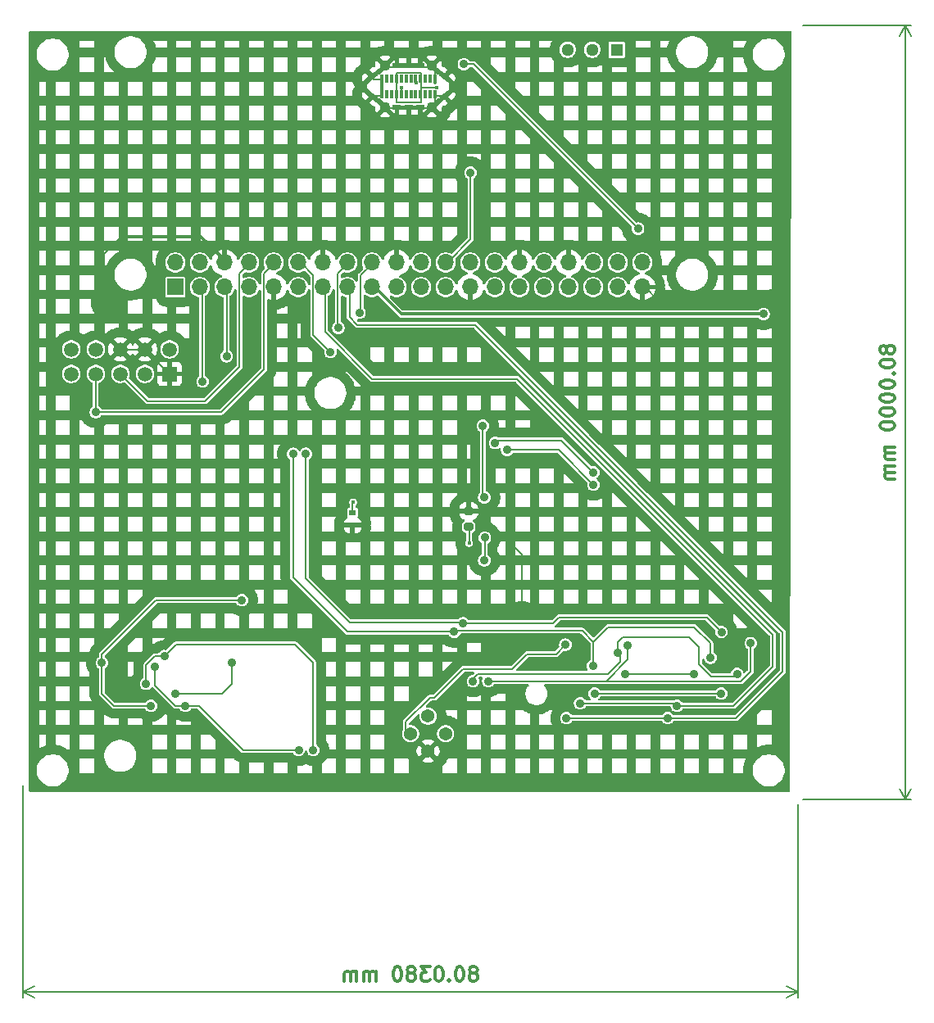
<source format=gbr>
%TF.GenerationSoftware,KiCad,Pcbnew,9.0.7*%
%TF.CreationDate,2026-01-09T13:12:47-06:00*%
%TF.ProjectId,dreamV1_0,64726561-6d56-4315-9f30-2e6b69636164,1*%
%TF.SameCoordinates,Original*%
%TF.FileFunction,Copper,L2,Bot*%
%TF.FilePolarity,Positive*%
%FSLAX46Y46*%
G04 Gerber Fmt 4.6, Leading zero omitted, Abs format (unit mm)*
G04 Created by KiCad (PCBNEW 9.0.7) date 2026-01-09 13:12:47*
%MOMM*%
%LPD*%
G01*
G04 APERTURE LIST*
G04 Aperture macros list*
%AMRoundRect*
0 Rectangle with rounded corners*
0 $1 Rounding radius*
0 $2 $3 $4 $5 $6 $7 $8 $9 X,Y pos of 4 corners*
0 Add a 4 corners polygon primitive as box body*
4,1,4,$2,$3,$4,$5,$6,$7,$8,$9,$2,$3,0*
0 Add four circle primitives for the rounded corners*
1,1,$1+$1,$2,$3*
1,1,$1+$1,$4,$5*
1,1,$1+$1,$6,$7*
1,1,$1+$1,$8,$9*
0 Add four rect primitives between the rounded corners*
20,1,$1+$1,$2,$3,$4,$5,0*
20,1,$1+$1,$4,$5,$6,$7,0*
20,1,$1+$1,$6,$7,$8,$9,0*
20,1,$1+$1,$8,$9,$2,$3,0*%
%AMRotRect*
0 Rectangle, with rotation*
0 The origin of the aperture is its center*
0 $1 length*
0 $2 width*
0 $3 Rotation angle, in degrees counterclockwise*
0 Add horizontal line*
21,1,$1,$2,0,0,$3*%
G04 Aperture macros list end*
%ADD10C,0.300000*%
%TA.AperFunction,NonConductor*%
%ADD11C,0.300000*%
%TD*%
%TA.AperFunction,NonConductor*%
%ADD12C,0.200000*%
%TD*%
%TA.AperFunction,ComponentPad*%
%ADD13R,1.508000X1.508000*%
%TD*%
%TA.AperFunction,ComponentPad*%
%ADD14C,1.508000*%
%TD*%
%TA.AperFunction,ComponentPad*%
%ADD15C,1.295400*%
%TD*%
%TA.AperFunction,ComponentPad*%
%ADD16R,1.295400X1.295400*%
%TD*%
%TA.AperFunction,ComponentPad*%
%ADD17R,1.700000X1.700000*%
%TD*%
%TA.AperFunction,ComponentPad*%
%ADD18O,1.700000X1.700000*%
%TD*%
%TA.AperFunction,SMDPad,CuDef*%
%ADD19RoundRect,0.200000X-0.275000X0.200000X-0.275000X-0.200000X0.275000X-0.200000X0.275000X0.200000X0*%
%TD*%
%TA.AperFunction,ComponentPad*%
%ADD20C,1.371600*%
%TD*%
%TA.AperFunction,SMDPad,CuDef*%
%ADD21R,0.762000X0.558800*%
%TD*%
%TA.AperFunction,SMDPad,CuDef*%
%ADD22R,0.820000X0.550000*%
%TD*%
%TA.AperFunction,ComponentPad*%
%ADD23C,1.100000*%
%TD*%
%TA.AperFunction,SMDPad,CuDef*%
%ADD24RotRect,1.030000X0.500000X141.000000*%
%TD*%
%TA.AperFunction,SMDPad,CuDef*%
%ADD25RotRect,1.030000X0.500000X219.000000*%
%TD*%
%TA.AperFunction,SMDPad,CuDef*%
%ADD26R,0.300000X0.850000*%
%TD*%
%TA.AperFunction,ViaPad*%
%ADD27C,0.900000*%
%TD*%
%TA.AperFunction,ViaPad*%
%ADD28C,0.400000*%
%TD*%
%TA.AperFunction,Conductor*%
%ADD29C,0.200000*%
%TD*%
%TA.AperFunction,Conductor*%
%ADD30C,0.300000*%
%TD*%
G04 APERTURE END LIST*
D10*
D11*
X39169185Y16642856D02*
X39097757Y16785713D01*
X39097757Y16785713D02*
X39026328Y16857142D01*
X39026328Y16857142D02*
X38883471Y16928570D01*
X38883471Y16928570D02*
X38812042Y16928570D01*
X38812042Y16928570D02*
X38669185Y16857142D01*
X38669185Y16857142D02*
X38597757Y16785713D01*
X38597757Y16785713D02*
X38526328Y16642856D01*
X38526328Y16642856D02*
X38526328Y16357142D01*
X38526328Y16357142D02*
X38597757Y16214284D01*
X38597757Y16214284D02*
X38669185Y16142856D01*
X38669185Y16142856D02*
X38812042Y16071427D01*
X38812042Y16071427D02*
X38883471Y16071427D01*
X38883471Y16071427D02*
X39026328Y16142856D01*
X39026328Y16142856D02*
X39097757Y16214284D01*
X39097757Y16214284D02*
X39169185Y16357142D01*
X39169185Y16357142D02*
X39169185Y16642856D01*
X39169185Y16642856D02*
X39240614Y16785713D01*
X39240614Y16785713D02*
X39312042Y16857142D01*
X39312042Y16857142D02*
X39454900Y16928570D01*
X39454900Y16928570D02*
X39740614Y16928570D01*
X39740614Y16928570D02*
X39883471Y16857142D01*
X39883471Y16857142D02*
X39954900Y16785713D01*
X39954900Y16785713D02*
X40026328Y16642856D01*
X40026328Y16642856D02*
X40026328Y16357142D01*
X40026328Y16357142D02*
X39954900Y16214284D01*
X39954900Y16214284D02*
X39883471Y16142856D01*
X39883471Y16142856D02*
X39740614Y16071427D01*
X39740614Y16071427D02*
X39454900Y16071427D01*
X39454900Y16071427D02*
X39312042Y16142856D01*
X39312042Y16142856D02*
X39240614Y16214284D01*
X39240614Y16214284D02*
X39169185Y16357142D01*
X38526328Y15142856D02*
X38526328Y14999999D01*
X38526328Y14999999D02*
X38597757Y14857142D01*
X38597757Y14857142D02*
X38669185Y14785713D01*
X38669185Y14785713D02*
X38812042Y14714285D01*
X38812042Y14714285D02*
X39097757Y14642856D01*
X39097757Y14642856D02*
X39454900Y14642856D01*
X39454900Y14642856D02*
X39740614Y14714285D01*
X39740614Y14714285D02*
X39883471Y14785713D01*
X39883471Y14785713D02*
X39954900Y14857142D01*
X39954900Y14857142D02*
X40026328Y14999999D01*
X40026328Y14999999D02*
X40026328Y15142856D01*
X40026328Y15142856D02*
X39954900Y15285713D01*
X39954900Y15285713D02*
X39883471Y15357142D01*
X39883471Y15357142D02*
X39740614Y15428571D01*
X39740614Y15428571D02*
X39454900Y15499999D01*
X39454900Y15499999D02*
X39097757Y15499999D01*
X39097757Y15499999D02*
X38812042Y15428571D01*
X38812042Y15428571D02*
X38669185Y15357142D01*
X38669185Y15357142D02*
X38597757Y15285713D01*
X38597757Y15285713D02*
X38526328Y15142856D01*
X39883471Y14000000D02*
X39954900Y13928571D01*
X39954900Y13928571D02*
X40026328Y14000000D01*
X40026328Y14000000D02*
X39954900Y14071428D01*
X39954900Y14071428D02*
X39883471Y14000000D01*
X39883471Y14000000D02*
X40026328Y14000000D01*
X38526328Y12999999D02*
X38526328Y12857142D01*
X38526328Y12857142D02*
X38597757Y12714285D01*
X38597757Y12714285D02*
X38669185Y12642856D01*
X38669185Y12642856D02*
X38812042Y12571428D01*
X38812042Y12571428D02*
X39097757Y12499999D01*
X39097757Y12499999D02*
X39454900Y12499999D01*
X39454900Y12499999D02*
X39740614Y12571428D01*
X39740614Y12571428D02*
X39883471Y12642856D01*
X39883471Y12642856D02*
X39954900Y12714285D01*
X39954900Y12714285D02*
X40026328Y12857142D01*
X40026328Y12857142D02*
X40026328Y12999999D01*
X40026328Y12999999D02*
X39954900Y13142856D01*
X39954900Y13142856D02*
X39883471Y13214285D01*
X39883471Y13214285D02*
X39740614Y13285714D01*
X39740614Y13285714D02*
X39454900Y13357142D01*
X39454900Y13357142D02*
X39097757Y13357142D01*
X39097757Y13357142D02*
X38812042Y13285714D01*
X38812042Y13285714D02*
X38669185Y13214285D01*
X38669185Y13214285D02*
X38597757Y13142856D01*
X38597757Y13142856D02*
X38526328Y12999999D01*
X38526328Y11571428D02*
X38526328Y11428571D01*
X38526328Y11428571D02*
X38597757Y11285714D01*
X38597757Y11285714D02*
X38669185Y11214285D01*
X38669185Y11214285D02*
X38812042Y11142857D01*
X38812042Y11142857D02*
X39097757Y11071428D01*
X39097757Y11071428D02*
X39454900Y11071428D01*
X39454900Y11071428D02*
X39740614Y11142857D01*
X39740614Y11142857D02*
X39883471Y11214285D01*
X39883471Y11214285D02*
X39954900Y11285714D01*
X39954900Y11285714D02*
X40026328Y11428571D01*
X40026328Y11428571D02*
X40026328Y11571428D01*
X40026328Y11571428D02*
X39954900Y11714285D01*
X39954900Y11714285D02*
X39883471Y11785714D01*
X39883471Y11785714D02*
X39740614Y11857143D01*
X39740614Y11857143D02*
X39454900Y11928571D01*
X39454900Y11928571D02*
X39097757Y11928571D01*
X39097757Y11928571D02*
X38812042Y11857143D01*
X38812042Y11857143D02*
X38669185Y11785714D01*
X38669185Y11785714D02*
X38597757Y11714285D01*
X38597757Y11714285D02*
X38526328Y11571428D01*
X38526328Y10142857D02*
X38526328Y10000000D01*
X38526328Y10000000D02*
X38597757Y9857143D01*
X38597757Y9857143D02*
X38669185Y9785714D01*
X38669185Y9785714D02*
X38812042Y9714286D01*
X38812042Y9714286D02*
X39097757Y9642857D01*
X39097757Y9642857D02*
X39454900Y9642857D01*
X39454900Y9642857D02*
X39740614Y9714286D01*
X39740614Y9714286D02*
X39883471Y9785714D01*
X39883471Y9785714D02*
X39954900Y9857143D01*
X39954900Y9857143D02*
X40026328Y10000000D01*
X40026328Y10000000D02*
X40026328Y10142857D01*
X40026328Y10142857D02*
X39954900Y10285714D01*
X39954900Y10285714D02*
X39883471Y10357143D01*
X39883471Y10357143D02*
X39740614Y10428572D01*
X39740614Y10428572D02*
X39454900Y10500000D01*
X39454900Y10500000D02*
X39097757Y10500000D01*
X39097757Y10500000D02*
X38812042Y10428572D01*
X38812042Y10428572D02*
X38669185Y10357143D01*
X38669185Y10357143D02*
X38597757Y10285714D01*
X38597757Y10285714D02*
X38526328Y10142857D01*
X38526328Y8714286D02*
X38526328Y8571429D01*
X38526328Y8571429D02*
X38597757Y8428572D01*
X38597757Y8428572D02*
X38669185Y8357143D01*
X38669185Y8357143D02*
X38812042Y8285715D01*
X38812042Y8285715D02*
X39097757Y8214286D01*
X39097757Y8214286D02*
X39454900Y8214286D01*
X39454900Y8214286D02*
X39740614Y8285715D01*
X39740614Y8285715D02*
X39883471Y8357143D01*
X39883471Y8357143D02*
X39954900Y8428572D01*
X39954900Y8428572D02*
X40026328Y8571429D01*
X40026328Y8571429D02*
X40026328Y8714286D01*
X40026328Y8714286D02*
X39954900Y8857143D01*
X39954900Y8857143D02*
X39883471Y8928572D01*
X39883471Y8928572D02*
X39740614Y9000001D01*
X39740614Y9000001D02*
X39454900Y9071429D01*
X39454900Y9071429D02*
X39097757Y9071429D01*
X39097757Y9071429D02*
X38812042Y9000001D01*
X38812042Y9000001D02*
X38669185Y8928572D01*
X38669185Y8928572D02*
X38597757Y8857143D01*
X38597757Y8857143D02*
X38526328Y8714286D01*
X40026328Y6428573D02*
X39026328Y6428573D01*
X39169185Y6428573D02*
X39097757Y6357144D01*
X39097757Y6357144D02*
X39026328Y6214287D01*
X39026328Y6214287D02*
X39026328Y6000001D01*
X39026328Y6000001D02*
X39097757Y5857144D01*
X39097757Y5857144D02*
X39240614Y5785715D01*
X39240614Y5785715D02*
X40026328Y5785715D01*
X39240614Y5785715D02*
X39097757Y5714287D01*
X39097757Y5714287D02*
X39026328Y5571430D01*
X39026328Y5571430D02*
X39026328Y5357144D01*
X39026328Y5357144D02*
X39097757Y5214287D01*
X39097757Y5214287D02*
X39240614Y5142858D01*
X39240614Y5142858D02*
X40026328Y5142858D01*
X40026328Y4428573D02*
X39026328Y4428573D01*
X39169185Y4428573D02*
X39097757Y4357144D01*
X39097757Y4357144D02*
X39026328Y4214287D01*
X39026328Y4214287D02*
X39026328Y4000001D01*
X39026328Y4000001D02*
X39097757Y3857144D01*
X39097757Y3857144D02*
X39240614Y3785715D01*
X39240614Y3785715D02*
X40026328Y3785715D01*
X39240614Y3785715D02*
X39097757Y3714287D01*
X39097757Y3714287D02*
X39026328Y3571430D01*
X39026328Y3571430D02*
X39026328Y3357144D01*
X39026328Y3357144D02*
X39097757Y3214287D01*
X39097757Y3214287D02*
X39240614Y3142858D01*
X39240614Y3142858D02*
X40026328Y3142858D01*
D12*
X30500000Y-30000000D02*
X41734420Y-30000000D01*
X41734420Y50000000D02*
X30500000Y50000000D01*
X41148000Y-30000000D02*
X41148000Y50000000D01*
X41148000Y-30000000D02*
X40561579Y-28873496D01*
X41148000Y-30000000D02*
X41734421Y-28873496D01*
X41148000Y50000000D02*
X41734421Y48873496D01*
X41148000Y50000000D02*
X40561579Y48873496D01*
D10*
D11*
X-3376145Y-47932185D02*
X-3233288Y-47860757D01*
X-3233288Y-47860757D02*
X-3161859Y-47789328D01*
X-3161859Y-47789328D02*
X-3090431Y-47646471D01*
X-3090431Y-47646471D02*
X-3090431Y-47575042D01*
X-3090431Y-47575042D02*
X-3161859Y-47432185D01*
X-3161859Y-47432185D02*
X-3233288Y-47360757D01*
X-3233288Y-47360757D02*
X-3376145Y-47289328D01*
X-3376145Y-47289328D02*
X-3661859Y-47289328D01*
X-3661859Y-47289328D02*
X-3804716Y-47360757D01*
X-3804716Y-47360757D02*
X-3876145Y-47432185D01*
X-3876145Y-47432185D02*
X-3947574Y-47575042D01*
X-3947574Y-47575042D02*
X-3947574Y-47646471D01*
X-3947574Y-47646471D02*
X-3876145Y-47789328D01*
X-3876145Y-47789328D02*
X-3804716Y-47860757D01*
X-3804716Y-47860757D02*
X-3661859Y-47932185D01*
X-3661859Y-47932185D02*
X-3376145Y-47932185D01*
X-3376145Y-47932185D02*
X-3233288Y-48003614D01*
X-3233288Y-48003614D02*
X-3161859Y-48075042D01*
X-3161859Y-48075042D02*
X-3090431Y-48217900D01*
X-3090431Y-48217900D02*
X-3090431Y-48503614D01*
X-3090431Y-48503614D02*
X-3161859Y-48646471D01*
X-3161859Y-48646471D02*
X-3233288Y-48717900D01*
X-3233288Y-48717900D02*
X-3376145Y-48789328D01*
X-3376145Y-48789328D02*
X-3661859Y-48789328D01*
X-3661859Y-48789328D02*
X-3804716Y-48717900D01*
X-3804716Y-48717900D02*
X-3876145Y-48646471D01*
X-3876145Y-48646471D02*
X-3947574Y-48503614D01*
X-3947574Y-48503614D02*
X-3947574Y-48217900D01*
X-3947574Y-48217900D02*
X-3876145Y-48075042D01*
X-3876145Y-48075042D02*
X-3804716Y-48003614D01*
X-3804716Y-48003614D02*
X-3661859Y-47932185D01*
X-4876145Y-47289328D02*
X-5019002Y-47289328D01*
X-5019002Y-47289328D02*
X-5161859Y-47360757D01*
X-5161859Y-47360757D02*
X-5233287Y-47432185D01*
X-5233287Y-47432185D02*
X-5304716Y-47575042D01*
X-5304716Y-47575042D02*
X-5376145Y-47860757D01*
X-5376145Y-47860757D02*
X-5376145Y-48217900D01*
X-5376145Y-48217900D02*
X-5304716Y-48503614D01*
X-5304716Y-48503614D02*
X-5233287Y-48646471D01*
X-5233287Y-48646471D02*
X-5161859Y-48717900D01*
X-5161859Y-48717900D02*
X-5019002Y-48789328D01*
X-5019002Y-48789328D02*
X-4876145Y-48789328D01*
X-4876145Y-48789328D02*
X-4733287Y-48717900D01*
X-4733287Y-48717900D02*
X-4661859Y-48646471D01*
X-4661859Y-48646471D02*
X-4590430Y-48503614D01*
X-4590430Y-48503614D02*
X-4519002Y-48217900D01*
X-4519002Y-48217900D02*
X-4519002Y-47860757D01*
X-4519002Y-47860757D02*
X-4590430Y-47575042D01*
X-4590430Y-47575042D02*
X-4661859Y-47432185D01*
X-4661859Y-47432185D02*
X-4733287Y-47360757D01*
X-4733287Y-47360757D02*
X-4876145Y-47289328D01*
X-6019001Y-48646471D02*
X-6090430Y-48717900D01*
X-6090430Y-48717900D02*
X-6019001Y-48789328D01*
X-6019001Y-48789328D02*
X-5947573Y-48717900D01*
X-5947573Y-48717900D02*
X-6019001Y-48646471D01*
X-6019001Y-48646471D02*
X-6019001Y-48789328D01*
X-7019002Y-47289328D02*
X-7161859Y-47289328D01*
X-7161859Y-47289328D02*
X-7304716Y-47360757D01*
X-7304716Y-47360757D02*
X-7376144Y-47432185D01*
X-7376144Y-47432185D02*
X-7447573Y-47575042D01*
X-7447573Y-47575042D02*
X-7519002Y-47860757D01*
X-7519002Y-47860757D02*
X-7519002Y-48217900D01*
X-7519002Y-48217900D02*
X-7447573Y-48503614D01*
X-7447573Y-48503614D02*
X-7376144Y-48646471D01*
X-7376144Y-48646471D02*
X-7304716Y-48717900D01*
X-7304716Y-48717900D02*
X-7161859Y-48789328D01*
X-7161859Y-48789328D02*
X-7019002Y-48789328D01*
X-7019002Y-48789328D02*
X-6876144Y-48717900D01*
X-6876144Y-48717900D02*
X-6804716Y-48646471D01*
X-6804716Y-48646471D02*
X-6733287Y-48503614D01*
X-6733287Y-48503614D02*
X-6661859Y-48217900D01*
X-6661859Y-48217900D02*
X-6661859Y-47860757D01*
X-6661859Y-47860757D02*
X-6733287Y-47575042D01*
X-6733287Y-47575042D02*
X-6804716Y-47432185D01*
X-6804716Y-47432185D02*
X-6876144Y-47360757D01*
X-6876144Y-47360757D02*
X-7019002Y-47289328D01*
X-8019001Y-47289328D02*
X-8947573Y-47289328D01*
X-8947573Y-47289328D02*
X-8447573Y-47860757D01*
X-8447573Y-47860757D02*
X-8661858Y-47860757D01*
X-8661858Y-47860757D02*
X-8804715Y-47932185D01*
X-8804715Y-47932185D02*
X-8876144Y-48003614D01*
X-8876144Y-48003614D02*
X-8947573Y-48146471D01*
X-8947573Y-48146471D02*
X-8947573Y-48503614D01*
X-8947573Y-48503614D02*
X-8876144Y-48646471D01*
X-8876144Y-48646471D02*
X-8804715Y-48717900D01*
X-8804715Y-48717900D02*
X-8661858Y-48789328D01*
X-8661858Y-48789328D02*
X-8233287Y-48789328D01*
X-8233287Y-48789328D02*
X-8090430Y-48717900D01*
X-8090430Y-48717900D02*
X-8019001Y-48646471D01*
X-9804715Y-47932185D02*
X-9661858Y-47860757D01*
X-9661858Y-47860757D02*
X-9590429Y-47789328D01*
X-9590429Y-47789328D02*
X-9519001Y-47646471D01*
X-9519001Y-47646471D02*
X-9519001Y-47575042D01*
X-9519001Y-47575042D02*
X-9590429Y-47432185D01*
X-9590429Y-47432185D02*
X-9661858Y-47360757D01*
X-9661858Y-47360757D02*
X-9804715Y-47289328D01*
X-9804715Y-47289328D02*
X-10090429Y-47289328D01*
X-10090429Y-47289328D02*
X-10233286Y-47360757D01*
X-10233286Y-47360757D02*
X-10304715Y-47432185D01*
X-10304715Y-47432185D02*
X-10376144Y-47575042D01*
X-10376144Y-47575042D02*
X-10376144Y-47646471D01*
X-10376144Y-47646471D02*
X-10304715Y-47789328D01*
X-10304715Y-47789328D02*
X-10233286Y-47860757D01*
X-10233286Y-47860757D02*
X-10090429Y-47932185D01*
X-10090429Y-47932185D02*
X-9804715Y-47932185D01*
X-9804715Y-47932185D02*
X-9661858Y-48003614D01*
X-9661858Y-48003614D02*
X-9590429Y-48075042D01*
X-9590429Y-48075042D02*
X-9519001Y-48217900D01*
X-9519001Y-48217900D02*
X-9519001Y-48503614D01*
X-9519001Y-48503614D02*
X-9590429Y-48646471D01*
X-9590429Y-48646471D02*
X-9661858Y-48717900D01*
X-9661858Y-48717900D02*
X-9804715Y-48789328D01*
X-9804715Y-48789328D02*
X-10090429Y-48789328D01*
X-10090429Y-48789328D02*
X-10233286Y-48717900D01*
X-10233286Y-48717900D02*
X-10304715Y-48646471D01*
X-10304715Y-48646471D02*
X-10376144Y-48503614D01*
X-10376144Y-48503614D02*
X-10376144Y-48217900D01*
X-10376144Y-48217900D02*
X-10304715Y-48075042D01*
X-10304715Y-48075042D02*
X-10233286Y-48003614D01*
X-10233286Y-48003614D02*
X-10090429Y-47932185D01*
X-11304715Y-47289328D02*
X-11447572Y-47289328D01*
X-11447572Y-47289328D02*
X-11590429Y-47360757D01*
X-11590429Y-47360757D02*
X-11661857Y-47432185D01*
X-11661857Y-47432185D02*
X-11733286Y-47575042D01*
X-11733286Y-47575042D02*
X-11804715Y-47860757D01*
X-11804715Y-47860757D02*
X-11804715Y-48217900D01*
X-11804715Y-48217900D02*
X-11733286Y-48503614D01*
X-11733286Y-48503614D02*
X-11661857Y-48646471D01*
X-11661857Y-48646471D02*
X-11590429Y-48717900D01*
X-11590429Y-48717900D02*
X-11447572Y-48789328D01*
X-11447572Y-48789328D02*
X-11304715Y-48789328D01*
X-11304715Y-48789328D02*
X-11161857Y-48717900D01*
X-11161857Y-48717900D02*
X-11090429Y-48646471D01*
X-11090429Y-48646471D02*
X-11019000Y-48503614D01*
X-11019000Y-48503614D02*
X-10947572Y-48217900D01*
X-10947572Y-48217900D02*
X-10947572Y-47860757D01*
X-10947572Y-47860757D02*
X-11019000Y-47575042D01*
X-11019000Y-47575042D02*
X-11090429Y-47432185D01*
X-11090429Y-47432185D02*
X-11161857Y-47360757D01*
X-11161857Y-47360757D02*
X-11304715Y-47289328D01*
X-13590428Y-48789328D02*
X-13590428Y-47789328D01*
X-13590428Y-47932185D02*
X-13661857Y-47860757D01*
X-13661857Y-47860757D02*
X-13804714Y-47789328D01*
X-13804714Y-47789328D02*
X-14019000Y-47789328D01*
X-14019000Y-47789328D02*
X-14161857Y-47860757D01*
X-14161857Y-47860757D02*
X-14233285Y-48003614D01*
X-14233285Y-48003614D02*
X-14233285Y-48789328D01*
X-14233285Y-48003614D02*
X-14304714Y-47860757D01*
X-14304714Y-47860757D02*
X-14447571Y-47789328D01*
X-14447571Y-47789328D02*
X-14661857Y-47789328D01*
X-14661857Y-47789328D02*
X-14804714Y-47860757D01*
X-14804714Y-47860757D02*
X-14876143Y-48003614D01*
X-14876143Y-48003614D02*
X-14876143Y-48789328D01*
X-15590428Y-48789328D02*
X-15590428Y-47789328D01*
X-15590428Y-47932185D02*
X-15661857Y-47860757D01*
X-15661857Y-47860757D02*
X-15804714Y-47789328D01*
X-15804714Y-47789328D02*
X-16019000Y-47789328D01*
X-16019000Y-47789328D02*
X-16161857Y-47860757D01*
X-16161857Y-47860757D02*
X-16233285Y-48003614D01*
X-16233285Y-48003614D02*
X-16233285Y-48789328D01*
X-16233285Y-48003614D02*
X-16304714Y-47860757D01*
X-16304714Y-47860757D02*
X-16447571Y-47789328D01*
X-16447571Y-47789328D02*
X-16661857Y-47789328D01*
X-16661857Y-47789328D02*
X-16804714Y-47860757D01*
X-16804714Y-47860757D02*
X-16876143Y-48003614D01*
X-16876143Y-48003614D02*
X-16876143Y-48789328D01*
D12*
X-50038000Y-28567000D02*
X-50038000Y-50497420D01*
X30000000Y-50497420D02*
X30000000Y-30500000D01*
X-50038000Y-49911000D02*
X30000000Y-49911000D01*
X-50038000Y-49911000D02*
X-48911496Y-49324579D01*
X-50038000Y-49911000D02*
X-48911496Y-50497421D01*
X30000000Y-49911000D02*
X28873496Y-50497421D01*
X30000000Y-49911000D02*
X28873496Y-49324579D01*
D13*
%TO.P,J5,1,1*%
%TO.N,GND*%
X-34920000Y13980000D03*
D14*
%TO.P,J5,2,2*%
%TO.N,unconnected-(J5-Pad2)*%
X-34920000Y16520000D03*
%TO.P,J5,3,3*%
%TO.N,+3V3*%
X-37460000Y13980000D03*
%TO.P,J5,4,4*%
%TO.N,GND*%
X-37460000Y16520000D03*
%TO.P,J5,5,5*%
%TO.N,/GPIO14{slash}TXD0*%
X-40000000Y13980000D03*
%TO.P,J5,6,6*%
%TO.N,GND*%
X-40000000Y16520000D03*
%TO.P,J5,7,7*%
%TO.N,/GPIO15{slash}RXD0*%
X-42540000Y13980000D03*
%TO.P,J5,8,8*%
%TO.N,unconnected-(J5-Pad8)*%
X-42540000Y16520000D03*
%TO.P,J5,9,9*%
%TO.N,unconnected-(J5-Pad9)*%
X-45080000Y13980000D03*
%TO.P,J5,10,10*%
%TO.N,unconnected-(J5-Pad10)*%
X-45080000Y16520000D03*
%TD*%
D15*
%TO.P,S1,1,com*%
%TO.N,/5V_BUS_USB*%
X8760000Y47500000D03*
%TO.P,S1,2,A*%
%TO.N,+5V*%
X6220000Y47500000D03*
D16*
%TO.P,S1,3,B*%
%TO.N,unconnected-(S1-B-Pad3)*%
X11300000Y47500000D03*
%TD*%
D17*
%TO.P,J1,1,Pin_1*%
%TO.N,+3V3*%
X-34320000Y22960000D03*
D18*
%TO.P,J1,2,Pin_2*%
%TO.N,+5V*%
X-34320000Y25500000D03*
%TO.P,J1,3,Pin_3*%
%TO.N,/GPIO2{slash}SDA1*%
X-31780000Y22960000D03*
%TO.P,J1,4,Pin_4*%
%TO.N,+5V*%
X-31780000Y25500000D03*
%TO.P,J1,5,Pin_5*%
%TO.N,/GPIO3{slash}SCL1*%
X-29240000Y22960000D03*
%TO.P,J1,6,Pin_6*%
%TO.N,GND*%
X-29240000Y25500000D03*
%TO.P,J1,7,Pin_7*%
%TO.N,/GPIO4{slash}GPCLK0*%
X-26700000Y22960000D03*
%TO.P,J1,8,Pin_8*%
%TO.N,/GPIO14{slash}TXD0*%
X-26700000Y25500000D03*
%TO.P,J1,9,Pin_9*%
%TO.N,GND*%
X-24160000Y22960000D03*
%TO.P,J1,10,Pin_10*%
%TO.N,/GPIO15{slash}RXD0*%
X-24160000Y25500000D03*
%TO.P,J1,11,Pin_11*%
%TO.N,/GPIO17*%
X-21620000Y22960000D03*
%TO.P,J1,12,Pin_12*%
%TO.N,/GPIO18{slash}PCM.CLK*%
X-21620000Y25500000D03*
%TO.P,J1,13,Pin_13*%
%TO.N,/GPIO27{slash}SDA3*%
X-19080000Y22960000D03*
%TO.P,J1,14,Pin_14*%
%TO.N,GND*%
X-19080000Y25500000D03*
%TO.P,J1,15,Pin_15*%
%TO.N,/GPIO22{slash}SCL3*%
X-16540000Y22960000D03*
%TO.P,J1,16,Pin_16*%
%TO.N,/GPIO23{slash}SDA4*%
X-16540000Y25500000D03*
%TO.P,J1,17,Pin_17*%
%TO.N,+3V3*%
X-14000000Y22960000D03*
%TO.P,J1,18,Pin_18*%
%TO.N,/GPIO24{slash}SCL4*%
X-14000000Y25500000D03*
%TO.P,J1,19,Pin_19*%
%TO.N,/GPIO10{slash}SPI0.MOSI*%
X-11460000Y22960000D03*
%TO.P,J1,20,Pin_20*%
%TO.N,GND*%
X-11460000Y25500000D03*
%TO.P,J1,21,Pin_21*%
%TO.N,/GPIO9{slash}SPI0.MISO*%
X-8920000Y22960000D03*
%TO.P,J1,22,Pin_22*%
%TO.N,/GPIO25{slash}SDA6*%
X-8920000Y25500000D03*
%TO.P,J1,23,Pin_23*%
%TO.N,/GPIO11{slash}SPI0.SCLK*%
X-6380000Y22960000D03*
%TO.P,J1,24,Pin_24*%
%TO.N,/GPIO8{slash}SPI0.CE0*%
X-6380000Y25500000D03*
%TO.P,J1,25,Pin_25*%
%TO.N,GND*%
X-3840000Y22960000D03*
%TO.P,J1,26,Pin_26*%
%TO.N,/GPIO7{slash}SPI0.CE1*%
X-3840000Y25500000D03*
%TO.P,J1,27,Pin_27*%
%TO.N,/ID_SDA*%
X-1300000Y22960000D03*
%TO.P,J1,28,Pin_28*%
%TO.N,/ID_SCL*%
X-1300000Y25500000D03*
%TO.P,J1,29,Pin_29*%
%TO.N,/GPIO5{slash}SDA5*%
X1240000Y22960000D03*
%TO.P,J1,30,Pin_30*%
%TO.N,GND*%
X1240000Y25500000D03*
%TO.P,J1,31,Pin_31*%
%TO.N,/GPIO6{slash}SCL5*%
X3780000Y22960000D03*
%TO.P,J1,32,Pin_32*%
%TO.N,/GPIO12{slash}PWM0*%
X3780000Y25500000D03*
%TO.P,J1,33,Pin_33*%
%TO.N,/GPIO13{slash}PWM1*%
X6320000Y22960000D03*
%TO.P,J1,34,Pin_34*%
%TO.N,GND*%
X6320000Y25500000D03*
%TO.P,J1,35,Pin_35*%
%TO.N,/GPIO19{slash}PCM.FS*%
X8860000Y22960000D03*
%TO.P,J1,36,Pin_36*%
%TO.N,/GPIO16*%
X8860000Y25500000D03*
%TO.P,J1,37,Pin_37*%
%TO.N,/GPIO26{slash}SCL6*%
X11400000Y22960000D03*
%TO.P,J1,38,Pin_38*%
%TO.N,/GPIO20{slash}PCM.DIN*%
X11400000Y25500000D03*
%TO.P,J1,39,Pin_39*%
%TO.N,GND*%
X13940000Y22960000D03*
%TO.P,J1,40,Pin_40*%
%TO.N,/GPIO21{slash}PCM.DOUT*%
X13940000Y25500000D03*
%TD*%
D19*
%TO.P,R7,1*%
%TO.N,GND*%
X-4000000Y-175000D03*
%TO.P,R7,2*%
%TO.N,Net-(J11-CC1)*%
X-4000000Y-1825000D03*
%TD*%
D20*
%TO.P,IC1,1,HEATER_1*%
%TO.N,GND*%
X-8200000Y-25000000D03*
%TO.P,IC1,2,SENSOR_ELECTRODE_(-)*%
%TO.N,/INA+*%
X-9999999Y-23200000D03*
%TO.P,IC1,3,SENSOR_ELECTRODE_(+)*%
%TO.N,+5V*%
X-8200000Y-21400001D03*
%TO.P,IC1,4,HEATER_2*%
X-6400001Y-23200000D03*
%TD*%
D21*
%TO.P,R6,1*%
%TO.N,GND*%
X-16000000Y-1673100D03*
%TO.P,R6,2*%
%TO.N,Net-(J11-CC2)*%
X-16000000Y-326900D03*
%TD*%
D22*
%TO.P,J11,1,SHIELD*%
%TO.N,GND*%
X-9020000Y45850000D03*
%TO.P,J11,2,SHIELD__1*%
X-10220000Y45850000D03*
%TO.P,J11,3,SHIELD__2*%
X-11420000Y45850000D03*
%TO.P,J11,4,SHIELD__3*%
X-9020000Y41550000D03*
%TO.P,J11,5,SHIELD__4*%
X-10220000Y41550000D03*
%TO.P,J11,6,SHIELD__5*%
X-11420000Y41550000D03*
D23*
%TO.P,J11,7,SHIELD__6*%
X-7820000Y45850000D03*
%TO.P,J11,8,SHIELD__7*%
X-12620000Y45850000D03*
%TO.P,J11,9,SHIELD__8*%
X-7820000Y41550000D03*
%TO.P,J11,10,SHIELD__9*%
X-12620000Y41550000D03*
D24*
%TO.P,J11,11,SHIELD__10*%
X-6450000Y44700000D03*
D25*
%TO.P,J11,12,SHIELD__11*%
X-13990000Y44700000D03*
%TO.P,J11,13,SHIELD__12*%
X-6450000Y42700000D03*
D24*
%TO.P,J11,14,SHIELD__13*%
X-13990000Y42700000D03*
D26*
%TO.P,J11,A1,GND_A1*%
X-7470000Y44530000D03*
%TO.P,J11,A2,SSTXP1*%
%TO.N,unconnected-(J11-SSTXP1-PadA2)*%
X-7970000Y44530000D03*
%TO.P,J11,A3,SSTXN1*%
%TO.N,unconnected-(J11-SSTXN1-PadA3)*%
X-8470000Y44530000D03*
%TO.P,J11,A4,VBUS_A4*%
%TO.N,/5V_BUS_USB*%
X-8970000Y44530000D03*
%TO.P,J11,A5,CC1*%
%TO.N,Net-(J11-CC1)*%
X-9470000Y44530000D03*
%TO.P,J11,A6,DP1*%
%TO.N,unconnected-(J11-DP1-PadA6)*%
X-9970000Y44530000D03*
%TO.P,J11,A7,DN1*%
%TO.N,unconnected-(J11-DN1-PadA7)*%
X-10470000Y44530000D03*
%TO.P,J11,A8,SBU1*%
%TO.N,unconnected-(J11-SBU1-PadA8)*%
X-10970000Y44530000D03*
%TO.P,J11,A9,VBUS_A9*%
%TO.N,/5V_BUS_USB*%
X-11470000Y44530000D03*
%TO.P,J11,A10,SSRXN2*%
%TO.N,unconnected-(J11-SSRXN2-PadA10)*%
X-11970000Y44530000D03*
%TO.P,J11,A11,SSRXP2*%
%TO.N,unconnected-(J11-SSRXP2-PadA11)*%
X-12470000Y44530000D03*
%TO.P,J11,A12,GND_A12*%
%TO.N,GND*%
X-12970000Y44530000D03*
%TO.P,J11,B1,GND_B1*%
X-12970000Y42870000D03*
%TO.P,J11,B2,SSTXP2*%
%TO.N,unconnected-(J11-SSTXP2-PadB2)*%
X-12470000Y42870000D03*
%TO.P,J11,B3,SSTXN2*%
%TO.N,unconnected-(J11-SSTXN2-PadB3)*%
X-11970000Y42870000D03*
%TO.P,J11,B4,VBUS_B4*%
%TO.N,/5V_BUS_USB*%
X-11470000Y42870000D03*
%TO.P,J11,B5,CC2*%
%TO.N,Net-(J11-CC2)*%
X-10970000Y42870000D03*
%TO.P,J11,B6,DP2*%
%TO.N,unconnected-(J11-DP2-PadB6)*%
X-10470000Y42870000D03*
%TO.P,J11,B7,DN2*%
%TO.N,unconnected-(J11-DN2-PadB7)*%
X-9970000Y42870000D03*
%TO.P,J11,B8,SBU2*%
%TO.N,unconnected-(J11-SBU2-PadB8)*%
X-9470000Y42870000D03*
%TO.P,J11,B9,VBUS_B9*%
%TO.N,/5V_BUS_USB*%
X-8970000Y42870000D03*
%TO.P,J11,B10,SSRXN1*%
%TO.N,unconnected-(J11-SSRXN1-PadB10)*%
X-8470000Y42870000D03*
%TO.P,J11,B11,SSRXP1*%
%TO.N,unconnected-(J11-SSRXP1-PadB11)*%
X-7970000Y42870000D03*
%TO.P,J11,B12,GND_B12*%
%TO.N,GND*%
X-7470000Y42870000D03*
%TD*%
D27*
%TO.N,GND*%
X1524000Y-10922000D03*
X-41656000Y21336000D03*
X27432000Y21336000D03*
X-889000Y-13300000D03*
X508000Y-14986000D03*
%TO.N,/GPIO2{slash}SDA1*%
X-22331Y6118331D03*
X-31496000Y13208000D03*
X8890000Y2540000D03*
%TO.N,/GPIO3{slash}SCL1*%
X-29020000Y15812000D03*
X-1270000Y6846000D03*
X8890000Y3810000D03*
%TO.N,/GPIO15{slash}RXD0*%
X-42540000Y10038000D03*
%TO.N,/GPIO18{slash}PCM.CLK*%
X-18288000Y16256000D03*
%TO.N,/GPIO22{slash}SCL3*%
X6096000Y-21590000D03*
X16560800Y-21590000D03*
%TO.N,/GPIO5{slash}SDA5*%
X-34290000Y-19050000D03*
X-28448000Y-15875000D03*
%TO.N,/GPIO24{slash}SCL4*%
X-22148800Y5715000D03*
X20980400Y-15341600D03*
X-15290800Y20320000D03*
X-5500000Y-12686400D03*
X8842499Y-16173110D03*
%TO.N,/GPIO27{slash}SDA3*%
X7518400Y-20066000D03*
X17526000Y-20320000D03*
%TO.N,/GPIO23{slash}SDA4*%
X19304000Y-17030000D03*
X12204000Y-17030000D03*
X-17475200Y18745200D03*
X-4572000Y-11799000D03*
X-20828000Y5715000D03*
X22113981Y-12688000D03*
%TO.N,/GPIO8{slash}SPI0.CE0*%
X-3810000Y34798000D03*
%TO.N,/GPIO6{slash}SCL5*%
X-27432000Y-9398000D03*
X-36830000Y-20320000D03*
X-41910000Y-15875000D03*
%TO.N,+5V*%
X-2336800Y-2946400D03*
X-2387600Y1219200D03*
X-2540000Y8636000D03*
X22100000Y-19050000D03*
X-2387600Y-5283200D03*
X9000000Y-19050000D03*
%TO.N,+3V3*%
X26466800Y20167600D03*
%TO.N,/BME_SCL*%
X-37338000Y-18046000D03*
X-20066000Y-24892000D03*
X-35458400Y-15189200D03*
%TO.N,/BME_SDA*%
X-21575000Y-24892000D03*
X-33274000Y-20320000D03*
X-36413992Y-16250000D03*
%TO.N,/INA+*%
X5994400Y-14000000D03*
%TO.N,/INA_ADD0*%
X-3556000Y-17780000D03*
X23726669Y-17030000D03*
X11368027Y-14850000D03*
%TO.N,/INA_ADD1*%
X12446000Y-14071600D03*
X-1981200Y-17780000D03*
X25146000Y-13850000D03*
D28*
%TO.N,/5V_BUS_USB*%
X-7308024Y43579998D03*
%TO.N,Net-(J11-CC1)*%
X-3962400Y-3505200D03*
D27*
X13500000Y29000000D03*
X-4500000Y46000000D03*
D28*
X-9440600Y44050000D03*
%TO.N,Net-(J11-CC2)*%
X-10913800Y43575000D03*
X-15951200Y711200D03*
%TD*%
D29*
%TO.N,GND*%
X-5985000Y43015000D02*
X-5751900Y43248100D01*
X-7445000Y44405000D02*
X-7445000Y45375000D01*
X-12815000Y45725000D02*
X-13965000Y44575000D01*
X-12815000Y41425000D02*
X-13965000Y42575000D01*
X-7445000Y41775000D02*
X-7795000Y41425000D01*
X14160000Y23000000D02*
X15824000Y21336000D01*
X-41656000Y18176000D02*
X-40000000Y16520000D01*
X-6425000Y44575000D02*
X-6645000Y44575000D01*
X-13965000Y44575000D02*
X-13965000Y44645000D01*
X-7445000Y45375000D02*
X-7795000Y45725000D01*
X-6425000Y44575000D02*
X-5985000Y44135000D01*
X-5985000Y43015000D02*
X-6425000Y42575000D01*
X-6645000Y44575000D02*
X-7795000Y45725000D01*
X1524000Y-4689100D02*
X1524000Y-10922000D01*
X-12595000Y45725000D02*
X-12815000Y45725000D01*
X15824000Y21336000D02*
X27432000Y21336000D01*
X-7445000Y42745000D02*
X-7445000Y41775000D01*
X-12595000Y45725000D02*
X-7795000Y45725000D01*
X-12595000Y41425000D02*
X-12815000Y41425000D01*
X-7575000Y41425000D02*
X-6425000Y42575000D01*
X-7795000Y41425000D02*
X-7575000Y41425000D01*
X-4000000Y-326900D02*
X-2838200Y-326900D01*
X-12945000Y42745000D02*
X-13795000Y42745000D01*
D30*
X-31674000Y28194000D02*
X-39878000Y28194000D01*
X-29020000Y25540000D02*
X-31674000Y28194000D01*
D29*
X-7445000Y42745000D02*
X-6595000Y42745000D01*
X-13795000Y42745000D02*
X-13965000Y42575000D01*
X-889000Y-13589000D02*
X508000Y-14986000D01*
X-41656000Y26416000D02*
X-39878000Y28194000D01*
X-34920000Y13980000D02*
X-37460000Y16520000D01*
X-6595000Y42745000D02*
X-6425000Y42575000D01*
X-889000Y-13300000D02*
X-889000Y-13589000D01*
X-2838200Y-326900D02*
X1524000Y-4689100D01*
X-37460000Y16520000D02*
X-40000000Y16520000D01*
X-7795000Y41425000D02*
X-12595000Y41425000D01*
X-13795000Y44405000D02*
X-13965000Y44575000D01*
X-5985000Y44135000D02*
X-5985000Y43015000D01*
X-41656000Y21336000D02*
X-41656000Y26416000D01*
X-41656000Y21336000D02*
X-41656000Y18176000D01*
X-12945000Y44405000D02*
X-13795000Y44405000D01*
%TO.N,/GPIO2{slash}SDA1*%
X-31560000Y23000000D02*
X-31560000Y13272000D01*
X5311669Y6118331D02*
X8890000Y2540000D01*
X-31560000Y13272000D02*
X-31496000Y13208000D01*
X-22331Y6118331D02*
X5311669Y6118331D01*
%TO.N,/GPIO3{slash}SCL1*%
X-1004000Y7112000D02*
X5588000Y7112000D01*
X-28956000Y15748000D02*
X-29020000Y15812000D01*
X5588000Y7112000D02*
X8890000Y3810000D01*
X-1270000Y6846000D02*
X-1004000Y7112000D01*
X-29020000Y23000000D02*
X-29020000Y15812000D01*
%TO.N,/GPIO14{slash}TXD0*%
X-37196000Y11176000D02*
X-40000000Y13980000D01*
X-27686000Y24334000D02*
X-27686000Y14732000D01*
X-27686000Y14732000D02*
X-31242000Y11176000D01*
X-26480000Y25540000D02*
X-27686000Y24334000D01*
X-31242000Y11176000D02*
X-37196000Y11176000D01*
%TO.N,/GPIO15{slash}RXD0*%
X-29586000Y10038000D02*
X-42540000Y10038000D01*
X-42540000Y10038000D02*
X-42540000Y13980000D01*
X-25146000Y14478000D02*
X-29586000Y10038000D01*
X-25146000Y24334000D02*
X-25146000Y14478000D01*
X-23940000Y25540000D02*
X-25146000Y24334000D01*
%TO.N,/GPIO18{slash}PCM.CLK*%
X-20066000Y24206000D02*
X-21400000Y25540000D01*
X-18288000Y16256000D02*
X-20066000Y18034000D01*
X-20066000Y18034000D02*
X-20066000Y24206000D01*
%TO.N,/GPIO22{slash}SCL3*%
X16560800Y-21590000D02*
X23622000Y-21590000D01*
X23622000Y-21590000D02*
X28448000Y-16764000D01*
X-3302000Y19050000D02*
X-15494000Y19050000D01*
X28448000Y-12700000D02*
X-3302000Y19050000D01*
X-15494000Y19050000D02*
X-16320000Y19876000D01*
X-16320000Y19876000D02*
X-16320000Y23000000D01*
X6096000Y-21590000D02*
X16510000Y-21590000D01*
X28448000Y-16764000D02*
X28448000Y-12700000D01*
X16510000Y-21590000D02*
X16560800Y-21590000D01*
%TO.N,/GPIO5{slash}SDA5*%
X-34290000Y-19050000D02*
X-29464000Y-19050000D01*
X-28448000Y-18034000D02*
X-28448000Y-15875000D01*
X-28448000Y-15875000D02*
X-28448000Y-15748000D01*
X-29464000Y-19050000D02*
X-28448000Y-18034000D01*
%TO.N,/GPIO24{slash}SCL4*%
X8890000Y-16125609D02*
X8890000Y-13716000D01*
X-13780000Y25540000D02*
X-15169000Y24151000D01*
X20980400Y-13868400D02*
X20980400Y-15341600D01*
X-15169000Y20441800D02*
X-15290800Y20320000D01*
X7723000Y-12549000D02*
X8890000Y-13716000D01*
X-22148800Y5715000D02*
X-22148800Y-7047600D01*
X-5500000Y-12686400D02*
X-16510000Y-12686400D01*
X8890000Y-13716000D02*
X10414000Y-12192000D01*
X-22148800Y-7047600D02*
X-16510000Y-12686400D01*
X8842499Y-16173110D02*
X8890000Y-16125609D01*
X-15169000Y24151000D02*
X-15169000Y20441800D01*
X-5500000Y-12686400D02*
X-5362600Y-12549000D01*
X10414000Y-12192000D02*
X19304000Y-12192000D01*
X-16510000Y-12686400D02*
X-16523600Y-12686400D01*
X-5362600Y-12549000D02*
X7723000Y-12549000D01*
X19304000Y-12192000D02*
X20980400Y-13868400D01*
%TO.N,/GPIO27{slash}SDA3*%
X17272000Y-20066000D02*
X17526000Y-20320000D01*
X17526000Y-20320000D02*
X23368000Y-20320000D01*
X-18860000Y18352000D02*
X-18860000Y23000000D01*
X27432000Y-12954000D02*
X1016000Y13462000D01*
X-13970000Y13462000D02*
X-18860000Y18352000D01*
X23368000Y-20320000D02*
X27432000Y-16256000D01*
X7518400Y-20066000D02*
X17272000Y-20066000D01*
X27432000Y-16256000D02*
X27432000Y-12954000D01*
X1016000Y13462000D02*
X-13970000Y13462000D01*
%TO.N,/GPIO23{slash}SDA4*%
X-16256000Y-11684000D02*
X-4687000Y-11684000D01*
X4711000Y-11799000D02*
X5334000Y-11176000D01*
X-4572000Y-11799000D02*
X4711000Y-11799000D01*
X19062000Y-17030000D02*
X19050000Y-17018000D01*
X-20828000Y5715000D02*
X-20828000Y-7112000D01*
X19304000Y-17030000D02*
X19062000Y-17030000D01*
X-16320000Y25540000D02*
X-17526000Y24334000D01*
X-4687000Y-11684000D02*
X-4572000Y-11799000D01*
X20601981Y-11176000D02*
X22113981Y-12688000D01*
X5334000Y-11176000D02*
X20601981Y-11176000D01*
X-17526000Y18796000D02*
X-17475200Y18745200D01*
X-20828000Y-7112000D02*
X-16256000Y-11684000D01*
X-17526000Y24334000D02*
X-17526000Y18796000D01*
X12216000Y-17018000D02*
X12204000Y-17030000D01*
X19050000Y-17018000D02*
X12216000Y-17018000D01*
%TO.N,/GPIO8{slash}SPI0.CE0*%
X-6160000Y25540000D02*
X-3810000Y27890000D01*
X-3810000Y27890000D02*
X-3810000Y34798000D01*
%TO.N,/GPIO6{slash}SCL5*%
X-41910000Y-15875000D02*
X-41910000Y-14986000D01*
X-36322000Y-9398000D02*
X-27686000Y-9398000D01*
X-41910000Y-19050000D02*
X-40640000Y-20320000D01*
X-41910000Y-14986000D02*
X-36322000Y-9398000D01*
X-41910000Y-15875000D02*
X-41910000Y-19050000D01*
X-40640000Y-20320000D02*
X-36830000Y-20320000D01*
X-36868000Y-20282000D02*
X-36830000Y-20320000D01*
%TO.N,+5V*%
X-2387600Y1219200D02*
X-2540000Y1371600D01*
X-2336800Y-5232400D02*
X-2336800Y-2946400D01*
X-2540000Y1371600D02*
X-2540000Y8636000D01*
X-2387600Y-5283200D02*
X-2336800Y-5232400D01*
X22100000Y-19050000D02*
X9000000Y-19050000D01*
D30*
%TO.N,+3V3*%
X-13780000Y23000000D02*
X-10947600Y20167600D01*
X-10947600Y20167600D02*
X26466800Y20167600D01*
D29*
%TO.N,/BME_SCL*%
X-34239200Y-13970000D02*
X-21971000Y-13970000D01*
X-35458400Y-15189200D02*
X-34239200Y-13970000D01*
X-37338000Y-16111933D02*
X-36415267Y-15189200D01*
X-21971000Y-13970000D02*
X-20066000Y-15875000D01*
X-37338000Y-18046000D02*
X-37338000Y-16111933D01*
X-36415267Y-15189200D02*
X-35458400Y-15189200D01*
X-20066000Y-15875000D02*
X-20066000Y-24892000D01*
%TO.N,/BME_SDA*%
X-33274000Y-20320000D02*
X-31902400Y-20320000D01*
X-36413992Y-18196008D02*
X-36413992Y-16250000D01*
X-27330400Y-24892000D02*
X-21575000Y-24892000D01*
X-33274000Y-20320000D02*
X-34290000Y-20320000D01*
X-31902400Y-20320000D02*
X-27330400Y-24892000D01*
X-34290000Y-20320000D02*
X-36413992Y-18196008D01*
%TO.N,/INA+*%
X-10500000Y-22699999D02*
X-9999999Y-23200000D01*
X508000Y-16510000D02*
X-4572000Y-16510000D01*
X-10500000Y-22000000D02*
X-10500000Y-22699999D01*
X-7531000Y-19469000D02*
X-7969000Y-19469000D01*
X2032000Y-14986000D02*
X508000Y-16510000D01*
X-7969000Y-19469000D02*
X-10500000Y-22000000D01*
X-4572000Y-16510000D02*
X-7531000Y-19469000D01*
X5008400Y-14986000D02*
X2032000Y-14986000D01*
X5994400Y-14000000D02*
X5008400Y-14986000D01*
%TO.N,/INA_ADD0*%
X23484669Y-17272000D02*
X21082000Y-17272000D01*
X23726669Y-17030000D02*
X23484669Y-17272000D01*
X-3556000Y-17780000D02*
X-3556000Y-17526000D01*
X11938000Y-13208000D02*
X11430000Y-13716000D01*
X11684000Y-15165973D02*
X11368027Y-14850000D01*
X19812000Y-16002000D02*
X19812000Y-14224000D01*
X11684000Y-15748000D02*
X11684000Y-15165973D01*
X-3556000Y-17526000D02*
X-3048000Y-17018000D01*
X-3048000Y-17018000D02*
X10414000Y-17018000D01*
X11430000Y-14788027D02*
X11368027Y-14850000D01*
X19812000Y-14224000D02*
X18796000Y-13208000D01*
X11430000Y-13716000D02*
X11430000Y-14788027D01*
X10414000Y-17018000D02*
X11684000Y-15748000D01*
X21082000Y-17272000D02*
X19812000Y-16002000D01*
X18796000Y-13208000D02*
X11938000Y-13208000D01*
%TO.N,/INA_ADD1*%
X10160000Y-17780000D02*
X-1981200Y-17780000D01*
X10219100Y-17780000D02*
X10160000Y-17780000D01*
X11430000Y-17780000D02*
X10160000Y-17780000D01*
X12446000Y-14071600D02*
X12446000Y-15553100D01*
X12446000Y-15553100D02*
X10219100Y-17780000D01*
X24130000Y-17780000D02*
X11430000Y-17780000D01*
X25146000Y-16764000D02*
X24130000Y-17780000D01*
X25146000Y-13850000D02*
X25146000Y-16764000D01*
%TO.N,/5V_BUS_USB*%
X-11445000Y43575000D02*
X-11445000Y42745000D01*
X-11439000Y44405000D02*
X-11396000Y44362000D01*
X-8945000Y42745000D02*
X-8945000Y42068000D01*
X-8994000Y42019000D02*
X-11396000Y42019000D01*
X-8945000Y44405000D02*
X-8945000Y44080000D01*
X-11396000Y45131000D02*
X-8994000Y45131000D01*
X-8945000Y42068000D02*
X-8994000Y42019000D01*
X-8994000Y45131000D02*
X-8945000Y45082000D01*
X-11445000Y44405000D02*
X-11439000Y44405000D01*
X-8945000Y45082000D02*
X-8945000Y44405000D01*
X-11445000Y44405000D02*
X-11445000Y43575000D01*
X-11396000Y42019000D02*
X-11445000Y42068000D01*
X-8945000Y44080000D02*
X-8896000Y44080000D01*
X-11445000Y44405000D02*
X-11445000Y45082000D01*
X-8945000Y42745000D02*
X-8994000Y42794000D01*
X-11445000Y42068000D02*
X-11445000Y42745000D01*
X-8945000Y44405000D02*
X-8945000Y42745000D01*
X-7313022Y43575000D02*
X-8939600Y43575000D01*
X-11396000Y44362000D02*
X-11396000Y44080000D01*
X-7308024Y43579998D02*
X-7313022Y43575000D01*
X-11445000Y45082000D02*
X-11396000Y45131000D01*
%TO.N,Net-(J11-CC1)*%
X-3962400Y-3505200D02*
X-3962400Y-1812300D01*
X-3500000Y46000000D02*
X-4500000Y46000000D01*
X-9440600Y44050000D02*
X-9440600Y44500600D01*
X-3962400Y-1812300D02*
X-4000000Y-1774700D01*
X13500000Y29000000D02*
X-3500000Y46000000D01*
%TO.N,Net-(J11-CC2)*%
X-16000000Y662400D02*
X-15951200Y711200D01*
X-10945000Y42745000D02*
X-10945000Y43543800D01*
X-16000000Y-225300D02*
X-16000000Y662400D01*
X-10945000Y43543800D02*
X-10913800Y43575000D01*
%TD*%
%TA.AperFunction,Conductor*%
%TO.N,GND*%
G36*
X-12877461Y44510315D02*
G01*
X-12831706Y44457511D01*
X-12820500Y44406000D01*
X-12820500Y44084253D01*
X-12820000Y44074085D01*
X-12820000Y43325916D01*
X-12820500Y43315738D01*
X-12820500Y42994000D01*
X-12840185Y42926961D01*
X-12892989Y42881206D01*
X-12944500Y42870000D01*
X-12996000Y42870000D01*
X-13063039Y42889685D01*
X-13108794Y42942489D01*
X-13120000Y42994000D01*
X-13120000Y44406000D01*
X-13100315Y44473039D01*
X-13047511Y44518794D01*
X-12996000Y44530000D01*
X-12944500Y44530000D01*
X-12877461Y44510315D01*
G37*
%TD.AperFunction*%
%TA.AperFunction,Conductor*%
G36*
X-7376961Y44510315D02*
G01*
X-7331206Y44457511D01*
X-7320000Y44406000D01*
X-7320000Y44086566D01*
X-7339685Y44019527D01*
X-7392489Y43973772D01*
X-7411907Y43966791D01*
X-7463907Y43952858D01*
X-7533757Y43954521D01*
X-7591619Y43993684D01*
X-7619123Y44057913D01*
X-7620000Y44072633D01*
X-7620000Y44074085D01*
X-7619500Y44084253D01*
X-7619500Y44406000D01*
X-7599815Y44473039D01*
X-7547011Y44518794D01*
X-7495500Y44530000D01*
X-7444000Y44530000D01*
X-7376961Y44510315D01*
G37*
%TD.AperFunction*%
%TA.AperFunction,Conductor*%
G36*
X29279709Y49429815D02*
G01*
X29325464Y49377011D01*
X29336669Y49325301D01*
X29210903Y-28650500D01*
X29210200Y-29086200D01*
X29190407Y-29153208D01*
X29137529Y-29198877D01*
X29086200Y-29210000D01*
X-49325500Y-29210000D01*
X-49392539Y-29190315D01*
X-49438294Y-29137511D01*
X-49449500Y-29086000D01*
X-49449500Y-26870097D01*
X-48650500Y-26870097D01*
X-48650500Y-27129902D01*
X-48609860Y-27386493D01*
X-48529578Y-27633576D01*
X-48448466Y-27792764D01*
X-48411634Y-27865051D01*
X-48258931Y-28075229D01*
X-48075229Y-28258931D01*
X-47865051Y-28411634D01*
X-47717555Y-28486787D01*
X-47633577Y-28529577D01*
X-47633575Y-28529577D01*
X-47633572Y-28529579D01*
X-47386493Y-28609860D01*
X-47254294Y-28630797D01*
X-47129902Y-28650500D01*
X-47129897Y-28650500D01*
X-46870098Y-28650500D01*
X-46756702Y-28632539D01*
X-46613507Y-28609860D01*
X-46366428Y-28529579D01*
X-46134949Y-28411634D01*
X-45924771Y-28258931D01*
X-45741069Y-28075229D01*
X-45588366Y-27865051D01*
X-45470421Y-27633572D01*
X-45390140Y-27386493D01*
X-45376520Y-27300500D01*
X-44201500Y-27300500D01*
X-42699500Y-27300500D01*
X-36701500Y-27300500D01*
X-35199500Y-27300500D01*
X-34201500Y-27300500D01*
X-32699500Y-27300500D01*
X-31701500Y-27300500D01*
X-30199500Y-27300500D01*
X-29201500Y-27300500D01*
X-27699500Y-27300500D01*
X-26701500Y-27300500D01*
X-25199500Y-27300500D01*
X-24201500Y-27300500D01*
X-22699500Y-27300500D01*
X-22699500Y-26538786D01*
X-21701500Y-26538786D01*
X-21701500Y-27300500D01*
X-20199500Y-27300500D01*
X-20199500Y-26538391D01*
X-20203494Y-26538097D01*
X-20252266Y-26533294D01*
X-20258307Y-26532549D01*
X-20294740Y-26527145D01*
X-20300738Y-26526104D01*
X-20474485Y-26491542D01*
X-20480424Y-26490209D01*
X-20516149Y-26481260D01*
X-20522015Y-26479636D01*
X-20568910Y-26465410D01*
X-20574690Y-26463501D01*
X-20609352Y-26451098D01*
X-20615027Y-26448908D01*
X-20778678Y-26381122D01*
X-20784242Y-26378656D01*
X-20817522Y-26362916D01*
X-20820500Y-26361416D01*
X-20823478Y-26362916D01*
X-20856758Y-26378656D01*
X-20862322Y-26381122D01*
X-21025973Y-26448908D01*
X-21031648Y-26451098D01*
X-21066310Y-26463501D01*
X-21072090Y-26465410D01*
X-21118985Y-26479636D01*
X-21124851Y-26481260D01*
X-21160576Y-26490209D01*
X-21166515Y-26491542D01*
X-21340262Y-26526104D01*
X-21346260Y-26527145D01*
X-21382693Y-26532549D01*
X-21388734Y-26533294D01*
X-21437506Y-26538097D01*
X-21443576Y-26538545D01*
X-21480348Y-26540351D01*
X-21486431Y-26540500D01*
X-21663569Y-26540500D01*
X-21669652Y-26540351D01*
X-21701500Y-26538786D01*
X-22699500Y-26538786D01*
X-22699500Y-26296993D01*
X-19201500Y-26296993D01*
X-19201500Y-27300500D01*
X-17699500Y-27300500D01*
X-16701500Y-27300500D01*
X-15199500Y-27300500D01*
X-14201500Y-27300500D01*
X-12699500Y-27300500D01*
X-11701500Y-27300500D01*
X-10199500Y-27300500D01*
X-10199500Y-26540339D01*
X-6701500Y-26540339D01*
X-6701500Y-27300500D01*
X-5199500Y-27300500D01*
X-4201500Y-27300500D01*
X-2699500Y-27300500D01*
X-1701500Y-27300500D01*
X-199500Y-27300500D01*
X798500Y-27300500D01*
X2300500Y-27300500D01*
X3298500Y-27300500D01*
X4800500Y-27300500D01*
X5798500Y-27300500D01*
X7300500Y-27300500D01*
X8298500Y-27300500D01*
X9800500Y-27300500D01*
X10798500Y-27300500D01*
X12300500Y-27300500D01*
X13298500Y-27300500D01*
X14800500Y-27300500D01*
X15798500Y-27300500D01*
X17300500Y-27300500D01*
X18298500Y-27300500D01*
X19800500Y-27300500D01*
X20798500Y-27300500D01*
X22300500Y-27300500D01*
X23298500Y-27300500D01*
X24366080Y-27300500D01*
X24360719Y-27266650D01*
X24360051Y-27261825D01*
X24356587Y-27232554D01*
X24356110Y-27227702D01*
X24353037Y-27188622D01*
X24352750Y-27183766D01*
X24351595Y-27154352D01*
X24351500Y-27149487D01*
X24351500Y-26870097D01*
X25349500Y-26870097D01*
X25349500Y-27129902D01*
X25390140Y-27386493D01*
X25470422Y-27633576D01*
X25551534Y-27792764D01*
X25588366Y-27865051D01*
X25741069Y-28075229D01*
X25924771Y-28258931D01*
X26134949Y-28411634D01*
X26282445Y-28486787D01*
X26366423Y-28529577D01*
X26366425Y-28529577D01*
X26366428Y-28529579D01*
X26613507Y-28609860D01*
X26745706Y-28630797D01*
X26870098Y-28650500D01*
X26870103Y-28650500D01*
X27129902Y-28650500D01*
X27243298Y-28632539D01*
X27386493Y-28609860D01*
X27633572Y-28529579D01*
X27865051Y-28411634D01*
X28075229Y-28258931D01*
X28258931Y-28075229D01*
X28411634Y-27865051D01*
X28529579Y-27633572D01*
X28609860Y-27386493D01*
X28641199Y-27188622D01*
X28650500Y-27129902D01*
X28650500Y-26870097D01*
X28620114Y-26678249D01*
X28609860Y-26613507D01*
X28529579Y-26366428D01*
X28529577Y-26366425D01*
X28529577Y-26366423D01*
X28486787Y-26282445D01*
X28411634Y-26134949D01*
X28258931Y-25924771D01*
X28075229Y-25741069D01*
X28075225Y-25741066D01*
X27865054Y-25588368D01*
X27865053Y-25588367D01*
X27865051Y-25588366D01*
X27792764Y-25551534D01*
X27633576Y-25470422D01*
X27386493Y-25390140D01*
X27129902Y-25349500D01*
X27129897Y-25349500D01*
X26870103Y-25349500D01*
X26870098Y-25349500D01*
X26613506Y-25390140D01*
X26366423Y-25470422D01*
X26134945Y-25588368D01*
X25924774Y-25741066D01*
X25924768Y-25741071D01*
X25741071Y-25924768D01*
X25741066Y-25924774D01*
X25588368Y-26134945D01*
X25470422Y-26366423D01*
X25390140Y-26613506D01*
X25349500Y-26870097D01*
X24351500Y-26870097D01*
X24351500Y-26850513D01*
X24351595Y-26845648D01*
X24352750Y-26816234D01*
X24353037Y-26811378D01*
X24356110Y-26772298D01*
X24356587Y-26767446D01*
X24360051Y-26738175D01*
X24360719Y-26733350D01*
X24407492Y-26438040D01*
X24408347Y-26433252D01*
X24414087Y-26404389D01*
X24415129Y-26399638D01*
X24424277Y-26361520D01*
X24425508Y-26356801D01*
X24433511Y-26328422D01*
X24434925Y-26323760D01*
X24527320Y-26039399D01*
X24528914Y-26034802D01*
X24539099Y-26007192D01*
X24540871Y-26002663D01*
X24555869Y-25966447D01*
X24557822Y-25961982D01*
X24570165Y-25935205D01*
X24572292Y-25930819D01*
X24639713Y-25798500D01*
X23298500Y-25798500D01*
X23298500Y-27300500D01*
X22300500Y-27300500D01*
X22300500Y-25798500D01*
X20798500Y-25798500D01*
X20798500Y-27300500D01*
X19800500Y-27300500D01*
X19800500Y-25798500D01*
X18298500Y-25798500D01*
X18298500Y-27300500D01*
X17300500Y-27300500D01*
X17300500Y-25798500D01*
X15798500Y-25798500D01*
X15798500Y-27300500D01*
X14800500Y-27300500D01*
X14800500Y-25798500D01*
X13298500Y-25798500D01*
X13298500Y-27300500D01*
X12300500Y-27300500D01*
X12300500Y-25798500D01*
X10798500Y-25798500D01*
X10798500Y-27300500D01*
X9800500Y-27300500D01*
X9800500Y-25798500D01*
X8298500Y-25798500D01*
X8298500Y-27300500D01*
X7300500Y-27300500D01*
X7300500Y-25798500D01*
X5798500Y-25798500D01*
X5798500Y-27300500D01*
X4800500Y-27300500D01*
X4800500Y-25798500D01*
X3298500Y-25798500D01*
X3298500Y-27300500D01*
X2300500Y-27300500D01*
X2300500Y-25798500D01*
X798500Y-25798500D01*
X798500Y-27300500D01*
X-199500Y-27300500D01*
X-199500Y-25798500D01*
X-1701500Y-25798500D01*
X-1701500Y-27300500D01*
X-2699500Y-27300500D01*
X-2699500Y-25798500D01*
X-4201500Y-25798500D01*
X-4201500Y-27300500D01*
X-5199500Y-27300500D01*
X-5199500Y-25798500D01*
X-6163879Y-25798500D01*
X-6169754Y-25814425D01*
X-6171526Y-25818954D01*
X-6186524Y-25855170D01*
X-6188478Y-25859637D01*
X-6200821Y-25886413D01*
X-6202947Y-25890797D01*
X-6305488Y-26092046D01*
X-6307785Y-26096343D01*
X-6322182Y-26122049D01*
X-6324644Y-26126248D01*
X-6345130Y-26159677D01*
X-6347756Y-26163780D01*
X-6364123Y-26188273D01*
X-6366907Y-26192267D01*
X-6525226Y-26410162D01*
X-6564955Y-26445465D01*
X-6686481Y-26513519D01*
X-6701500Y-26540339D01*
X-10199500Y-26540339D01*
X-10199500Y-25885716D01*
X-10211522Y-25859637D01*
X-10213476Y-25855170D01*
X-10228474Y-25818954D01*
X-10230246Y-25814425D01*
X-10236121Y-25798500D01*
X-11701500Y-25798500D01*
X-11701500Y-27300500D01*
X-12699500Y-27300500D01*
X-12699500Y-25798500D01*
X-14201500Y-25798500D01*
X-14201500Y-27300500D01*
X-15199500Y-27300500D01*
X-15199500Y-25798500D01*
X-16701500Y-25798500D01*
X-16701500Y-27300500D01*
X-17699500Y-27300500D01*
X-17699500Y-25798500D01*
X-18689071Y-25798500D01*
X-18744530Y-25881501D01*
X-18748033Y-25886475D01*
X-18769966Y-25916049D01*
X-18773712Y-25920849D01*
X-18804801Y-25958731D01*
X-18808775Y-25963338D01*
X-18833506Y-25990625D01*
X-18837704Y-25995034D01*
X-18962966Y-26120296D01*
X-18967375Y-26124494D01*
X-18994662Y-26149225D01*
X-18999269Y-26153199D01*
X-19037151Y-26184288D01*
X-19041951Y-26188034D01*
X-19071525Y-26209967D01*
X-19076499Y-26213470D01*
X-19201500Y-26296993D01*
X-22699500Y-26296993D01*
X-22699500Y-26190500D01*
X-24201500Y-26190500D01*
X-24201500Y-27300500D01*
X-25199500Y-27300500D01*
X-25199500Y-26190500D01*
X-26701500Y-26190500D01*
X-26701500Y-27300500D01*
X-27699500Y-27300500D01*
X-27699500Y-26137405D01*
X-27736258Y-26127556D01*
X-27744020Y-26125201D01*
X-27790512Y-26109420D01*
X-27798107Y-26106562D01*
X-27858489Y-26081552D01*
X-27865882Y-26078202D01*
X-27909926Y-26056482D01*
X-27917081Y-26052658D01*
X-28042213Y-25980414D01*
X-28049107Y-25976127D01*
X-28089946Y-25948838D01*
X-28096542Y-25944111D01*
X-28148395Y-25904321D01*
X-28154666Y-25899174D01*
X-28191577Y-25866803D01*
X-28197498Y-25861257D01*
X-28260255Y-25798500D01*
X-29201500Y-25798500D01*
X-29201500Y-27300500D01*
X-30199500Y-27300500D01*
X-30199500Y-25798500D01*
X-31701500Y-25798500D01*
X-31701500Y-27300500D01*
X-32699500Y-27300500D01*
X-32699500Y-25798500D01*
X-34201500Y-25798500D01*
X-34201500Y-27300500D01*
X-35199500Y-27300500D01*
X-35199500Y-25798500D01*
X-36701500Y-25798500D01*
X-36701500Y-27300500D01*
X-42699500Y-27300500D01*
X-42699500Y-25798500D01*
X-44201500Y-25798500D01*
X-44201500Y-27300500D01*
X-45376520Y-27300500D01*
X-45358801Y-27188622D01*
X-45349500Y-27129902D01*
X-45349500Y-26870097D01*
X-45379886Y-26678249D01*
X-45390140Y-26613507D01*
X-45470421Y-26366428D01*
X-45470423Y-26366425D01*
X-45470423Y-26366423D01*
X-45513213Y-26282445D01*
X-45588366Y-26134949D01*
X-45741069Y-25924771D01*
X-45924771Y-25741069D01*
X-45924775Y-25741066D01*
X-46134946Y-25588368D01*
X-46134947Y-25588367D01*
X-46134949Y-25588366D01*
X-46207236Y-25551534D01*
X-46366424Y-25470422D01*
X-46613507Y-25390140D01*
X-46740054Y-25370097D01*
X-41650500Y-25370097D01*
X-41650500Y-25629902D01*
X-41609860Y-25886493D01*
X-41529578Y-26133576D01*
X-41496201Y-26199080D01*
X-41412722Y-26362916D01*
X-41411632Y-26365054D01*
X-41285408Y-26538786D01*
X-41258931Y-26575229D01*
X-41075229Y-26758931D01*
X-40865051Y-26911634D01*
X-40717555Y-26986787D01*
X-40633577Y-27029577D01*
X-40633575Y-27029577D01*
X-40633572Y-27029579D01*
X-40386493Y-27109860D01*
X-40259982Y-27129897D01*
X-40129902Y-27150500D01*
X-40129897Y-27150500D01*
X-39870098Y-27150500D01*
X-39756702Y-27132539D01*
X-39613507Y-27109860D01*
X-39366428Y-27029579D01*
X-39134949Y-26911634D01*
X-38924771Y-26758931D01*
X-38741069Y-26575229D01*
X-38588366Y-26365051D01*
X-38470421Y-26133572D01*
X-38390140Y-25886493D01*
X-38358159Y-25684572D01*
X-38349500Y-25629902D01*
X-38349500Y-25370097D01*
X-38376421Y-25200127D01*
X-38390140Y-25113507D01*
X-38470421Y-24866428D01*
X-38470423Y-24866425D01*
X-38470423Y-24866423D01*
X-38504013Y-24800500D01*
X-36701500Y-24800500D01*
X-35199500Y-24800500D01*
X-34201500Y-24800500D01*
X-32699500Y-24800500D01*
X-31701500Y-24800500D01*
X-30199500Y-24800500D01*
X-30199500Y-23859255D01*
X-30760255Y-23298500D01*
X-31701500Y-23298500D01*
X-31701500Y-24800500D01*
X-32699500Y-24800500D01*
X-32699500Y-23298500D01*
X-34201500Y-23298500D01*
X-34201500Y-24800500D01*
X-35199500Y-24800500D01*
X-35199500Y-23298500D01*
X-36701500Y-23298500D01*
X-36701500Y-24800500D01*
X-38504013Y-24800500D01*
X-38524356Y-24760576D01*
X-38588366Y-24634949D01*
X-38741069Y-24424771D01*
X-38924771Y-24241069D01*
X-38924775Y-24241066D01*
X-39134946Y-24088368D01*
X-39134947Y-24088367D01*
X-39134949Y-24088366D01*
X-39210658Y-24049790D01*
X-39366424Y-23970422D01*
X-39613507Y-23890140D01*
X-39870098Y-23849500D01*
X-39870103Y-23849500D01*
X-40129897Y-23849500D01*
X-40129902Y-23849500D01*
X-40386494Y-23890140D01*
X-40633577Y-23970422D01*
X-40865055Y-24088368D01*
X-41075226Y-24241066D01*
X-41075232Y-24241071D01*
X-41258929Y-24424768D01*
X-41258934Y-24424774D01*
X-41411632Y-24634945D01*
X-41529578Y-24866423D01*
X-41609860Y-25113506D01*
X-41650500Y-25370097D01*
X-46740054Y-25370097D01*
X-46870098Y-25349500D01*
X-46870103Y-25349500D01*
X-47129897Y-25349500D01*
X-47129902Y-25349500D01*
X-47386494Y-25390140D01*
X-47633577Y-25470422D01*
X-47865055Y-25588368D01*
X-48075226Y-25741066D01*
X-48075232Y-25741071D01*
X-48258929Y-25924768D01*
X-48258934Y-25924774D01*
X-48411632Y-26134945D01*
X-48529578Y-26366423D01*
X-48609860Y-26613506D01*
X-48650500Y-26870097D01*
X-49449500Y-26870097D01*
X-49449500Y-24749452D01*
X-48406000Y-24749452D01*
X-48403208Y-24747666D01*
X-48369784Y-24727185D01*
X-48365586Y-24724725D01*
X-48339891Y-24710335D01*
X-48335597Y-24708039D01*
X-48069181Y-24572292D01*
X-48064795Y-24570165D01*
X-48038018Y-24557822D01*
X-48033553Y-24555869D01*
X-47997337Y-24540871D01*
X-47992808Y-24539099D01*
X-47965198Y-24528914D01*
X-47960601Y-24527320D01*
X-47699500Y-24442482D01*
X-47699500Y-24365763D01*
X-46701500Y-24365763D01*
X-46438040Y-24407492D01*
X-46433252Y-24408347D01*
X-46404389Y-24414087D01*
X-46399638Y-24415129D01*
X-46361520Y-24424277D01*
X-46356801Y-24425508D01*
X-46328422Y-24433511D01*
X-46323760Y-24434925D01*
X-46039399Y-24527320D01*
X-46034802Y-24528914D01*
X-46007192Y-24539099D01*
X-46002663Y-24540871D01*
X-45966447Y-24555869D01*
X-45961982Y-24557822D01*
X-45935205Y-24570165D01*
X-45930819Y-24572292D01*
X-45664403Y-24708039D01*
X-45660109Y-24710335D01*
X-45634414Y-24724725D01*
X-45630216Y-24727185D01*
X-45596792Y-24747666D01*
X-45592687Y-24750293D01*
X-45568191Y-24766661D01*
X-45564198Y-24769445D01*
X-45521454Y-24800500D01*
X-45199500Y-24800500D01*
X-44201500Y-24800500D01*
X-42699500Y-24800500D01*
X-42699500Y-23298500D01*
X-44201500Y-23298500D01*
X-44201500Y-24800500D01*
X-45199500Y-24800500D01*
X-45199500Y-23298500D01*
X-46701500Y-23298500D01*
X-46701500Y-24365763D01*
X-47699500Y-24365763D01*
X-47699500Y-23298500D01*
X-48406000Y-23298500D01*
X-48406000Y-24749452D01*
X-49449500Y-24749452D01*
X-49449500Y-22300500D01*
X-48406000Y-22300500D01*
X-47699500Y-22300500D01*
X-46701500Y-22300500D01*
X-45199500Y-22300500D01*
X-44201500Y-22300500D01*
X-42699500Y-22300500D01*
X-41701500Y-22300500D01*
X-40199500Y-22300500D01*
X-39201500Y-22300500D01*
X-37699500Y-22300500D01*
X-37699500Y-21966688D01*
X-36701500Y-21966688D01*
X-36701500Y-22300500D01*
X-35199500Y-22300500D01*
X-34201500Y-22300500D01*
X-32699500Y-22300500D01*
X-32699500Y-21866356D01*
X-32724973Y-21876908D01*
X-32730648Y-21879098D01*
X-32765310Y-21891501D01*
X-32771090Y-21893410D01*
X-32817985Y-21907636D01*
X-32823851Y-21909260D01*
X-32859576Y-21918209D01*
X-32865515Y-21919542D01*
X-33039262Y-21954104D01*
X-33045260Y-21955145D01*
X-33081693Y-21960549D01*
X-33087734Y-21961294D01*
X-33136506Y-21966097D01*
X-33142576Y-21966545D01*
X-33179348Y-21968351D01*
X-33185431Y-21968500D01*
X-33362569Y-21968500D01*
X-33368652Y-21968351D01*
X-33405424Y-21966545D01*
X-33411494Y-21966097D01*
X-33460266Y-21961294D01*
X-33466307Y-21960549D01*
X-33502740Y-21955145D01*
X-33508738Y-21954104D01*
X-33682485Y-21919542D01*
X-33688424Y-21918209D01*
X-33724149Y-21909260D01*
X-33730015Y-21907636D01*
X-33776910Y-21893410D01*
X-33782690Y-21891501D01*
X-33817352Y-21879098D01*
X-33823027Y-21876908D01*
X-33986678Y-21809122D01*
X-33992242Y-21806656D01*
X-34025522Y-21790916D01*
X-34030957Y-21788180D01*
X-34074178Y-21765079D01*
X-34079474Y-21762079D01*
X-34111066Y-21743144D01*
X-34116210Y-21739887D01*
X-34201500Y-21682897D01*
X-34201500Y-22300500D01*
X-35199500Y-22300500D01*
X-35199500Y-21246855D01*
X-35364460Y-21081895D01*
X-35384921Y-21120178D01*
X-35387921Y-21125474D01*
X-35406856Y-21157066D01*
X-35410113Y-21162210D01*
X-35508530Y-21309501D01*
X-35512033Y-21314475D01*
X-35533966Y-21344049D01*
X-35537712Y-21348849D01*
X-35568801Y-21386731D01*
X-35572775Y-21391338D01*
X-35597506Y-21418625D01*
X-35601704Y-21423034D01*
X-35726966Y-21548296D01*
X-35731375Y-21552494D01*
X-35758662Y-21577225D01*
X-35763269Y-21581199D01*
X-35801151Y-21612288D01*
X-35805951Y-21616034D01*
X-35835525Y-21637967D01*
X-35840499Y-21641470D01*
X-35987790Y-21739887D01*
X-35992934Y-21743144D01*
X-36024526Y-21762079D01*
X-36029822Y-21765079D01*
X-36073043Y-21788180D01*
X-36078478Y-21790916D01*
X-36111758Y-21806656D01*
X-36117322Y-21809122D01*
X-36280973Y-21876908D01*
X-36286648Y-21879098D01*
X-36321310Y-21891501D01*
X-36327090Y-21893410D01*
X-36373985Y-21907636D01*
X-36379851Y-21909260D01*
X-36415576Y-21918209D01*
X-36421515Y-21919542D01*
X-36595262Y-21954104D01*
X-36601260Y-21955145D01*
X-36637693Y-21960549D01*
X-36643734Y-21961294D01*
X-36692506Y-21966097D01*
X-36698576Y-21966545D01*
X-36701500Y-21966688D01*
X-37699500Y-21966688D01*
X-37699500Y-21721652D01*
X-37819501Y-21641470D01*
X-37824475Y-21637967D01*
X-37850724Y-21618500D01*
X-39201500Y-21618500D01*
X-39201500Y-22300500D01*
X-40199500Y-22300500D01*
X-40199500Y-21618500D01*
X-40712246Y-21618500D01*
X-40720356Y-21618235D01*
X-40769362Y-21615023D01*
X-40777440Y-21614227D01*
X-40842242Y-21605694D01*
X-40850248Y-21604372D01*
X-40898405Y-21594792D01*
X-40906305Y-21592950D01*
X-41045858Y-21555556D01*
X-41053620Y-21553201D01*
X-41100112Y-21537420D01*
X-41107707Y-21534562D01*
X-41168089Y-21509552D01*
X-41175482Y-21506202D01*
X-41219526Y-21484482D01*
X-41226681Y-21480658D01*
X-41351813Y-21408414D01*
X-41358707Y-21404127D01*
X-41399546Y-21376838D01*
X-41406142Y-21372111D01*
X-41457995Y-21332321D01*
X-41464266Y-21327174D01*
X-41501177Y-21294803D01*
X-41507098Y-21289257D01*
X-41701500Y-21094855D01*
X-41701500Y-22300500D01*
X-42699500Y-22300500D01*
X-42699500Y-20798500D01*
X-44201500Y-20798500D01*
X-44201500Y-22300500D01*
X-45199500Y-22300500D01*
X-45199500Y-20798500D01*
X-46701500Y-20798500D01*
X-46701500Y-22300500D01*
X-47699500Y-22300500D01*
X-47699500Y-20798500D01*
X-48406000Y-20798500D01*
X-48406000Y-22300500D01*
X-49449500Y-22300500D01*
X-49449500Y-19800500D01*
X-48406000Y-19800500D01*
X-47699500Y-19800500D01*
X-46701500Y-19800500D01*
X-45199500Y-19800500D01*
X-44201500Y-19800500D01*
X-42972883Y-19800500D01*
X-42994129Y-19768704D01*
X-42998415Y-19761811D01*
X-43040129Y-19689559D01*
X-43040131Y-19689557D01*
X-43070652Y-19636694D01*
X-43074477Y-19629537D01*
X-43096200Y-19585487D01*
X-43099550Y-19578094D01*
X-43124562Y-19517707D01*
X-43127419Y-19510115D01*
X-43143201Y-19463623D01*
X-43145557Y-19455858D01*
X-43182951Y-19316304D01*
X-43184793Y-19308402D01*
X-43194372Y-19260246D01*
X-43195694Y-19252242D01*
X-43204227Y-19187440D01*
X-43205023Y-19179362D01*
X-43208235Y-19130356D01*
X-43208500Y-19122246D01*
X-43208500Y-18298500D01*
X-44201500Y-18298500D01*
X-44201500Y-19800500D01*
X-45199500Y-19800500D01*
X-45199500Y-18298500D01*
X-46701500Y-18298500D01*
X-46701500Y-19800500D01*
X-47699500Y-19800500D01*
X-47699500Y-18298500D01*
X-48406000Y-18298500D01*
X-48406000Y-19800500D01*
X-49449500Y-19800500D01*
X-49449500Y-17300500D01*
X-48406000Y-17300500D01*
X-47699500Y-17300500D01*
X-46701500Y-17300500D01*
X-45199500Y-17300500D01*
X-44201500Y-17300500D01*
X-43208500Y-17300500D01*
X-43208500Y-16895723D01*
X-43227967Y-16869475D01*
X-43231470Y-16864501D01*
X-43329887Y-16717210D01*
X-43333144Y-16712066D01*
X-43352079Y-16680474D01*
X-43355079Y-16675178D01*
X-43378180Y-16631957D01*
X-43380916Y-16626522D01*
X-43396656Y-16593242D01*
X-43399122Y-16587678D01*
X-43466908Y-16424027D01*
X-43469098Y-16418352D01*
X-43481501Y-16383690D01*
X-43483410Y-16377910D01*
X-43497636Y-16331015D01*
X-43499260Y-16325149D01*
X-43508209Y-16289424D01*
X-43509542Y-16283485D01*
X-43544104Y-16109738D01*
X-43545145Y-16103740D01*
X-43550549Y-16067307D01*
X-43551294Y-16061266D01*
X-43556097Y-16012494D01*
X-43556545Y-16006424D01*
X-43558351Y-15969652D01*
X-43558500Y-15963569D01*
X-43558500Y-15939071D01*
X-42560501Y-15939071D01*
X-42535503Y-16064738D01*
X-42535501Y-16064744D01*
X-42486467Y-16183124D01*
X-42486462Y-16183133D01*
X-42415277Y-16289668D01*
X-42415274Y-16289672D01*
X-42324672Y-16380274D01*
X-42324669Y-16380276D01*
X-42265609Y-16419739D01*
X-42220805Y-16473349D01*
X-42210500Y-16522840D01*
X-42210500Y-19089562D01*
X-42201742Y-19122246D01*
X-42190021Y-19165990D01*
X-42182300Y-19179362D01*
X-42175843Y-19190546D01*
X-42163152Y-19212528D01*
X-42153908Y-19228540D01*
X-42150460Y-19234511D01*
X-40880460Y-20504511D01*
X-40824511Y-20560460D01*
X-40824509Y-20560461D01*
X-40824505Y-20560464D01*
X-40755996Y-20600017D01*
X-40755989Y-20600021D01*
X-40679562Y-20620500D01*
X-37477841Y-20620500D01*
X-37410802Y-20640185D01*
X-37374739Y-20675609D01*
X-37335277Y-20734668D01*
X-37335274Y-20734672D01*
X-37244673Y-20825273D01*
X-37244669Y-20825276D01*
X-37138134Y-20896461D01*
X-37138128Y-20896464D01*
X-37138127Y-20896465D01*
X-37019744Y-20945501D01*
X-37019740Y-20945501D01*
X-37019739Y-20945502D01*
X-36894072Y-20970500D01*
X-36894069Y-20970500D01*
X-36765929Y-20970500D01*
X-36681385Y-20953682D01*
X-36640256Y-20945501D01*
X-36521873Y-20896465D01*
X-36415331Y-20825276D01*
X-36324724Y-20734669D01*
X-36253535Y-20628127D01*
X-36204499Y-20509744D01*
X-36190867Y-20441212D01*
X-36179500Y-20384071D01*
X-36179500Y-20255928D01*
X-36204498Y-20130261D01*
X-36204499Y-20130260D01*
X-36204499Y-20130256D01*
X-36253535Y-20011873D01*
X-36253536Y-20011872D01*
X-36253539Y-20011866D01*
X-36324724Y-19905331D01*
X-36324727Y-19905327D01*
X-36415328Y-19814726D01*
X-36415332Y-19814723D01*
X-36521867Y-19743538D01*
X-36521876Y-19743533D01*
X-36640256Y-19694499D01*
X-36640262Y-19694497D01*
X-36765929Y-19669500D01*
X-36765931Y-19669500D01*
X-36894069Y-19669500D01*
X-36894071Y-19669500D01*
X-37019739Y-19694497D01*
X-37019745Y-19694499D01*
X-37138125Y-19743533D01*
X-37138134Y-19743538D01*
X-37244669Y-19814723D01*
X-37244673Y-19814726D01*
X-37335274Y-19905327D01*
X-37335277Y-19905331D01*
X-37374739Y-19964391D01*
X-37428351Y-20009196D01*
X-37477841Y-20019500D01*
X-40464167Y-20019500D01*
X-40531206Y-19999815D01*
X-40551848Y-19983181D01*
X-41573181Y-18961848D01*
X-41606666Y-18900525D01*
X-41609500Y-18874167D01*
X-41609500Y-18110071D01*
X-37988501Y-18110071D01*
X-37963503Y-18235738D01*
X-37963501Y-18235744D01*
X-37914467Y-18354124D01*
X-37914462Y-18354133D01*
X-37843277Y-18460668D01*
X-37843274Y-18460672D01*
X-37752673Y-18551273D01*
X-37752669Y-18551276D01*
X-37646134Y-18622461D01*
X-37646128Y-18622464D01*
X-37646127Y-18622465D01*
X-37527744Y-18671501D01*
X-37527740Y-18671501D01*
X-37527739Y-18671502D01*
X-37402072Y-18696500D01*
X-37402069Y-18696500D01*
X-37273929Y-18696500D01*
X-37189385Y-18679682D01*
X-37148256Y-18671501D01*
X-37029873Y-18622465D01*
X-36923331Y-18551276D01*
X-36832724Y-18460669D01*
X-36813159Y-18431388D01*
X-36759547Y-18386582D01*
X-36690222Y-18377873D01*
X-36627195Y-18408027D01*
X-36622375Y-18412596D01*
X-34530460Y-20504511D01*
X-34474511Y-20560460D01*
X-34474509Y-20560461D01*
X-34474505Y-20560464D01*
X-34405996Y-20600017D01*
X-34405989Y-20600021D01*
X-34329562Y-20620500D01*
X-34250438Y-20620500D01*
X-33921841Y-20620500D01*
X-33854802Y-20640185D01*
X-33818739Y-20675609D01*
X-33779277Y-20734668D01*
X-33779274Y-20734672D01*
X-33688673Y-20825273D01*
X-33688669Y-20825276D01*
X-33582134Y-20896461D01*
X-33582128Y-20896464D01*
X-33582127Y-20896465D01*
X-33463744Y-20945501D01*
X-33463740Y-20945501D01*
X-33463739Y-20945502D01*
X-33338072Y-20970500D01*
X-33338069Y-20970500D01*
X-33209929Y-20970500D01*
X-33125385Y-20953682D01*
X-33084256Y-20945501D01*
X-32965873Y-20896465D01*
X-32859331Y-20825276D01*
X-32768724Y-20734669D01*
X-32729261Y-20675609D01*
X-32675649Y-20630804D01*
X-32626159Y-20620500D01*
X-32078233Y-20620500D01*
X-32011194Y-20640185D01*
X-31990552Y-20656819D01*
X-27570860Y-25076511D01*
X-27514911Y-25132460D01*
X-27514909Y-25132461D01*
X-27514905Y-25132464D01*
X-27455659Y-25166669D01*
X-27446389Y-25172021D01*
X-27369962Y-25192500D01*
X-27290838Y-25192500D01*
X-22222841Y-25192500D01*
X-22155802Y-25212185D01*
X-22119739Y-25247609D01*
X-22080277Y-25306668D01*
X-22080274Y-25306672D01*
X-21989673Y-25397273D01*
X-21989669Y-25397276D01*
X-21883134Y-25468461D01*
X-21883125Y-25468466D01*
X-21856308Y-25479574D01*
X-21764744Y-25517501D01*
X-21764740Y-25517501D01*
X-21764739Y-25517502D01*
X-21639072Y-25542500D01*
X-21639069Y-25542500D01*
X-21510929Y-25542500D01*
X-21426385Y-25525682D01*
X-21385256Y-25517501D01*
X-21266873Y-25468465D01*
X-21160331Y-25397276D01*
X-21069724Y-25306669D01*
X-20998535Y-25200127D01*
X-20949499Y-25081744D01*
X-20942117Y-25044635D01*
X-20909732Y-24982724D01*
X-20849016Y-24948150D01*
X-20779246Y-24951891D01*
X-20722575Y-24992757D01*
X-20698883Y-25044635D01*
X-20691503Y-25081738D01*
X-20691501Y-25081744D01*
X-20642467Y-25200124D01*
X-20642462Y-25200133D01*
X-20571277Y-25306668D01*
X-20571274Y-25306672D01*
X-20480673Y-25397273D01*
X-20480669Y-25397276D01*
X-20374134Y-25468461D01*
X-20374125Y-25468466D01*
X-20347308Y-25479574D01*
X-20255744Y-25517501D01*
X-20255740Y-25517501D01*
X-20255739Y-25517502D01*
X-20130072Y-25542500D01*
X-20130069Y-25542500D01*
X-20001929Y-25542500D01*
X-19917385Y-25525682D01*
X-19876256Y-25517501D01*
X-19757873Y-25468465D01*
X-19651331Y-25397276D01*
X-19560724Y-25306669D01*
X-19489535Y-25200127D01*
X-19440499Y-25081744D01*
X-19432318Y-25040615D01*
X-19415500Y-24956071D01*
X-19415500Y-24906669D01*
X-9385800Y-24906669D01*
X-9385800Y-25093330D01*
X-9356603Y-25277672D01*
X-9298923Y-25455191D01*
X-9214189Y-25621491D01*
X-9197718Y-25644162D01*
X-8627279Y-25073723D01*
X-8602374Y-25166669D01*
X-8545526Y-25265131D01*
X-8465131Y-25345526D01*
X-8366669Y-25402374D01*
X-8273725Y-25427278D01*
X-8844165Y-25997716D01*
X-8821496Y-26014186D01*
X-8655192Y-26098922D01*
X-8477673Y-26156602D01*
X-8293330Y-26185800D01*
X-8106670Y-26185800D01*
X-7922328Y-26156602D01*
X-7744809Y-26098922D01*
X-7578504Y-26014186D01*
X-7555838Y-25997717D01*
X-7555838Y-25997716D01*
X-8126276Y-25427277D01*
X-8033331Y-25402374D01*
X-7934869Y-25345526D01*
X-7854474Y-25265131D01*
X-7797626Y-25166669D01*
X-7772722Y-25073724D01*
X-7202284Y-25644162D01*
X-7202283Y-25644162D01*
X-7185814Y-25621496D01*
X-7101078Y-25455191D01*
X-7043398Y-25277672D01*
X-7014200Y-25093330D01*
X-7014200Y-24906669D01*
X-7031016Y-24800500D01*
X-4201500Y-24800500D01*
X-2699500Y-24800500D01*
X-1701500Y-24800500D01*
X-199500Y-24800500D01*
X798500Y-24800500D01*
X2300500Y-24800500D01*
X3298500Y-24800500D01*
X4800500Y-24800500D01*
X5798500Y-24800500D01*
X7300500Y-24800500D01*
X8298500Y-24800500D01*
X9800500Y-24800500D01*
X10798500Y-24800500D01*
X12300500Y-24800500D01*
X13298500Y-24800500D01*
X14800500Y-24800500D01*
X15798500Y-24800500D01*
X17300500Y-24800500D01*
X18298500Y-24800500D01*
X19800500Y-24800500D01*
X20798500Y-24800500D01*
X22300500Y-24800500D01*
X23298500Y-24800500D01*
X24800500Y-24800500D01*
X24800500Y-24639712D01*
X25798500Y-24639712D01*
X25930819Y-24572292D01*
X25935205Y-24570165D01*
X25961982Y-24557822D01*
X25966447Y-24555869D01*
X26002663Y-24540871D01*
X26007192Y-24539099D01*
X26034802Y-24528914D01*
X26039399Y-24527320D01*
X26323760Y-24434925D01*
X26328422Y-24433511D01*
X26356801Y-24425508D01*
X26361520Y-24424277D01*
X26399638Y-24415129D01*
X26404389Y-24414087D01*
X26433252Y-24408347D01*
X26438040Y-24407492D01*
X26733350Y-24360719D01*
X26738175Y-24360051D01*
X26767446Y-24356587D01*
X26772298Y-24356110D01*
X26811378Y-24353037D01*
X26816234Y-24352750D01*
X26845648Y-24351595D01*
X26850513Y-24351500D01*
X27149487Y-24351500D01*
X27154352Y-24351595D01*
X27183766Y-24352750D01*
X27188622Y-24353037D01*
X27227702Y-24356110D01*
X27232554Y-24356587D01*
X27261825Y-24360051D01*
X27266650Y-24360719D01*
X27300500Y-24366080D01*
X27300500Y-23298500D01*
X25798500Y-23298500D01*
X25798500Y-24639712D01*
X24800500Y-24639712D01*
X24800500Y-23298500D01*
X23298500Y-23298500D01*
X23298500Y-24800500D01*
X22300500Y-24800500D01*
X22300500Y-23298500D01*
X20798500Y-23298500D01*
X20798500Y-24800500D01*
X19800500Y-24800500D01*
X19800500Y-23298500D01*
X18298500Y-23298500D01*
X18298500Y-24800500D01*
X17300500Y-24800500D01*
X17300500Y-23298500D01*
X15798500Y-23298500D01*
X15798500Y-24800500D01*
X14800500Y-24800500D01*
X14800500Y-23298500D01*
X13298500Y-23298500D01*
X13298500Y-24800500D01*
X12300500Y-24800500D01*
X12300500Y-23298500D01*
X10798500Y-23298500D01*
X10798500Y-24800500D01*
X9800500Y-24800500D01*
X9800500Y-23298500D01*
X8298500Y-23298500D01*
X8298500Y-24800500D01*
X7300500Y-24800500D01*
X7300500Y-23298500D01*
X5798500Y-23298500D01*
X5798500Y-24800500D01*
X4800500Y-24800500D01*
X4800500Y-23298500D01*
X3298500Y-23298500D01*
X3298500Y-24800500D01*
X2300500Y-24800500D01*
X2300500Y-23298500D01*
X798500Y-23298500D01*
X798500Y-24800500D01*
X-199500Y-24800500D01*
X-199500Y-23298500D01*
X-1701500Y-23298500D01*
X-1701500Y-24800500D01*
X-2699500Y-24800500D01*
X-2699500Y-23298500D01*
X-4201500Y-23298500D01*
X-4201500Y-24800500D01*
X-7031016Y-24800500D01*
X-7043398Y-24722327D01*
X-7101078Y-24544808D01*
X-7185814Y-24378504D01*
X-7202284Y-24355836D01*
X-7202284Y-24355835D01*
X-7772723Y-24926274D01*
X-7797626Y-24833331D01*
X-7854474Y-24734869D01*
X-7934869Y-24654474D01*
X-8033331Y-24597626D01*
X-8126276Y-24572722D01*
X-7555838Y-24002282D01*
X-7578509Y-23985811D01*
X-7744809Y-23901077D01*
X-7922328Y-23843397D01*
X-8106670Y-23814200D01*
X-8293330Y-23814200D01*
X-8477673Y-23843397D01*
X-8655192Y-23901077D01*
X-8821498Y-23985814D01*
X-8844164Y-24002282D01*
X-8844165Y-24002282D01*
X-8273725Y-24572721D01*
X-8366669Y-24597626D01*
X-8465131Y-24654474D01*
X-8545526Y-24734869D01*
X-8602374Y-24833331D01*
X-8627278Y-24926275D01*
X-9197718Y-24355835D01*
X-9197718Y-24355836D01*
X-9214186Y-24378502D01*
X-9298923Y-24544808D01*
X-9356603Y-24722327D01*
X-9385800Y-24906669D01*
X-19415500Y-24906669D01*
X-19415500Y-24827928D01*
X-19440498Y-24702261D01*
X-19440499Y-24702260D01*
X-19440499Y-24702256D01*
X-19489535Y-24583873D01*
X-19489536Y-24583872D01*
X-19489539Y-24583866D01*
X-19560724Y-24477331D01*
X-19560727Y-24477327D01*
X-19651328Y-24386726D01*
X-19651332Y-24386723D01*
X-19710391Y-24347261D01*
X-19755196Y-24293649D01*
X-19765500Y-24244159D01*
X-19765500Y-23871276D01*
X-18767500Y-23871276D01*
X-18748033Y-23897525D01*
X-18744530Y-23902499D01*
X-18646113Y-24049790D01*
X-18642856Y-24054934D01*
X-18623921Y-24086526D01*
X-18620921Y-24091822D01*
X-18597820Y-24135043D01*
X-18595084Y-24140478D01*
X-18579344Y-24173758D01*
X-18576878Y-24179322D01*
X-18509092Y-24342973D01*
X-18506902Y-24348648D01*
X-18494499Y-24383310D01*
X-18492590Y-24389090D01*
X-18478364Y-24435985D01*
X-18476740Y-24441851D01*
X-18467791Y-24477576D01*
X-18466458Y-24483515D01*
X-18431896Y-24657262D01*
X-18430855Y-24663260D01*
X-18425451Y-24699693D01*
X-18424706Y-24705734D01*
X-18419903Y-24754506D01*
X-18419455Y-24760576D01*
X-18417649Y-24797348D01*
X-18417572Y-24800500D01*
X-17699500Y-24800500D01*
X-16701500Y-24800500D01*
X-15199500Y-24800500D01*
X-14201500Y-24800500D01*
X-12699500Y-24800500D01*
X-12699500Y-23298500D01*
X-14201500Y-23298500D01*
X-14201500Y-24800500D01*
X-15199500Y-24800500D01*
X-15199500Y-23298500D01*
X-16701500Y-23298500D01*
X-16701500Y-24800500D01*
X-17699500Y-24800500D01*
X-17699500Y-23298500D01*
X-18767500Y-23298500D01*
X-18767500Y-23871276D01*
X-19765500Y-23871276D01*
X-19765500Y-22300500D01*
X-18767500Y-22300500D01*
X-17699500Y-22300500D01*
X-16701500Y-22300500D01*
X-15199500Y-22300500D01*
X-14201500Y-22300500D01*
X-12699500Y-22300500D01*
X-12699500Y-20798500D01*
X-14201500Y-20798500D01*
X-14201500Y-22300500D01*
X-15199500Y-22300500D01*
X-15199500Y-20798500D01*
X-16701500Y-20798500D01*
X-16701500Y-22300500D01*
X-17699500Y-22300500D01*
X-17699500Y-20798500D01*
X-18767500Y-20798500D01*
X-18767500Y-22300500D01*
X-19765500Y-22300500D01*
X-19765500Y-19800500D01*
X-18767500Y-19800500D01*
X-17699500Y-19800500D01*
X-16701500Y-19800500D01*
X-15199500Y-19800500D01*
X-14201500Y-19800500D01*
X-12699500Y-19800500D01*
X-11701500Y-19800500D01*
X-10199500Y-19800500D01*
X-10199500Y-18298500D01*
X-11701500Y-18298500D01*
X-11701500Y-19800500D01*
X-12699500Y-19800500D01*
X-12699500Y-18298500D01*
X-14201500Y-18298500D01*
X-14201500Y-19800500D01*
X-15199500Y-19800500D01*
X-15199500Y-18298500D01*
X-16701500Y-18298500D01*
X-16701500Y-19800500D01*
X-17699500Y-19800500D01*
X-17699500Y-18298500D01*
X-18767500Y-18298500D01*
X-18767500Y-19800500D01*
X-19765500Y-19800500D01*
X-19765500Y-15835439D01*
X-19765529Y-15835331D01*
X-19775398Y-15798500D01*
X-18767639Y-15798500D01*
X-18767500Y-15802754D01*
X-18767500Y-17300500D01*
X-17699500Y-17300500D01*
X-16701500Y-17300500D01*
X-15199500Y-17300500D01*
X-14201500Y-17300500D01*
X-12699500Y-17300500D01*
X-11701500Y-17300500D01*
X-10199500Y-17300500D01*
X-9201500Y-17300500D01*
X-7699500Y-17300500D01*
X-7699500Y-16803145D01*
X-6701500Y-16803145D01*
X-5696855Y-15798500D01*
X-6701500Y-15798500D01*
X-6701500Y-16803145D01*
X-7699500Y-16803145D01*
X-7699500Y-15798500D01*
X-9201500Y-15798500D01*
X-9201500Y-17300500D01*
X-10199500Y-17300500D01*
X-10199500Y-15798500D01*
X-11701500Y-15798500D01*
X-11701500Y-17300500D01*
X-12699500Y-17300500D01*
X-12699500Y-15798500D01*
X-14201500Y-15798500D01*
X-14201500Y-17300500D01*
X-15199500Y-17300500D01*
X-15199500Y-15798500D01*
X-16701500Y-15798500D01*
X-16701500Y-17300500D01*
X-17699500Y-17300500D01*
X-17699500Y-15798500D01*
X-18767639Y-15798500D01*
X-19775398Y-15798500D01*
X-19785979Y-15759011D01*
X-19787563Y-15756268D01*
X-19825536Y-15690495D01*
X-19825542Y-15690487D01*
X-20715529Y-14800500D01*
X-19201500Y-14800500D01*
X-17699500Y-14800500D01*
X-16701500Y-14800500D01*
X-15199500Y-14800500D01*
X-14201500Y-14800500D01*
X-12699500Y-14800500D01*
X-11701500Y-14800500D01*
X-10199500Y-14800500D01*
X-9201500Y-14800500D01*
X-7699500Y-14800500D01*
X-6701500Y-14800500D01*
X-5199500Y-14800500D01*
X-4201500Y-14800500D01*
X-2699500Y-14800500D01*
X-2699500Y-13847500D01*
X-4201500Y-13847500D01*
X-4201500Y-14800500D01*
X-5199500Y-14800500D01*
X-5199500Y-14307422D01*
X-5265262Y-14320504D01*
X-5271260Y-14321545D01*
X-5307693Y-14326949D01*
X-5313734Y-14327694D01*
X-5362506Y-14332497D01*
X-5368576Y-14332945D01*
X-5405348Y-14334751D01*
X-5411431Y-14334900D01*
X-5588569Y-14334900D01*
X-5594652Y-14334751D01*
X-5631424Y-14332945D01*
X-5637494Y-14332497D01*
X-5686266Y-14327694D01*
X-5692307Y-14326949D01*
X-5728740Y-14321545D01*
X-5734738Y-14320504D01*
X-5908485Y-14285942D01*
X-5914424Y-14284609D01*
X-5950149Y-14275660D01*
X-5956015Y-14274036D01*
X-6002910Y-14259810D01*
X-6008690Y-14257901D01*
X-6043352Y-14245498D01*
X-6049027Y-14243308D01*
X-6212678Y-14175522D01*
X-6218242Y-14173056D01*
X-6251522Y-14157316D01*
X-6256957Y-14154580D01*
X-6300178Y-14131479D01*
X-6305474Y-14128479D01*
X-6337066Y-14109544D01*
X-6342210Y-14106287D01*
X-6489501Y-14007870D01*
X-6494475Y-14004367D01*
X-6520724Y-13984900D01*
X-6701500Y-13984900D01*
X-6701500Y-14800500D01*
X-7699500Y-14800500D01*
X-7699500Y-13984900D01*
X-9201500Y-13984900D01*
X-9201500Y-14800500D01*
X-10199500Y-14800500D01*
X-10199500Y-13984900D01*
X-11701500Y-13984900D01*
X-11701500Y-14800500D01*
X-12699500Y-14800500D01*
X-12699500Y-13984900D01*
X-14201500Y-13984900D01*
X-14201500Y-14800500D01*
X-15199500Y-14800500D01*
X-15199500Y-13984900D01*
X-16595846Y-13984900D01*
X-16603956Y-13984635D01*
X-16652962Y-13981423D01*
X-16661040Y-13980627D01*
X-16701500Y-13975299D01*
X-16701500Y-14800500D01*
X-17699500Y-14800500D01*
X-17699500Y-13333255D01*
X-17734255Y-13298500D01*
X-19201500Y-13298500D01*
X-19201500Y-14800500D01*
X-20715529Y-14800500D01*
X-21786488Y-13729541D01*
X-21786493Y-13729537D01*
X-21803049Y-13719979D01*
X-21803051Y-13719978D01*
X-21855009Y-13689980D01*
X-21855010Y-13689979D01*
X-21880487Y-13683152D01*
X-21931438Y-13669500D01*
X-34278762Y-13669500D01*
X-34316976Y-13679739D01*
X-34355191Y-13689979D01*
X-34355192Y-13689980D01*
X-34407149Y-13719978D01*
X-34407151Y-13719979D01*
X-34423708Y-13729537D01*
X-34423713Y-13729541D01*
X-35212794Y-14518621D01*
X-35274117Y-14552106D01*
X-35324667Y-14552557D01*
X-35394329Y-14538700D01*
X-35394331Y-14538700D01*
X-35522469Y-14538700D01*
X-35522471Y-14538700D01*
X-35648139Y-14563697D01*
X-35648145Y-14563699D01*
X-35766525Y-14612733D01*
X-35766534Y-14612738D01*
X-35873069Y-14683923D01*
X-35873073Y-14683926D01*
X-35963674Y-14774527D01*
X-35963677Y-14774531D01*
X-36003139Y-14833591D01*
X-36056751Y-14878396D01*
X-36106241Y-14888700D01*
X-36454829Y-14888700D01*
X-36531257Y-14909178D01*
X-36599778Y-14948740D01*
X-36599781Y-14948742D01*
X-37578459Y-15927420D01*
X-37578465Y-15927428D01*
X-37618018Y-15995937D01*
X-37618021Y-15995942D01*
X-37638500Y-16072372D01*
X-37638500Y-17398159D01*
X-37658185Y-17465198D01*
X-37693609Y-17501261D01*
X-37752669Y-17540723D01*
X-37752673Y-17540726D01*
X-37843274Y-17631327D01*
X-37843277Y-17631331D01*
X-37914462Y-17737866D01*
X-37914467Y-17737875D01*
X-37963501Y-17856255D01*
X-37963503Y-17856261D01*
X-37988500Y-17981928D01*
X-37988500Y-17981931D01*
X-37988500Y-18110069D01*
X-37988500Y-18110071D01*
X-37988501Y-18110071D01*
X-41609500Y-18110071D01*
X-41609500Y-17300500D01*
X-39201500Y-17300500D01*
X-38811764Y-17300500D01*
X-38808916Y-17294478D01*
X-38806180Y-17289043D01*
X-38783079Y-17245822D01*
X-38780079Y-17240526D01*
X-38761144Y-17208934D01*
X-38757887Y-17203790D01*
X-38659470Y-17056499D01*
X-38655967Y-17051525D01*
X-38636500Y-17025276D01*
X-38636500Y-16039687D01*
X-38636235Y-16031577D01*
X-38633023Y-15982571D01*
X-38632227Y-15974493D01*
X-38623694Y-15909691D01*
X-38622372Y-15901685D01*
X-38612792Y-15853528D01*
X-38610950Y-15845628D01*
X-38598322Y-15798500D01*
X-39201500Y-15798500D01*
X-39201500Y-17300500D01*
X-41609500Y-17300500D01*
X-41609500Y-16522840D01*
X-41589815Y-16455801D01*
X-41554393Y-16419739D01*
X-41495331Y-16380276D01*
X-41404724Y-16289669D01*
X-41333535Y-16183127D01*
X-41284499Y-16064744D01*
X-41276318Y-16023615D01*
X-41259500Y-15939071D01*
X-41259500Y-15810928D01*
X-41284498Y-15685261D01*
X-41284499Y-15685260D01*
X-41284499Y-15685256D01*
X-41327289Y-15581951D01*
X-41333534Y-15566875D01*
X-41333539Y-15566866D01*
X-41404724Y-15460331D01*
X-41404727Y-15460327D01*
X-41495328Y-15369726D01*
X-41495332Y-15369723D01*
X-41554391Y-15330261D01*
X-41599196Y-15276649D01*
X-41609500Y-15227159D01*
X-41609500Y-15161833D01*
X-41589815Y-15094794D01*
X-41573181Y-15074152D01*
X-40612883Y-14113854D01*
X-39201500Y-14113854D01*
X-39201500Y-14800500D01*
X-37862922Y-14800500D01*
X-37699500Y-14637078D01*
X-37699500Y-13921589D01*
X-36701500Y-13921589D01*
X-36681566Y-13916248D01*
X-36673662Y-13914405D01*
X-36625508Y-13904827D01*
X-36617507Y-13903506D01*
X-36552707Y-13894973D01*
X-36544628Y-13894177D01*
X-36495622Y-13890965D01*
X-36487512Y-13890700D01*
X-36479124Y-13890700D01*
X-36452875Y-13871233D01*
X-36447901Y-13867730D01*
X-36300610Y-13769313D01*
X-36295466Y-13766056D01*
X-36263874Y-13747121D01*
X-36258578Y-13744121D01*
X-36215357Y-13721020D01*
X-36209922Y-13718284D01*
X-36176642Y-13702544D01*
X-36171078Y-13700078D01*
X-36007427Y-13632292D01*
X-36001752Y-13630102D01*
X-35967090Y-13617699D01*
X-35961310Y-13615790D01*
X-35914415Y-13601564D01*
X-35908549Y-13599940D01*
X-35872824Y-13590991D01*
X-35866885Y-13589658D01*
X-35693138Y-13555096D01*
X-35687140Y-13554055D01*
X-35654820Y-13549261D01*
X-35404057Y-13298500D01*
X-36701500Y-13298500D01*
X-36701500Y-13921589D01*
X-37699500Y-13921589D01*
X-37699500Y-13298500D01*
X-38386146Y-13298500D01*
X-39201500Y-14113854D01*
X-40612883Y-14113854D01*
X-38112883Y-11613854D01*
X-36701500Y-11613854D01*
X-36701500Y-12300500D01*
X-35199500Y-12300500D01*
X-34201500Y-12300500D01*
X-32699500Y-12300500D01*
X-31701500Y-12300500D01*
X-30199500Y-12300500D01*
X-29201500Y-12300500D01*
X-27699500Y-12300500D01*
X-27699500Y-11025586D01*
X-27840485Y-10997542D01*
X-27846424Y-10996209D01*
X-27882149Y-10987260D01*
X-27888015Y-10985636D01*
X-27934910Y-10971410D01*
X-27940690Y-10969501D01*
X-27975352Y-10957098D01*
X-27981027Y-10954908D01*
X-28144678Y-10887122D01*
X-28150242Y-10884656D01*
X-28162501Y-10878858D01*
X-26701500Y-10878858D01*
X-26701500Y-12300500D01*
X-25199500Y-12300500D01*
X-24201500Y-12300500D01*
X-22699500Y-12300500D01*
X-21701500Y-12300500D01*
X-20199500Y-12300500D01*
X-20199500Y-10833255D01*
X-20234255Y-10798500D01*
X-21701500Y-10798500D01*
X-21701500Y-12300500D01*
X-22699500Y-12300500D01*
X-22699500Y-10798500D01*
X-24201500Y-10798500D01*
X-24201500Y-12300500D01*
X-25199500Y-12300500D01*
X-25199500Y-10798500D01*
X-26560775Y-10798500D01*
X-26589790Y-10817887D01*
X-26594934Y-10821144D01*
X-26626526Y-10840079D01*
X-26631822Y-10843079D01*
X-26675043Y-10866180D01*
X-26680478Y-10868916D01*
X-26701500Y-10878858D01*
X-28162501Y-10878858D01*
X-28183522Y-10868916D01*
X-28188957Y-10866180D01*
X-28232178Y-10843079D01*
X-28237474Y-10840079D01*
X-28269066Y-10821144D01*
X-28274210Y-10817887D01*
X-28303225Y-10798500D01*
X-29201500Y-10798500D01*
X-29201500Y-12300500D01*
X-30199500Y-12300500D01*
X-30199500Y-10798500D01*
X-31701500Y-10798500D01*
X-31701500Y-12300500D01*
X-32699500Y-12300500D01*
X-32699500Y-10798500D01*
X-34201500Y-10798500D01*
X-34201500Y-12300500D01*
X-35199500Y-12300500D01*
X-35199500Y-10798500D01*
X-35886145Y-10798500D01*
X-36701500Y-11613854D01*
X-38112883Y-11613854D01*
X-36233848Y-9734819D01*
X-36172525Y-9701334D01*
X-36146167Y-9698500D01*
X-28079841Y-9698500D01*
X-28012802Y-9718185D01*
X-27976739Y-9753609D01*
X-27937277Y-9812668D01*
X-27937274Y-9812672D01*
X-27846673Y-9903273D01*
X-27846669Y-9903276D01*
X-27740134Y-9974461D01*
X-27740128Y-9974464D01*
X-27740127Y-9974465D01*
X-27621744Y-10023501D01*
X-27621740Y-10023501D01*
X-27621739Y-10023502D01*
X-27496072Y-10048500D01*
X-27496069Y-10048500D01*
X-27367929Y-10048500D01*
X-27283385Y-10031682D01*
X-27242256Y-10023501D01*
X-27123873Y-9974465D01*
X-27017331Y-9903276D01*
X-26926724Y-9812669D01*
X-26855535Y-9706127D01*
X-26806499Y-9587744D01*
X-26796222Y-9536079D01*
X-26781500Y-9462071D01*
X-26781500Y-9333928D01*
X-26806498Y-9208261D01*
X-26806499Y-9208260D01*
X-26806499Y-9208256D01*
X-26855535Y-9089873D01*
X-26855536Y-9089872D01*
X-26855539Y-9089866D01*
X-26926724Y-8983331D01*
X-26926727Y-8983327D01*
X-27017328Y-8892726D01*
X-27017332Y-8892723D01*
X-27123867Y-8821538D01*
X-27123876Y-8821533D01*
X-27242256Y-8772499D01*
X-27242262Y-8772497D01*
X-27367929Y-8747500D01*
X-27367931Y-8747500D01*
X-27496069Y-8747500D01*
X-27496071Y-8747500D01*
X-27621739Y-8772497D01*
X-27621745Y-8772499D01*
X-27740125Y-8821533D01*
X-27740134Y-8821538D01*
X-27846669Y-8892723D01*
X-27846673Y-8892726D01*
X-27937274Y-8983327D01*
X-27937277Y-8983331D01*
X-27976739Y-9042391D01*
X-28030351Y-9087196D01*
X-28079841Y-9097500D01*
X-36361562Y-9097500D01*
X-36399776Y-9107739D01*
X-36437991Y-9117979D01*
X-36437996Y-9117982D01*
X-36506505Y-9157535D01*
X-36506513Y-9157541D01*
X-42150459Y-14801487D01*
X-42150465Y-14801495D01*
X-42190018Y-14870004D01*
X-42190021Y-14870009D01*
X-42210500Y-14946439D01*
X-42210500Y-15227159D01*
X-42230185Y-15294198D01*
X-42265609Y-15330261D01*
X-42324669Y-15369723D01*
X-42324673Y-15369726D01*
X-42415274Y-15460327D01*
X-42415277Y-15460331D01*
X-42486462Y-15566866D01*
X-42486467Y-15566875D01*
X-42535501Y-15685255D01*
X-42535503Y-15685261D01*
X-42560500Y-15810928D01*
X-42560500Y-15810931D01*
X-42560500Y-15939069D01*
X-42560500Y-15939071D01*
X-42560501Y-15939071D01*
X-43558500Y-15939071D01*
X-43558500Y-15798500D01*
X-44201500Y-15798500D01*
X-44201500Y-17300500D01*
X-45199500Y-17300500D01*
X-45199500Y-15798500D01*
X-46701500Y-15798500D01*
X-46701500Y-17300500D01*
X-47699500Y-17300500D01*
X-47699500Y-15798500D01*
X-48406000Y-15798500D01*
X-48406000Y-17300500D01*
X-49449500Y-17300500D01*
X-49449500Y-14800500D01*
X-48406000Y-14800500D01*
X-47699500Y-14800500D01*
X-46701500Y-14800500D01*
X-45199500Y-14800500D01*
X-44201500Y-14800500D01*
X-43197899Y-14800500D01*
X-43195694Y-14783758D01*
X-43194372Y-14775752D01*
X-43184792Y-14727595D01*
X-43182950Y-14719695D01*
X-43145556Y-14580142D01*
X-43143201Y-14572380D01*
X-43127420Y-14525888D01*
X-43124562Y-14518293D01*
X-43099552Y-14457911D01*
X-43096202Y-14450518D01*
X-43074482Y-14406474D01*
X-43070658Y-14399319D01*
X-42998414Y-14274187D01*
X-42994127Y-14267293D01*
X-42966838Y-14226454D01*
X-42962111Y-14219858D01*
X-42922321Y-14168005D01*
X-42917174Y-14161734D01*
X-42884803Y-14124823D01*
X-42879257Y-14118902D01*
X-42699500Y-13939145D01*
X-42699500Y-13298500D01*
X-44201500Y-13298500D01*
X-44201500Y-14800500D01*
X-45199500Y-14800500D01*
X-45199500Y-13298500D01*
X-46701500Y-13298500D01*
X-46701500Y-14800500D01*
X-47699500Y-14800500D01*
X-47699500Y-13298500D01*
X-48406000Y-13298500D01*
X-48406000Y-14800500D01*
X-49449500Y-14800500D01*
X-49449500Y-12300500D01*
X-48406000Y-12300500D01*
X-47699500Y-12300500D01*
X-46701500Y-12300500D01*
X-45199500Y-12300500D01*
X-44201500Y-12300500D01*
X-42699500Y-12300500D01*
X-41701500Y-12300500D01*
X-41060855Y-12300500D01*
X-40199500Y-11439145D01*
X-40199500Y-10798500D01*
X-41701500Y-10798500D01*
X-41701500Y-12300500D01*
X-42699500Y-12300500D01*
X-42699500Y-10798500D01*
X-44201500Y-10798500D01*
X-44201500Y-12300500D01*
X-45199500Y-12300500D01*
X-45199500Y-10798500D01*
X-46701500Y-10798500D01*
X-46701500Y-12300500D01*
X-47699500Y-12300500D01*
X-47699500Y-10798500D01*
X-48406000Y-10798500D01*
X-48406000Y-12300500D01*
X-49449500Y-12300500D01*
X-49449500Y-9800500D01*
X-48406000Y-9800500D01*
X-47699500Y-9800500D01*
X-46701500Y-9800500D01*
X-45199500Y-9800500D01*
X-44201500Y-9800500D01*
X-42699500Y-9800500D01*
X-41701500Y-9800500D01*
X-40199500Y-9800500D01*
X-39201500Y-9800500D01*
X-38560855Y-9800500D01*
X-37699500Y-8939145D01*
X-37699500Y-8298500D01*
X-26200339Y-8298500D01*
X-26199506Y-8299375D01*
X-26174775Y-8326662D01*
X-26170801Y-8331269D01*
X-26139712Y-8369151D01*
X-26135966Y-8373951D01*
X-26114033Y-8403525D01*
X-26110530Y-8408499D01*
X-26012113Y-8555790D01*
X-26008856Y-8560934D01*
X-25989921Y-8592526D01*
X-25986921Y-8597822D01*
X-25963820Y-8641043D01*
X-25961084Y-8646478D01*
X-25945344Y-8679758D01*
X-25942878Y-8685322D01*
X-25875092Y-8848973D01*
X-25872902Y-8854648D01*
X-25860499Y-8889310D01*
X-25858590Y-8895090D01*
X-25844364Y-8941985D01*
X-25842740Y-8947851D01*
X-25833791Y-8983576D01*
X-25832458Y-8989515D01*
X-25797896Y-9163262D01*
X-25796855Y-9169260D01*
X-25791451Y-9205693D01*
X-25790706Y-9211734D01*
X-25785903Y-9260506D01*
X-25785455Y-9266576D01*
X-25783649Y-9303348D01*
X-25783500Y-9309431D01*
X-25783500Y-9486569D01*
X-25783649Y-9492652D01*
X-25785455Y-9529424D01*
X-25785903Y-9535494D01*
X-25790706Y-9584266D01*
X-25791451Y-9590307D01*
X-25796855Y-9626740D01*
X-25797896Y-9632738D01*
X-25831267Y-9800500D01*
X-25199500Y-9800500D01*
X-24201500Y-9800500D01*
X-22699500Y-9800500D01*
X-22699500Y-8333256D01*
X-22734257Y-8298500D01*
X-24201500Y-8298500D01*
X-24201500Y-9800500D01*
X-25199500Y-9800500D01*
X-25199500Y-8298500D01*
X-26200339Y-8298500D01*
X-37699500Y-8298500D01*
X-39201500Y-8298500D01*
X-39201500Y-9800500D01*
X-40199500Y-9800500D01*
X-40199500Y-8298500D01*
X-41701500Y-8298500D01*
X-41701500Y-9800500D01*
X-42699500Y-9800500D01*
X-42699500Y-8298500D01*
X-44201500Y-8298500D01*
X-44201500Y-9800500D01*
X-45199500Y-9800500D01*
X-45199500Y-8298500D01*
X-46701500Y-8298500D01*
X-46701500Y-9800500D01*
X-47699500Y-9800500D01*
X-47699500Y-8298500D01*
X-48406000Y-8298500D01*
X-48406000Y-9800500D01*
X-49449500Y-9800500D01*
X-49449500Y-7300500D01*
X-48406000Y-7300500D01*
X-47699500Y-7300500D01*
X-46701500Y-7300500D01*
X-45199500Y-7300500D01*
X-44201500Y-7300500D01*
X-42699500Y-7300500D01*
X-41701500Y-7300500D01*
X-40199500Y-7300500D01*
X-39201500Y-7300500D01*
X-37699500Y-7300500D01*
X-36701500Y-7300500D01*
X-35199500Y-7300500D01*
X-34201500Y-7300500D01*
X-32699500Y-7300500D01*
X-31701500Y-7300500D01*
X-30199500Y-7300500D01*
X-29201500Y-7300500D01*
X-27699500Y-7300500D01*
X-26701500Y-7300500D01*
X-25199500Y-7300500D01*
X-24201500Y-7300500D01*
X-23424687Y-7300500D01*
X-23433172Y-7257846D01*
X-23434494Y-7249842D01*
X-23443027Y-7185040D01*
X-23443823Y-7176962D01*
X-23447035Y-7127956D01*
X-23447300Y-7119846D01*
X-23447300Y-5798500D01*
X-24201500Y-5798500D01*
X-24201500Y-7300500D01*
X-25199500Y-7300500D01*
X-25199500Y-5798500D01*
X-26701500Y-5798500D01*
X-26701500Y-7300500D01*
X-27699500Y-7300500D01*
X-27699500Y-5798500D01*
X-29201500Y-5798500D01*
X-29201500Y-7300500D01*
X-30199500Y-7300500D01*
X-30199500Y-5798500D01*
X-31701500Y-5798500D01*
X-31701500Y-7300500D01*
X-32699500Y-7300500D01*
X-32699500Y-5798500D01*
X-34201500Y-5798500D01*
X-34201500Y-7300500D01*
X-35199500Y-7300500D01*
X-35199500Y-5798500D01*
X-36701500Y-5798500D01*
X-36701500Y-7300500D01*
X-37699500Y-7300500D01*
X-37699500Y-5798500D01*
X-39201500Y-5798500D01*
X-39201500Y-7300500D01*
X-40199500Y-7300500D01*
X-40199500Y-5798500D01*
X-41701500Y-5798500D01*
X-41701500Y-7300500D01*
X-42699500Y-7300500D01*
X-42699500Y-5798500D01*
X-44201500Y-5798500D01*
X-44201500Y-7300500D01*
X-45199500Y-7300500D01*
X-45199500Y-5798500D01*
X-46701500Y-5798500D01*
X-46701500Y-7300500D01*
X-47699500Y-7300500D01*
X-47699500Y-5798500D01*
X-48406000Y-5798500D01*
X-48406000Y-7300500D01*
X-49449500Y-7300500D01*
X-49449500Y-4800500D01*
X-48406000Y-4800500D01*
X-47699500Y-4800500D01*
X-46701500Y-4800500D01*
X-45199500Y-4800500D01*
X-44201500Y-4800500D01*
X-42699500Y-4800500D01*
X-41701500Y-4800500D01*
X-40199500Y-4800500D01*
X-39201500Y-4800500D01*
X-37699500Y-4800500D01*
X-36701500Y-4800500D01*
X-35199500Y-4800500D01*
X-34201500Y-4800500D01*
X-32699500Y-4800500D01*
X-31701500Y-4800500D01*
X-30199500Y-4800500D01*
X-29201500Y-4800500D01*
X-27699500Y-4800500D01*
X-26701500Y-4800500D01*
X-25199500Y-4800500D01*
X-24201500Y-4800500D01*
X-23447300Y-4800500D01*
X-23447300Y-3298500D01*
X-24201500Y-3298500D01*
X-24201500Y-4800500D01*
X-25199500Y-4800500D01*
X-25199500Y-3298500D01*
X-26701500Y-3298500D01*
X-26701500Y-4800500D01*
X-27699500Y-4800500D01*
X-27699500Y-3298500D01*
X-29201500Y-3298500D01*
X-29201500Y-4800500D01*
X-30199500Y-4800500D01*
X-30199500Y-3298500D01*
X-31701500Y-3298500D01*
X-31701500Y-4800500D01*
X-32699500Y-4800500D01*
X-32699500Y-3298500D01*
X-34201500Y-3298500D01*
X-34201500Y-4800500D01*
X-35199500Y-4800500D01*
X-35199500Y-3298500D01*
X-36701500Y-3298500D01*
X-36701500Y-4800500D01*
X-37699500Y-4800500D01*
X-37699500Y-3298500D01*
X-39201500Y-3298500D01*
X-39201500Y-4800500D01*
X-40199500Y-4800500D01*
X-40199500Y-3298500D01*
X-41701500Y-3298500D01*
X-41701500Y-4800500D01*
X-42699500Y-4800500D01*
X-42699500Y-3298500D01*
X-44201500Y-3298500D01*
X-44201500Y-4800500D01*
X-45199500Y-4800500D01*
X-45199500Y-3298500D01*
X-46701500Y-3298500D01*
X-46701500Y-4800500D01*
X-47699500Y-4800500D01*
X-47699500Y-3298500D01*
X-48406000Y-3298500D01*
X-48406000Y-4800500D01*
X-49449500Y-4800500D01*
X-49449500Y-2300500D01*
X-48406000Y-2300500D01*
X-47699500Y-2300500D01*
X-46701500Y-2300500D01*
X-45199500Y-2300500D01*
X-44201500Y-2300500D01*
X-42699500Y-2300500D01*
X-41701500Y-2300500D01*
X-40199500Y-2300500D01*
X-39201500Y-2300500D01*
X-37699500Y-2300500D01*
X-36701500Y-2300500D01*
X-35199500Y-2300500D01*
X-34201500Y-2300500D01*
X-32699500Y-2300500D01*
X-31701500Y-2300500D01*
X-30199500Y-2300500D01*
X-29201500Y-2300500D01*
X-27699500Y-2300500D01*
X-26701500Y-2300500D01*
X-25199500Y-2300500D01*
X-24201500Y-2300500D01*
X-23447300Y-2300500D01*
X-23447300Y-798500D01*
X-24201500Y-798500D01*
X-24201500Y-2300500D01*
X-25199500Y-2300500D01*
X-25199500Y-798500D01*
X-26701500Y-798500D01*
X-26701500Y-2300500D01*
X-27699500Y-2300500D01*
X-27699500Y-798500D01*
X-29201500Y-798500D01*
X-29201500Y-2300500D01*
X-30199500Y-2300500D01*
X-30199500Y-798500D01*
X-31701500Y-798500D01*
X-31701500Y-2300500D01*
X-32699500Y-2300500D01*
X-32699500Y-798500D01*
X-34201500Y-798500D01*
X-34201500Y-2300500D01*
X-35199500Y-2300500D01*
X-35199500Y-798500D01*
X-36701500Y-798500D01*
X-36701500Y-2300500D01*
X-37699500Y-2300500D01*
X-37699500Y-798500D01*
X-39201500Y-798500D01*
X-39201500Y-2300500D01*
X-40199500Y-2300500D01*
X-40199500Y-798500D01*
X-41701500Y-798500D01*
X-41701500Y-2300500D01*
X-42699500Y-2300500D01*
X-42699500Y-798500D01*
X-44201500Y-798500D01*
X-44201500Y-2300500D01*
X-45199500Y-2300500D01*
X-45199500Y-798500D01*
X-46701500Y-798500D01*
X-46701500Y-2300500D01*
X-47699500Y-2300500D01*
X-47699500Y-798500D01*
X-48406000Y-798500D01*
X-48406000Y-2300500D01*
X-49449500Y-2300500D01*
X-49449500Y199500D01*
X-48406000Y199500D01*
X-47699500Y199500D01*
X-46701500Y199500D01*
X-45199500Y199500D01*
X-44201500Y199500D01*
X-42699500Y199500D01*
X-41701500Y199500D01*
X-40199500Y199500D01*
X-39201500Y199500D01*
X-37699500Y199500D01*
X-36701500Y199500D01*
X-35199500Y199500D01*
X-34201500Y199500D01*
X-32699500Y199500D01*
X-31701500Y199500D01*
X-30199500Y199500D01*
X-29201500Y199500D01*
X-27699500Y199500D01*
X-26701500Y199500D01*
X-25199500Y199500D01*
X-24201500Y199500D01*
X-23447300Y199500D01*
X-23447300Y1701500D01*
X-24201500Y1701500D01*
X-24201500Y199500D01*
X-25199500Y199500D01*
X-25199500Y1701500D01*
X-26701500Y1701500D01*
X-26701500Y199500D01*
X-27699500Y199500D01*
X-27699500Y1701500D01*
X-29201500Y1701500D01*
X-29201500Y199500D01*
X-30199500Y199500D01*
X-30199500Y1701500D01*
X-31701500Y1701500D01*
X-31701500Y199500D01*
X-32699500Y199500D01*
X-32699500Y1701500D01*
X-34201500Y1701500D01*
X-34201500Y199500D01*
X-35199500Y199500D01*
X-35199500Y1701500D01*
X-36701500Y1701500D01*
X-36701500Y199500D01*
X-37699500Y199500D01*
X-37699500Y1701500D01*
X-39201500Y1701500D01*
X-39201500Y199500D01*
X-40199500Y199500D01*
X-40199500Y1701500D01*
X-41701500Y1701500D01*
X-41701500Y199500D01*
X-42699500Y199500D01*
X-42699500Y1701500D01*
X-44201500Y1701500D01*
X-44201500Y199500D01*
X-45199500Y199500D01*
X-45199500Y1701500D01*
X-46701500Y1701500D01*
X-46701500Y199500D01*
X-47699500Y199500D01*
X-47699500Y1701500D01*
X-48406000Y1701500D01*
X-48406000Y199500D01*
X-49449500Y199500D01*
X-49449500Y2699500D01*
X-48406000Y2699500D01*
X-47699500Y2699500D01*
X-46701500Y2699500D01*
X-45199500Y2699500D01*
X-44201500Y2699500D01*
X-42699500Y2699500D01*
X-41701500Y2699500D01*
X-40199500Y2699500D01*
X-39201500Y2699500D01*
X-37699500Y2699500D01*
X-36701500Y2699500D01*
X-35199500Y2699500D01*
X-34201500Y2699500D01*
X-32699500Y2699500D01*
X-31701500Y2699500D01*
X-30199500Y2699500D01*
X-29201500Y2699500D01*
X-27699500Y2699500D01*
X-26701500Y2699500D01*
X-25199500Y2699500D01*
X-24201500Y2699500D01*
X-23447300Y2699500D01*
X-23447300Y4201500D01*
X-24201500Y4201500D01*
X-24201500Y2699500D01*
X-25199500Y2699500D01*
X-25199500Y4201500D01*
X-26701500Y4201500D01*
X-26701500Y2699500D01*
X-27699500Y2699500D01*
X-27699500Y4201500D01*
X-29201500Y4201500D01*
X-29201500Y2699500D01*
X-30199500Y2699500D01*
X-30199500Y4201500D01*
X-31701500Y4201500D01*
X-31701500Y2699500D01*
X-32699500Y2699500D01*
X-32699500Y4201500D01*
X-34201500Y4201500D01*
X-34201500Y2699500D01*
X-35199500Y2699500D01*
X-35199500Y4201500D01*
X-36701500Y4201500D01*
X-36701500Y2699500D01*
X-37699500Y2699500D01*
X-37699500Y4201500D01*
X-39201500Y4201500D01*
X-39201500Y2699500D01*
X-40199500Y2699500D01*
X-40199500Y4201500D01*
X-41701500Y4201500D01*
X-41701500Y2699500D01*
X-42699500Y2699500D01*
X-42699500Y4201500D01*
X-44201500Y4201500D01*
X-44201500Y2699500D01*
X-45199500Y2699500D01*
X-45199500Y4201500D01*
X-46701500Y4201500D01*
X-46701500Y2699500D01*
X-47699500Y2699500D01*
X-47699500Y4201500D01*
X-48406000Y4201500D01*
X-48406000Y2699500D01*
X-49449500Y2699500D01*
X-49449500Y5199500D01*
X-48406000Y5199500D01*
X-47699500Y5199500D01*
X-46701500Y5199500D01*
X-45199500Y5199500D01*
X-44201500Y5199500D01*
X-42699500Y5199500D01*
X-41701500Y5199500D01*
X-40199500Y5199500D01*
X-39201500Y5199500D01*
X-37699500Y5199500D01*
X-36701500Y5199500D01*
X-35199500Y5199500D01*
X-34201500Y5199500D01*
X-32699500Y5199500D01*
X-31701500Y5199500D01*
X-30199500Y5199500D01*
X-29201500Y5199500D01*
X-27699500Y5199500D01*
X-26701500Y5199500D01*
X-25199500Y5199500D01*
X-24201500Y5199500D01*
X-23717864Y5199500D01*
X-23720301Y5206310D01*
X-23722210Y5212090D01*
X-23736436Y5258985D01*
X-23738060Y5264851D01*
X-23747009Y5300576D01*
X-23748342Y5306515D01*
X-23782904Y5480262D01*
X-23783945Y5486260D01*
X-23789349Y5522693D01*
X-23790094Y5528734D01*
X-23794897Y5577506D01*
X-23795345Y5583576D01*
X-23797151Y5620348D01*
X-23797300Y5626431D01*
X-23797300Y5650929D01*
X-22799301Y5650929D01*
X-22774303Y5525262D01*
X-22774301Y5525256D01*
X-22725267Y5406876D01*
X-22725262Y5406867D01*
X-22654077Y5300332D01*
X-22654074Y5300328D01*
X-22563472Y5209726D01*
X-22563469Y5209724D01*
X-22504409Y5170261D01*
X-22459605Y5116651D01*
X-22449300Y5067160D01*
X-22449300Y-7087162D01*
X-22440542Y-7119846D01*
X-22428821Y-7163591D01*
X-22428819Y-7163594D01*
X-22391646Y-7227978D01*
X-22391645Y-7227984D01*
X-22391643Y-7227984D01*
X-22389261Y-7232111D01*
X-22389260Y-7232112D01*
X-16794182Y-12827189D01*
X-16774476Y-12852870D01*
X-16764060Y-12870911D01*
X-16708111Y-12926860D01*
X-16708109Y-12926861D01*
X-16708105Y-12926864D01*
X-16639596Y-12966417D01*
X-16639589Y-12966421D01*
X-16563162Y-12986900D01*
X-16549562Y-12986900D01*
X-16470438Y-12986900D01*
X-6147841Y-12986900D01*
X-6080802Y-13006585D01*
X-6044739Y-13042009D01*
X-6005277Y-13101068D01*
X-6005274Y-13101072D01*
X-5914673Y-13191673D01*
X-5914669Y-13191676D01*
X-5808134Y-13262861D01*
X-5808125Y-13262866D01*
X-5804262Y-13264466D01*
X-5689744Y-13311901D01*
X-5689740Y-13311901D01*
X-5689739Y-13311902D01*
X-5564072Y-13336900D01*
X-5564069Y-13336900D01*
X-5435929Y-13336900D01*
X-5318300Y-13313501D01*
X-5310256Y-13311901D01*
X-5191873Y-13262865D01*
X-5085331Y-13191676D01*
X-4994724Y-13101069D01*
X-4923535Y-12994527D01*
X-4895170Y-12926047D01*
X-4851330Y-12871644D01*
X-4785036Y-12849579D01*
X-4780609Y-12849500D01*
X7547167Y-12849500D01*
X7614206Y-12869185D01*
X7634848Y-12885819D01*
X8553181Y-13804152D01*
X8586666Y-13865475D01*
X8589500Y-13891833D01*
X8589500Y-15493529D01*
X8569815Y-15560568D01*
X8534391Y-15596631D01*
X8427830Y-15667833D01*
X8427826Y-15667836D01*
X8337225Y-15758437D01*
X8337222Y-15758441D01*
X8266037Y-15864976D01*
X8266032Y-15864985D01*
X8216998Y-15983365D01*
X8216996Y-15983371D01*
X8191999Y-16109038D01*
X8191999Y-16109041D01*
X8191999Y-16237179D01*
X8191999Y-16237181D01*
X8191998Y-16237181D01*
X8216996Y-16362848D01*
X8216998Y-16362854D01*
X8266032Y-16481234D01*
X8266037Y-16481242D01*
X8295014Y-16524609D01*
X8315892Y-16591286D01*
X8297408Y-16658666D01*
X8245429Y-16705357D01*
X8191912Y-16717500D01*
X1024833Y-16717500D01*
X957794Y-16697815D01*
X912039Y-16645011D01*
X902095Y-16575853D01*
X931120Y-16512297D01*
X937152Y-16505819D01*
X2120152Y-15322819D01*
X2181475Y-15289334D01*
X2207833Y-15286500D01*
X5047960Y-15286500D01*
X5047962Y-15286500D01*
X5124389Y-15266021D01*
X5192911Y-15226460D01*
X5248860Y-15170511D01*
X5748793Y-14670576D01*
X5810114Y-14637093D01*
X5860664Y-14636642D01*
X5894653Y-14643403D01*
X5930330Y-14650500D01*
X5930331Y-14650500D01*
X6058471Y-14650500D01*
X6143015Y-14633682D01*
X6184144Y-14625501D01*
X6302527Y-14576465D01*
X6409069Y-14505276D01*
X6499676Y-14414669D01*
X6570865Y-14308127D01*
X6619901Y-14189744D01*
X6630657Y-14135671D01*
X6644900Y-14064071D01*
X6644900Y-13935928D01*
X6619902Y-13810261D01*
X6619901Y-13810260D01*
X6619901Y-13810256D01*
X6575285Y-13702544D01*
X6570866Y-13691875D01*
X6570861Y-13691866D01*
X6499676Y-13585331D01*
X6499673Y-13585327D01*
X6409072Y-13494726D01*
X6409068Y-13494723D01*
X6302533Y-13423538D01*
X6302524Y-13423533D01*
X6184144Y-13374499D01*
X6184138Y-13374497D01*
X6058471Y-13349500D01*
X6058469Y-13349500D01*
X5930331Y-13349500D01*
X5930329Y-13349500D01*
X5804661Y-13374497D01*
X5804655Y-13374499D01*
X5686275Y-13423533D01*
X5686266Y-13423538D01*
X5579731Y-13494723D01*
X5579727Y-13494726D01*
X5489126Y-13585327D01*
X5489123Y-13585331D01*
X5417938Y-13691866D01*
X5417933Y-13691875D01*
X5368899Y-13810255D01*
X5368897Y-13810261D01*
X5343900Y-13935928D01*
X5343900Y-13935931D01*
X5343900Y-14064069D01*
X5343900Y-14064071D01*
X5343899Y-14064071D01*
X5357757Y-14133733D01*
X5351530Y-14203325D01*
X5323821Y-14245606D01*
X4920248Y-14649181D01*
X4858925Y-14682666D01*
X4832567Y-14685500D01*
X1992438Y-14685500D01*
X1961616Y-14693759D01*
X1916009Y-14705979D01*
X1916008Y-14705980D01*
X1867456Y-14734012D01*
X1847492Y-14745538D01*
X1847486Y-14745542D01*
X419848Y-16173181D01*
X358525Y-16206666D01*
X332167Y-16209500D01*
X-4611562Y-16209500D01*
X-4649776Y-16219739D01*
X-4687991Y-16229979D01*
X-4687996Y-16229982D01*
X-4756505Y-16269535D01*
X-4756513Y-16269541D01*
X-7619152Y-19132181D01*
X-7680475Y-19165666D01*
X-7706833Y-19168500D01*
X-8008562Y-19168500D01*
X-8084990Y-19188978D01*
X-8153511Y-19228540D01*
X-8153514Y-19228542D01*
X-10740459Y-21815487D01*
X-10740465Y-21815495D01*
X-10780018Y-21884004D01*
X-10780021Y-21884009D01*
X-10789185Y-21918209D01*
X-10800500Y-21960438D01*
X-10800500Y-22739561D01*
X-10798866Y-22745662D01*
X-10800528Y-22815509D01*
X-10804079Y-22825206D01*
X-10852238Y-22941471D01*
X-10852241Y-22941483D01*
X-10886299Y-23112702D01*
X-10886299Y-23287297D01*
X-10852241Y-23458516D01*
X-10852239Y-23458524D01*
X-10785429Y-23619818D01*
X-10688432Y-23764985D01*
X-10564985Y-23888432D01*
X-10419818Y-23985429D01*
X-10339171Y-24018834D01*
X-10258523Y-24052240D01*
X-10087297Y-24086299D01*
X-10087294Y-24086300D01*
X-10087292Y-24086300D01*
X-9912704Y-24086300D01*
X-9912703Y-24086299D01*
X-9741475Y-24052240D01*
X-9595528Y-23991786D01*
X-9580181Y-23985429D01*
X-9580181Y-23985428D01*
X-9580179Y-23985428D01*
X-9435016Y-23888434D01*
X-9311565Y-23764983D01*
X-9214571Y-23619820D01*
X-9147759Y-23458524D01*
X-9113699Y-23287293D01*
X-9113699Y-23112707D01*
X-9113699Y-23112704D01*
X-9113700Y-23112702D01*
X-7286301Y-23112702D01*
X-7286301Y-23287297D01*
X-7252243Y-23458516D01*
X-7252241Y-23458524D01*
X-7185431Y-23619818D01*
X-7088434Y-23764985D01*
X-6964987Y-23888432D01*
X-6819820Y-23985429D01*
X-6739173Y-24018834D01*
X-6658525Y-24052240D01*
X-6487299Y-24086299D01*
X-6487296Y-24086300D01*
X-6487294Y-24086300D01*
X-6312706Y-24086300D01*
X-6312705Y-24086299D01*
X-6141477Y-24052240D01*
X-5995530Y-23991786D01*
X-5980183Y-23985429D01*
X-5980183Y-23985428D01*
X-5980181Y-23985428D01*
X-5835018Y-23888434D01*
X-5711567Y-23764983D01*
X-5614573Y-23619820D01*
X-5547761Y-23458524D01*
X-5513701Y-23287293D01*
X-5513701Y-23112707D01*
X-5513701Y-23112704D01*
X-5513702Y-23112702D01*
X-5547760Y-22941483D01*
X-5547761Y-22941476D01*
X-5599939Y-22815509D01*
X-5614572Y-22780181D01*
X-5711569Y-22635014D01*
X-5835016Y-22511567D01*
X-5980183Y-22414570D01*
X-6141477Y-22347760D01*
X-6141485Y-22347758D01*
X-6312705Y-22313700D01*
X-6312708Y-22313700D01*
X-6487294Y-22313700D01*
X-6487297Y-22313700D01*
X-6658518Y-22347758D01*
X-6658526Y-22347760D01*
X-6819820Y-22414570D01*
X-6964987Y-22511567D01*
X-7088434Y-22635014D01*
X-7185431Y-22780181D01*
X-7252241Y-22941475D01*
X-7252243Y-22941483D01*
X-7286301Y-23112702D01*
X-9113700Y-23112702D01*
X-9147758Y-22941483D01*
X-9147759Y-22941476D01*
X-9199937Y-22815509D01*
X-9214570Y-22780181D01*
X-9311567Y-22635014D01*
X-9435014Y-22511567D01*
X-9580181Y-22414570D01*
X-9741475Y-22347760D01*
X-9741483Y-22347758D01*
X-9912703Y-22313700D01*
X-9912706Y-22313700D01*
X-10075500Y-22313700D01*
X-10120454Y-22300500D01*
X-4201500Y-22300500D01*
X-2699500Y-22300500D01*
X-1701500Y-22300500D01*
X-199500Y-22300500D01*
X798500Y-22300500D01*
X2300500Y-22300500D01*
X2300500Y-21228003D01*
X3298500Y-21228003D01*
X3298500Y-22300500D01*
X4605976Y-22300500D01*
X4539092Y-22139027D01*
X4536902Y-22133352D01*
X4524499Y-22098690D01*
X4522590Y-22092910D01*
X4508364Y-22046015D01*
X4506740Y-22040149D01*
X4497791Y-22004424D01*
X4496458Y-21998485D01*
X4461896Y-21824738D01*
X4460855Y-21818740D01*
X4455451Y-21782307D01*
X4454706Y-21776266D01*
X4449903Y-21727494D01*
X4449455Y-21721424D01*
X4447649Y-21684652D01*
X4447500Y-21678569D01*
X4447500Y-21501431D01*
X4447649Y-21495348D01*
X4449455Y-21458576D01*
X4449903Y-21452506D01*
X4454706Y-21403734D01*
X4455451Y-21397693D01*
X4460855Y-21361260D01*
X4461896Y-21355262D01*
X4496458Y-21181515D01*
X4497791Y-21175576D01*
X4506740Y-21139851D01*
X4508364Y-21133985D01*
X4522590Y-21087090D01*
X4524499Y-21081310D01*
X4536902Y-21046648D01*
X4539092Y-21040973D01*
X4606878Y-20877322D01*
X4609344Y-20871758D01*
X4625084Y-20838478D01*
X4627820Y-20833043D01*
X4646283Y-20798500D01*
X4317463Y-20798500D01*
X4173743Y-20902918D01*
X4169749Y-20905702D01*
X4145254Y-20922069D01*
X4141151Y-20924695D01*
X4107728Y-20945176D01*
X4103529Y-20947637D01*
X4077834Y-20962027D01*
X4073540Y-20964323D01*
X3877257Y-21064335D01*
X3872875Y-21066460D01*
X3846118Y-21078795D01*
X3841655Y-21080747D01*
X3805437Y-21095748D01*
X3800906Y-21097522D01*
X3773274Y-21107716D01*
X3768672Y-21109311D01*
X3559154Y-21177386D01*
X3554494Y-21178800D01*
X3526127Y-21186800D01*
X3521409Y-21188031D01*
X3483294Y-21197179D01*
X3478543Y-21198221D01*
X3449672Y-21203963D01*
X3444883Y-21204818D01*
X3298500Y-21228003D01*
X2300500Y-21228003D01*
X2300500Y-21131785D01*
X2231328Y-21109311D01*
X2226726Y-21107716D01*
X2199094Y-21097522D01*
X2194563Y-21095748D01*
X2158345Y-21080747D01*
X2153882Y-21078795D01*
X2127125Y-21066460D01*
X2122743Y-21064335D01*
X1926460Y-20964323D01*
X1922166Y-20962027D01*
X1896471Y-20947637D01*
X1892272Y-20945176D01*
X1858849Y-20924695D01*
X1854746Y-20922069D01*
X1830251Y-20905702D01*
X1826257Y-20902918D01*
X1682537Y-20798500D01*
X798500Y-20798500D01*
X798500Y-22300500D01*
X-199500Y-22300500D01*
X-199500Y-20798500D01*
X-1701500Y-20798500D01*
X-1701500Y-22300500D01*
X-2699500Y-22300500D01*
X-2699500Y-20798500D01*
X-4201500Y-20798500D01*
X-4201500Y-22300500D01*
X-10120454Y-22300500D01*
X-10142539Y-22294015D01*
X-10188294Y-22241211D01*
X-10199500Y-22189700D01*
X-10199500Y-22175833D01*
X-10179815Y-22108794D01*
X-10163181Y-22088152D01*
X-9297981Y-21222952D01*
X-9236658Y-21189467D01*
X-9166966Y-21194451D01*
X-9111033Y-21236323D01*
X-9086616Y-21301787D01*
X-9086300Y-21310633D01*
X-9086300Y-21487298D01*
X-9052242Y-21658517D01*
X-9052240Y-21658525D01*
X-8985430Y-21819819D01*
X-8888433Y-21964986D01*
X-8764986Y-22088433D01*
X-8619819Y-22185430D01*
X-8539172Y-22218835D01*
X-8458524Y-22252241D01*
X-8287298Y-22286300D01*
X-8287295Y-22286301D01*
X-8287293Y-22286301D01*
X-8112705Y-22286301D01*
X-8112704Y-22286300D01*
X-7941476Y-22252241D01*
X-7780180Y-22185429D01*
X-7635017Y-22088435D01*
X-7511566Y-21964984D01*
X-7414572Y-21819821D01*
X-7412777Y-21815489D01*
X-7390654Y-21762079D01*
X-7347760Y-21658525D01*
X-7313700Y-21487294D01*
X-7313700Y-21312708D01*
X-7313700Y-21312705D01*
X-7313701Y-21312703D01*
X-7319833Y-21281875D01*
X-7347760Y-21141477D01*
X-7400757Y-21013533D01*
X-7414571Y-20980182D01*
X-7511568Y-20835015D01*
X-7548083Y-20798500D01*
X-6410360Y-20798500D01*
X-6401761Y-20822531D01*
X-6399851Y-20828310D01*
X-6385624Y-20875206D01*
X-6384000Y-20881075D01*
X-6375051Y-20916802D01*
X-6373718Y-20922740D01*
X-6330096Y-21142042D01*
X-6329055Y-21148039D01*
X-6323651Y-21184471D01*
X-6322906Y-21190512D01*
X-6318103Y-21239283D01*
X-6317655Y-21245353D01*
X-6315849Y-21282125D01*
X-6315700Y-21288208D01*
X-6315700Y-21315700D01*
X-6288208Y-21315700D01*
X-6282125Y-21315849D01*
X-6245353Y-21317655D01*
X-6239283Y-21318103D01*
X-6190512Y-21322906D01*
X-6184471Y-21323651D01*
X-6148039Y-21329055D01*
X-6142042Y-21330096D01*
X-5922740Y-21373718D01*
X-5916802Y-21375051D01*
X-5881075Y-21384000D01*
X-5875206Y-21385624D01*
X-5828310Y-21399851D01*
X-5822531Y-21401761D01*
X-5787867Y-21414165D01*
X-5782191Y-21416354D01*
X-5575620Y-21501919D01*
X-5570055Y-21504386D01*
X-5536764Y-21520132D01*
X-5531328Y-21522868D01*
X-5488110Y-21545969D01*
X-5482814Y-21548969D01*
X-5451237Y-21567896D01*
X-5446097Y-21571151D01*
X-5260190Y-21695369D01*
X-5255216Y-21698873D01*
X-5225640Y-21720807D01*
X-5220839Y-21724553D01*
X-5199500Y-21742065D01*
X-5199500Y-20798500D01*
X-6410360Y-20798500D01*
X-7548083Y-20798500D01*
X-7635015Y-20711568D01*
X-7780182Y-20614571D01*
X-7941476Y-20547761D01*
X-7941484Y-20547759D01*
X-8112704Y-20513701D01*
X-8112707Y-20513701D01*
X-8287293Y-20513701D01*
X-8289368Y-20513701D01*
X-8356407Y-20494016D01*
X-8402162Y-20441212D01*
X-8412106Y-20372054D01*
X-8383081Y-20308498D01*
X-8377049Y-20302020D01*
X-7880848Y-19805819D01*
X-7819525Y-19772334D01*
X-7793167Y-19769500D01*
X-7491440Y-19769500D01*
X-7491438Y-19769500D01*
X-7415011Y-19749021D01*
X-7346489Y-19709460D01*
X-7290540Y-19653511D01*
X-6933976Y-19296947D01*
X-4201500Y-19296947D01*
X-4201500Y-19800500D01*
X-2699500Y-19800500D01*
X-2699500Y-19405160D01*
X-1701500Y-19405160D01*
X-1701500Y-19800500D01*
X-199500Y-19800500D01*
X-199500Y-19078500D01*
X-960476Y-19078500D01*
X-986725Y-19097967D01*
X-991699Y-19101470D01*
X-1138990Y-19199887D01*
X-1144134Y-19203144D01*
X-1175726Y-19222079D01*
X-1181022Y-19225079D01*
X-1224243Y-19248180D01*
X-1229678Y-19250916D01*
X-1262958Y-19266656D01*
X-1268522Y-19269122D01*
X-1432173Y-19336908D01*
X-1437848Y-19339098D01*
X-1472510Y-19351501D01*
X-1478290Y-19353410D01*
X-1525185Y-19367636D01*
X-1531051Y-19369260D01*
X-1566776Y-19378209D01*
X-1572715Y-19379542D01*
X-1701500Y-19405160D01*
X-2699500Y-19405160D01*
X-2699500Y-19266628D01*
X-2732722Y-19250916D01*
X-2738157Y-19248180D01*
X-2768600Y-19231908D01*
X-2799043Y-19248180D01*
X-2804478Y-19250916D01*
X-2837758Y-19266656D01*
X-2843322Y-19269122D01*
X-3006973Y-19336908D01*
X-3012648Y-19339098D01*
X-3047310Y-19351501D01*
X-3053090Y-19353410D01*
X-3099985Y-19367636D01*
X-3105851Y-19369260D01*
X-3141576Y-19378209D01*
X-3147515Y-19379542D01*
X-3321262Y-19414104D01*
X-3327260Y-19415145D01*
X-3363693Y-19420549D01*
X-3369734Y-19421294D01*
X-3418506Y-19426097D01*
X-3424576Y-19426545D01*
X-3461348Y-19428351D01*
X-3467431Y-19428500D01*
X-3644569Y-19428500D01*
X-3650652Y-19428351D01*
X-3687424Y-19426545D01*
X-3693494Y-19426097D01*
X-3742266Y-19421294D01*
X-3748307Y-19420549D01*
X-3784740Y-19415145D01*
X-3790738Y-19414104D01*
X-3964485Y-19379542D01*
X-3970424Y-19378209D01*
X-4006149Y-19369260D01*
X-4012015Y-19367636D01*
X-4058910Y-19353410D01*
X-4064690Y-19351501D01*
X-4099352Y-19339098D01*
X-4105027Y-19336908D01*
X-4201500Y-19296947D01*
X-6933976Y-19296947D01*
X-4483848Y-16846819D01*
X-4422525Y-16813334D01*
X-4396167Y-16810500D01*
X-3564833Y-16810500D01*
X-3497794Y-16830185D01*
X-3452039Y-16882989D01*
X-3442095Y-16952147D01*
X-3471120Y-17015703D01*
X-3477139Y-17022167D01*
X-3526662Y-17071691D01*
X-3549209Y-17094238D01*
X-3610533Y-17127722D01*
X-3614100Y-17128284D01*
X-3614094Y-17128311D01*
X-3745739Y-17154497D01*
X-3745745Y-17154499D01*
X-3864125Y-17203533D01*
X-3864134Y-17203538D01*
X-3970669Y-17274723D01*
X-3970673Y-17274726D01*
X-4061274Y-17365327D01*
X-4061277Y-17365331D01*
X-4132462Y-17471866D01*
X-4132467Y-17471875D01*
X-4181501Y-17590255D01*
X-4181503Y-17590261D01*
X-4206500Y-17715928D01*
X-4206500Y-17715931D01*
X-4206500Y-17844069D01*
X-4206500Y-17844071D01*
X-4206501Y-17844071D01*
X-4181503Y-17969738D01*
X-4181501Y-17969744D01*
X-4132467Y-18088124D01*
X-4132462Y-18088133D01*
X-4061280Y-18194664D01*
X-4061274Y-18194672D01*
X-3970673Y-18285273D01*
X-3970669Y-18285276D01*
X-3864134Y-18356461D01*
X-3864128Y-18356464D01*
X-3864127Y-18356465D01*
X-3745744Y-18405501D01*
X-3745740Y-18405501D01*
X-3745739Y-18405502D01*
X-3620072Y-18430500D01*
X-3620069Y-18430500D01*
X-3491929Y-18430500D01*
X-3378955Y-18408027D01*
X-3366256Y-18405501D01*
X-3247873Y-18356465D01*
X-3141331Y-18285276D01*
X-3050724Y-18194669D01*
X-3050723Y-18194667D01*
X-3050720Y-18194664D01*
X-2979539Y-18088133D01*
X-2979539Y-18088132D01*
X-2979535Y-18088127D01*
X-2930499Y-17969744D01*
X-2905500Y-17844069D01*
X-2905500Y-17715931D01*
X-2905500Y-17715928D01*
X-2930498Y-17590261D01*
X-2930499Y-17590260D01*
X-2930499Y-17590256D01*
X-2972047Y-17489952D01*
X-2979515Y-17420483D01*
X-2948240Y-17358004D01*
X-2888151Y-17322352D01*
X-2857485Y-17318500D01*
X-2679715Y-17318500D01*
X-2612676Y-17338185D01*
X-2566921Y-17390989D01*
X-2556977Y-17460147D01*
X-2565154Y-17489953D01*
X-2606701Y-17590255D01*
X-2606703Y-17590261D01*
X-2631700Y-17715928D01*
X-2631700Y-17715931D01*
X-2631700Y-17844069D01*
X-2631700Y-17844071D01*
X-2631701Y-17844071D01*
X-2606703Y-17969738D01*
X-2606701Y-17969744D01*
X-2557667Y-18088124D01*
X-2557662Y-18088133D01*
X-2486480Y-18194664D01*
X-2486474Y-18194672D01*
X-2395873Y-18285273D01*
X-2395869Y-18285276D01*
X-2289334Y-18356461D01*
X-2289328Y-18356464D01*
X-2289327Y-18356465D01*
X-2170944Y-18405501D01*
X-2170940Y-18405501D01*
X-2170939Y-18405502D01*
X-2045272Y-18430500D01*
X-2045269Y-18430500D01*
X-1917129Y-18430500D01*
X-1804155Y-18408027D01*
X-1791456Y-18405501D01*
X-1673073Y-18356465D01*
X-1566531Y-18285276D01*
X-1475924Y-18194669D01*
X-1475923Y-18194667D01*
X-1475920Y-18194664D01*
X-1436461Y-18135609D01*
X-1382849Y-18090804D01*
X-1333359Y-18080500D01*
X2093084Y-18080500D01*
X2160123Y-18100185D01*
X2205878Y-18152989D01*
X2215822Y-18222147D01*
X2186797Y-18285703D01*
X2180765Y-18292181D01*
X2122445Y-18350500D01*
X2122441Y-18350505D01*
X2016006Y-18497002D01*
X1933788Y-18658360D01*
X1933787Y-18658363D01*
X1877829Y-18830589D01*
X1851452Y-18997129D01*
X1849500Y-19009453D01*
X1849500Y-19190547D01*
X1849499Y-19190549D01*
X1877829Y-19369410D01*
X1933787Y-19541636D01*
X1933788Y-19541639D01*
X1982222Y-19636694D01*
X2014733Y-19700500D01*
X2016006Y-19702997D01*
X2122441Y-19849494D01*
X2122445Y-19849499D01*
X2250500Y-19977554D01*
X2250505Y-19977558D01*
X2378287Y-20070396D01*
X2397006Y-20083996D01*
X2487429Y-20130069D01*
X2558360Y-20166211D01*
X2558363Y-20166212D01*
X2644476Y-20194191D01*
X2730591Y-20222171D01*
X2813429Y-20235291D01*
X2909449Y-20250500D01*
X2909454Y-20250500D01*
X3090551Y-20250500D01*
X3177259Y-20236765D01*
X3269409Y-20222171D01*
X3441639Y-20166211D01*
X3602994Y-20083996D01*
X3749501Y-19977553D01*
X3877553Y-19849501D01*
X3983996Y-19702994D01*
X4066211Y-19541639D01*
X4122171Y-19369409D01*
X4144482Y-19228542D01*
X4150500Y-19190549D01*
X4150500Y-19009448D01*
X4133247Y-18900525D01*
X4122171Y-18830591D01*
X4070481Y-18671502D01*
X4066212Y-18658363D01*
X4066211Y-18658360D01*
X4011648Y-18551276D01*
X3983996Y-18497006D01*
X3957594Y-18460667D01*
X3877558Y-18350505D01*
X3877554Y-18350500D01*
X3819235Y-18292181D01*
X3785750Y-18230858D01*
X3790734Y-18161166D01*
X3832606Y-18105233D01*
X3898070Y-18080816D01*
X3906916Y-18080500D01*
X24169560Y-18080500D01*
X24169562Y-18080500D01*
X24245989Y-18060021D01*
X24314511Y-18020460D01*
X24370460Y-17964511D01*
X25386460Y-16948511D01*
X25413306Y-16902012D01*
X25426021Y-16879989D01*
X25446500Y-16803562D01*
X25446500Y-14497840D01*
X25466185Y-14430801D01*
X25501607Y-14394739D01*
X25560669Y-14355276D01*
X25651276Y-14264669D01*
X25722465Y-14158127D01*
X25771501Y-14039744D01*
X25780825Y-13992871D01*
X25796500Y-13914071D01*
X25796500Y-13785928D01*
X25771502Y-13660261D01*
X25771501Y-13660260D01*
X25771501Y-13660256D01*
X25722465Y-13541873D01*
X25722464Y-13541872D01*
X25722461Y-13541866D01*
X25651276Y-13435331D01*
X25651273Y-13435327D01*
X25560672Y-13344726D01*
X25560668Y-13344723D01*
X25454133Y-13273538D01*
X25454124Y-13273533D01*
X25335744Y-13224499D01*
X25335738Y-13224497D01*
X25210071Y-13199500D01*
X25210069Y-13199500D01*
X25081931Y-13199500D01*
X25081929Y-13199500D01*
X24956261Y-13224497D01*
X24956255Y-13224499D01*
X24837875Y-13273533D01*
X24837866Y-13273538D01*
X24731331Y-13344723D01*
X24731327Y-13344726D01*
X24640726Y-13435327D01*
X24640723Y-13435331D01*
X24569538Y-13541866D01*
X24569533Y-13541875D01*
X24520499Y-13660255D01*
X24520497Y-13660261D01*
X24495500Y-13785928D01*
X24495500Y-13785931D01*
X24495500Y-13914069D01*
X24495500Y-13914071D01*
X24495499Y-13914071D01*
X24520497Y-14039738D01*
X24520499Y-14039744D01*
X24569533Y-14158124D01*
X24569538Y-14158133D01*
X24640723Y-14264668D01*
X24640726Y-14264672D01*
X24731328Y-14355274D01*
X24731331Y-14355276D01*
X24790391Y-14394739D01*
X24835195Y-14448349D01*
X24845500Y-14497840D01*
X24845500Y-16588166D01*
X24825815Y-16655205D01*
X24809181Y-16675847D01*
X24564755Y-16920272D01*
X24503432Y-16953757D01*
X24433740Y-16948773D01*
X24377807Y-16906901D01*
X24355456Y-16856780D01*
X24352170Y-16840256D01*
X24313616Y-16747178D01*
X24303135Y-16721875D01*
X24303130Y-16721866D01*
X24231945Y-16615331D01*
X24231942Y-16615327D01*
X24141341Y-16524726D01*
X24141337Y-16524723D01*
X24034802Y-16453538D01*
X24034793Y-16453533D01*
X23916413Y-16404499D01*
X23916407Y-16404497D01*
X23790740Y-16379500D01*
X23790738Y-16379500D01*
X23662600Y-16379500D01*
X23662598Y-16379500D01*
X23536930Y-16404497D01*
X23536924Y-16404499D01*
X23418544Y-16453533D01*
X23418535Y-16453538D01*
X23312000Y-16524723D01*
X23311996Y-16524726D01*
X23221395Y-16615327D01*
X23221392Y-16615331D01*
X23150207Y-16721866D01*
X23150202Y-16721875D01*
X23101168Y-16840255D01*
X23101166Y-16840260D01*
X23094914Y-16871693D01*
X23062528Y-16933604D01*
X23001811Y-16968177D01*
X22973297Y-16971500D01*
X21257833Y-16971500D01*
X21190794Y-16951815D01*
X21170152Y-16935181D01*
X20148819Y-15913848D01*
X20115334Y-15852525D01*
X20112500Y-15826167D01*
X20112500Y-15568201D01*
X20132185Y-15501162D01*
X20184989Y-15455407D01*
X20254147Y-15445463D01*
X20317703Y-15474488D01*
X20351292Y-15526244D01*
X20352568Y-15525716D01*
X20403933Y-15649724D01*
X20403938Y-15649733D01*
X20475123Y-15756268D01*
X20475126Y-15756272D01*
X20565727Y-15846873D01*
X20565731Y-15846876D01*
X20672266Y-15918061D01*
X20672272Y-15918064D01*
X20672273Y-15918065D01*
X20790656Y-15967101D01*
X20790660Y-15967101D01*
X20790661Y-15967102D01*
X20916328Y-15992100D01*
X20916331Y-15992100D01*
X21044471Y-15992100D01*
X21154333Y-15970246D01*
X21170144Y-15967101D01*
X21288527Y-15918065D01*
X21395069Y-15846876D01*
X21485676Y-15756269D01*
X21556865Y-15649727D01*
X21605901Y-15531344D01*
X21626763Y-15426466D01*
X21630900Y-15405671D01*
X21630900Y-15277528D01*
X21605902Y-15151861D01*
X21605901Y-15151860D01*
X21605901Y-15151856D01*
X21556865Y-15033473D01*
X21556864Y-15033472D01*
X21556861Y-15033466D01*
X21485676Y-14926931D01*
X21485673Y-14926927D01*
X21395072Y-14836326D01*
X21395068Y-14836323D01*
X21336009Y-14796861D01*
X21291204Y-14743249D01*
X21280900Y-14693759D01*
X21280900Y-13828838D01*
X21274999Y-13806814D01*
X21260422Y-13752412D01*
X21220860Y-13683889D01*
X19488511Y-11951540D01*
X19488509Y-11951539D01*
X19488504Y-11951535D01*
X19419995Y-11911982D01*
X19419990Y-11911979D01*
X19394513Y-11905152D01*
X19343562Y-11891500D01*
X10374438Y-11891500D01*
X10336224Y-11901739D01*
X10298009Y-11911979D01*
X10298004Y-11911982D01*
X10229495Y-11951535D01*
X10229487Y-11951541D01*
X8977681Y-13203348D01*
X8916358Y-13236833D01*
X8846666Y-13231849D01*
X8802319Y-13203348D01*
X7907510Y-12308539D01*
X7880754Y-12293092D01*
X7868297Y-12285900D01*
X7868296Y-12285899D01*
X7838994Y-12268981D01*
X7838991Y-12268979D01*
X7800775Y-12258739D01*
X7762562Y-12248500D01*
X7762560Y-12248500D01*
X4985833Y-12248500D01*
X4918794Y-12228815D01*
X4873039Y-12176011D01*
X4863095Y-12106853D01*
X4892120Y-12043297D01*
X4898152Y-12036819D01*
X5422152Y-11512819D01*
X5483475Y-11479334D01*
X5509833Y-11476500D01*
X20426148Y-11476500D01*
X20493187Y-11496185D01*
X20513829Y-11512819D01*
X21443402Y-12442392D01*
X21476887Y-12503715D01*
X21477338Y-12554264D01*
X21463481Y-12623926D01*
X21463481Y-12623931D01*
X21463481Y-12752069D01*
X21463481Y-12752071D01*
X21463480Y-12752071D01*
X21488478Y-12877738D01*
X21488480Y-12877744D01*
X21537514Y-12996124D01*
X21537519Y-12996133D01*
X21608704Y-13102668D01*
X21608707Y-13102672D01*
X21699308Y-13193273D01*
X21699312Y-13193276D01*
X21805847Y-13264461D01*
X21805853Y-13264464D01*
X21805854Y-13264465D01*
X21924237Y-13313501D01*
X21924241Y-13313501D01*
X21924242Y-13313502D01*
X22049909Y-13338500D01*
X22049912Y-13338500D01*
X22178052Y-13338500D01*
X22262596Y-13321682D01*
X22303725Y-13313501D01*
X22422108Y-13264465D01*
X22528650Y-13193276D01*
X22619257Y-13102669D01*
X22690446Y-12996127D01*
X22739482Y-12877744D01*
X22750079Y-12824471D01*
X22764481Y-12752071D01*
X22764481Y-12623928D01*
X22739483Y-12498261D01*
X22739482Y-12498260D01*
X22739482Y-12498256D01*
X22701555Y-12406692D01*
X22690447Y-12379875D01*
X22690442Y-12379866D01*
X22619257Y-12273331D01*
X22619254Y-12273327D01*
X22528653Y-12182726D01*
X22528649Y-12182723D01*
X22422114Y-12111538D01*
X22422105Y-12111533D01*
X22303725Y-12062499D01*
X22303719Y-12062497D01*
X22178052Y-12037500D01*
X22178050Y-12037500D01*
X22049912Y-12037500D01*
X22049909Y-12037500D01*
X21980245Y-12051357D01*
X21910654Y-12045130D01*
X21868373Y-12017421D01*
X21392141Y-11541189D01*
X23298500Y-11541189D01*
X23342277Y-11584966D01*
X23346475Y-11589375D01*
X23371206Y-11616662D01*
X23375180Y-11621269D01*
X23406269Y-11659151D01*
X23410015Y-11663951D01*
X23431948Y-11693525D01*
X23435451Y-11698499D01*
X23533868Y-11845790D01*
X23537125Y-11850934D01*
X23556060Y-11882526D01*
X23559060Y-11887822D01*
X23582161Y-11931043D01*
X23584897Y-11936478D01*
X23600637Y-11969758D01*
X23603103Y-11975322D01*
X23670889Y-12138973D01*
X23673079Y-12144648D01*
X23685482Y-12179310D01*
X23687391Y-12185090D01*
X23701617Y-12231985D01*
X23703241Y-12237851D01*
X23712190Y-12273576D01*
X23713523Y-12279515D01*
X23717697Y-12300500D01*
X24579088Y-12300500D01*
X24596973Y-12293092D01*
X24602648Y-12290902D01*
X24637310Y-12278499D01*
X24643090Y-12276590D01*
X24689985Y-12262364D01*
X24695851Y-12260740D01*
X24731576Y-12251791D01*
X24737514Y-12250458D01*
X24800500Y-12237928D01*
X24800500Y-12158855D01*
X23440145Y-10798500D01*
X23298500Y-10798500D01*
X23298500Y-11541189D01*
X21392141Y-11541189D01*
X20786493Y-10935541D01*
X20786485Y-10935535D01*
X20717976Y-10895982D01*
X20717971Y-10895979D01*
X20684916Y-10887122D01*
X20641543Y-10875500D01*
X5294438Y-10875500D01*
X5260268Y-10884656D01*
X5218009Y-10895979D01*
X5218004Y-10895982D01*
X5149495Y-10935535D01*
X5149487Y-10935541D01*
X4622848Y-11462181D01*
X4561525Y-11495666D01*
X4535167Y-11498500D01*
X-3924159Y-11498500D01*
X-3991198Y-11478815D01*
X-4027261Y-11443391D01*
X-4066724Y-11384331D01*
X-4066727Y-11384327D01*
X-4157328Y-11293726D01*
X-4157332Y-11293723D01*
X-4263867Y-11222538D01*
X-4263876Y-11222533D01*
X-4382256Y-11173499D01*
X-4382262Y-11173497D01*
X-4507929Y-11148500D01*
X-4507931Y-11148500D01*
X-4636069Y-11148500D01*
X-4636071Y-11148500D01*
X-4761739Y-11173497D01*
X-4761745Y-11173499D01*
X-4880125Y-11222533D01*
X-4880134Y-11222538D01*
X-4986669Y-11293723D01*
X-4986673Y-11293726D01*
X-5040125Y-11347180D01*
X-5101448Y-11380666D01*
X-5127807Y-11383500D01*
X-16080167Y-11383500D01*
X-16147206Y-11363815D01*
X-16167848Y-11347181D01*
X-18112884Y-9402145D01*
X-16701500Y-9402145D01*
X-16303145Y-9800500D01*
X-15199500Y-9800500D01*
X-14201500Y-9800500D01*
X-12699500Y-9800500D01*
X-11701500Y-9800500D01*
X-10199500Y-9800500D01*
X-9201500Y-9800500D01*
X-7699500Y-9800500D01*
X-6701500Y-9800500D01*
X-5199500Y-9800500D01*
X-4201500Y-9800500D01*
X-2699500Y-9800500D01*
X-1701500Y-9800500D01*
X-199500Y-9800500D01*
X3298500Y-9800500D01*
X4800500Y-9800500D01*
X5798500Y-9800500D01*
X7300500Y-9800500D01*
X8298500Y-9800500D01*
X9800500Y-9800500D01*
X10798500Y-9800500D01*
X12300500Y-9800500D01*
X13298500Y-9800500D01*
X14800500Y-9800500D01*
X15798500Y-9800500D01*
X17300500Y-9800500D01*
X18298500Y-9800500D01*
X19800500Y-9800500D01*
X20798500Y-9800500D01*
X22300500Y-9800500D01*
X22300500Y-9658855D01*
X20940145Y-8298500D01*
X20798500Y-8298500D01*
X20798500Y-9800500D01*
X19800500Y-9800500D01*
X19800500Y-8298500D01*
X18298500Y-8298500D01*
X18298500Y-9800500D01*
X17300500Y-9800500D01*
X17300500Y-8298500D01*
X15798500Y-8298500D01*
X15798500Y-9800500D01*
X14800500Y-9800500D01*
X14800500Y-8298500D01*
X13298500Y-8298500D01*
X13298500Y-9800500D01*
X12300500Y-9800500D01*
X12300500Y-8298500D01*
X10798500Y-8298500D01*
X10798500Y-9800500D01*
X9800500Y-9800500D01*
X9800500Y-8298500D01*
X8298500Y-8298500D01*
X8298500Y-9800500D01*
X7300500Y-9800500D01*
X7300500Y-8298500D01*
X5798500Y-8298500D01*
X5798500Y-9800500D01*
X4800500Y-9800500D01*
X4800500Y-8298500D01*
X3298500Y-8298500D01*
X3298500Y-9800500D01*
X-199500Y-9800500D01*
X-199500Y-9693467D01*
X798500Y-9693467D01*
X968679Y-9606758D01*
X986655Y-9599312D01*
X1181265Y-9536079D01*
X1200185Y-9531537D01*
X1402290Y-9499527D01*
X1421688Y-9498000D01*
X1626312Y-9498000D01*
X1645710Y-9499527D01*
X1847815Y-9531537D01*
X1866735Y-9536079D01*
X2061345Y-9599312D01*
X2079321Y-9606758D01*
X2261643Y-9699655D01*
X2278234Y-9709822D01*
X2300500Y-9725999D01*
X2300500Y-8298500D01*
X798500Y-8298500D01*
X798500Y-9693467D01*
X-199500Y-9693467D01*
X-199500Y-8298500D01*
X-1701500Y-8298500D01*
X-1701500Y-9800500D01*
X-2699500Y-9800500D01*
X-2699500Y-8298500D01*
X-4201500Y-8298500D01*
X-4201500Y-9800500D01*
X-5199500Y-9800500D01*
X-5199500Y-8298500D01*
X-6701500Y-8298500D01*
X-6701500Y-9800500D01*
X-7699500Y-9800500D01*
X-7699500Y-8298500D01*
X-9201500Y-8298500D01*
X-9201500Y-9800500D01*
X-10199500Y-9800500D01*
X-10199500Y-8298500D01*
X-11701500Y-8298500D01*
X-11701500Y-9800500D01*
X-12699500Y-9800500D01*
X-12699500Y-8298500D01*
X-14201500Y-8298500D01*
X-14201500Y-9800500D01*
X-15199500Y-9800500D01*
X-15199500Y-8298500D01*
X-16701500Y-8298500D01*
X-16701500Y-9402145D01*
X-18112884Y-9402145D01*
X-20491181Y-7023848D01*
X-20524666Y-6962525D01*
X-20527500Y-6936167D01*
X-20527500Y-6902145D01*
X-19201500Y-6902145D01*
X-18803145Y-7300500D01*
X-17699500Y-7300500D01*
X-16701500Y-7300500D01*
X-15199500Y-7300500D01*
X-14201500Y-7300500D01*
X-12699500Y-7300500D01*
X-11701500Y-7300500D01*
X-10199500Y-7300500D01*
X-9201500Y-7300500D01*
X-7699500Y-7300500D01*
X-6701500Y-7300500D01*
X-5199500Y-7300500D01*
X-4201500Y-7300500D01*
X-2699500Y-7300500D01*
X-2699500Y-6901954D01*
X-2796085Y-6882742D01*
X-2802024Y-6881409D01*
X-2837749Y-6872460D01*
X-2843615Y-6870836D01*
X-2890510Y-6856610D01*
X-2896290Y-6854701D01*
X-2930952Y-6842298D01*
X-2936627Y-6840108D01*
X-3073700Y-6783331D01*
X-1701500Y-6783331D01*
X-1701500Y-7300500D01*
X-199500Y-7300500D01*
X798500Y-7300500D01*
X2300500Y-7300500D01*
X3298500Y-7300500D01*
X4800500Y-7300500D01*
X5798500Y-7300500D01*
X7300500Y-7300500D01*
X8298500Y-7300500D01*
X9800500Y-7300500D01*
X10798500Y-7300500D01*
X12300500Y-7300500D01*
X13298500Y-7300500D01*
X14800500Y-7300500D01*
X15798500Y-7300500D01*
X17300500Y-7300500D01*
X18298500Y-7300500D01*
X19800500Y-7300500D01*
X19800500Y-7158855D01*
X18440145Y-5798500D01*
X18298500Y-5798500D01*
X18298500Y-7300500D01*
X17300500Y-7300500D01*
X17300500Y-5798500D01*
X15798500Y-5798500D01*
X15798500Y-7300500D01*
X14800500Y-7300500D01*
X14800500Y-5798500D01*
X13298500Y-5798500D01*
X13298500Y-7300500D01*
X12300500Y-7300500D01*
X12300500Y-5798500D01*
X10798500Y-5798500D01*
X10798500Y-7300500D01*
X9800500Y-7300500D01*
X9800500Y-5798500D01*
X8298500Y-5798500D01*
X8298500Y-7300500D01*
X7300500Y-7300500D01*
X7300500Y-5798500D01*
X5798500Y-5798500D01*
X5798500Y-7300500D01*
X4800500Y-7300500D01*
X4800500Y-5798500D01*
X3298500Y-5798500D01*
X3298500Y-7300500D01*
X2300500Y-7300500D01*
X2300500Y-5798500D01*
X798500Y-5798500D01*
X798500Y-7300500D01*
X-199500Y-7300500D01*
X-199500Y-5798500D01*
X-818464Y-5798500D01*
X-828502Y-5826552D01*
X-830692Y-5832227D01*
X-898478Y-5995878D01*
X-900944Y-6001442D01*
X-916684Y-6034722D01*
X-919420Y-6040157D01*
X-942521Y-6083378D01*
X-945521Y-6088674D01*
X-964456Y-6120266D01*
X-967713Y-6125410D01*
X-1066130Y-6272701D01*
X-1069633Y-6277675D01*
X-1091566Y-6307249D01*
X-1095312Y-6312049D01*
X-1126401Y-6349931D01*
X-1130375Y-6354538D01*
X-1155106Y-6381825D01*
X-1159304Y-6386234D01*
X-1284566Y-6511496D01*
X-1288975Y-6515694D01*
X-1316262Y-6540425D01*
X-1320869Y-6544399D01*
X-1358751Y-6575488D01*
X-1363551Y-6579234D01*
X-1393125Y-6601167D01*
X-1398099Y-6604670D01*
X-1545390Y-6703087D01*
X-1550534Y-6706344D01*
X-1582126Y-6725279D01*
X-1587422Y-6728279D01*
X-1630643Y-6751380D01*
X-1636078Y-6754116D01*
X-1669358Y-6769856D01*
X-1674922Y-6772323D01*
X-1701500Y-6783331D01*
X-3073700Y-6783331D01*
X-3100278Y-6772322D01*
X-3105842Y-6769856D01*
X-3139122Y-6754116D01*
X-3144557Y-6751380D01*
X-3187778Y-6728279D01*
X-3193074Y-6725279D01*
X-3224666Y-6706344D01*
X-3229810Y-6703087D01*
X-3377101Y-6604670D01*
X-3382075Y-6601167D01*
X-3411649Y-6579234D01*
X-3416449Y-6575488D01*
X-3454331Y-6544399D01*
X-3458938Y-6540425D01*
X-3486225Y-6515694D01*
X-3490634Y-6511496D01*
X-3615896Y-6386234D01*
X-3620094Y-6381825D01*
X-3644825Y-6354538D01*
X-3648799Y-6349931D01*
X-3679888Y-6312049D01*
X-3683634Y-6307249D01*
X-3705567Y-6277675D01*
X-3709070Y-6272701D01*
X-3807487Y-6125410D01*
X-3810744Y-6120266D01*
X-3829679Y-6088674D01*
X-3832679Y-6083378D01*
X-3855780Y-6040157D01*
X-3858516Y-6034722D01*
X-3874256Y-6001442D01*
X-3876722Y-5995878D01*
X-3944508Y-5832227D01*
X-3946698Y-5826552D01*
X-3956736Y-5798500D01*
X-4201500Y-5798500D01*
X-4201500Y-7300500D01*
X-5199500Y-7300500D01*
X-5199500Y-5798500D01*
X-6701500Y-5798500D01*
X-6701500Y-7300500D01*
X-7699500Y-7300500D01*
X-7699500Y-5798500D01*
X-9201500Y-5798500D01*
X-9201500Y-7300500D01*
X-10199500Y-7300500D01*
X-10199500Y-5798500D01*
X-11701500Y-5798500D01*
X-11701500Y-7300500D01*
X-12699500Y-7300500D01*
X-12699500Y-5798500D01*
X-14201500Y-5798500D01*
X-14201500Y-7300500D01*
X-15199500Y-7300500D01*
X-15199500Y-5798500D01*
X-16701500Y-5798500D01*
X-16701500Y-7300500D01*
X-17699500Y-7300500D01*
X-17699500Y-5798500D01*
X-19201500Y-5798500D01*
X-19201500Y-6902145D01*
X-20527500Y-6902145D01*
X-20527500Y-5347271D01*
X-3038101Y-5347271D01*
X-3013103Y-5472938D01*
X-3013101Y-5472944D01*
X-2964067Y-5591324D01*
X-2964062Y-5591333D01*
X-2892877Y-5697868D01*
X-2892874Y-5697872D01*
X-2802273Y-5788473D01*
X-2802269Y-5788476D01*
X-2695734Y-5859661D01*
X-2695728Y-5859664D01*
X-2695727Y-5859665D01*
X-2577344Y-5908701D01*
X-2577340Y-5908701D01*
X-2577339Y-5908702D01*
X-2451672Y-5933700D01*
X-2451669Y-5933700D01*
X-2323529Y-5933700D01*
X-2238985Y-5916882D01*
X-2197856Y-5908701D01*
X-2079473Y-5859665D01*
X-1972931Y-5788476D01*
X-1882324Y-5697869D01*
X-1811135Y-5591327D01*
X-1762099Y-5472944D01*
X-1737100Y-5347269D01*
X-1737100Y-5219131D01*
X-1737100Y-5219128D01*
X-1762098Y-5093461D01*
X-1762099Y-5093460D01*
X-1762099Y-5093456D01*
X-1811135Y-4975073D01*
X-1811136Y-4975072D01*
X-1811139Y-4975066D01*
X-1882324Y-4868531D01*
X-1882327Y-4868527D01*
X-1972928Y-4777926D01*
X-1972937Y-4777919D01*
X-1981193Y-4772402D01*
X-2025997Y-4718789D01*
X-2036300Y-4669302D01*
X-2036300Y-3967123D01*
X-1038300Y-3967123D01*
X-1038300Y-4335349D01*
X-967713Y-4440990D01*
X-964456Y-4446134D01*
X-945521Y-4477726D01*
X-942521Y-4483022D01*
X-919420Y-4526243D01*
X-916684Y-4531678D01*
X-900944Y-4564958D01*
X-898478Y-4570522D01*
X-830692Y-4734173D01*
X-828502Y-4739848D01*
X-816099Y-4774510D01*
X-814190Y-4780290D01*
X-808059Y-4800500D01*
X-199500Y-4800500D01*
X798500Y-4800500D01*
X2300500Y-4800500D01*
X3298500Y-4800500D01*
X4800500Y-4800500D01*
X5798500Y-4800500D01*
X7300500Y-4800500D01*
X8298500Y-4800500D01*
X9800500Y-4800500D01*
X10798500Y-4800500D01*
X12300500Y-4800500D01*
X13298500Y-4800500D01*
X14800500Y-4800500D01*
X15798500Y-4800500D01*
X17300500Y-4800500D01*
X17300500Y-4658855D01*
X15940145Y-3298500D01*
X15798500Y-3298500D01*
X15798500Y-4800500D01*
X14800500Y-4800500D01*
X14800500Y-3298500D01*
X13298500Y-3298500D01*
X13298500Y-4800500D01*
X12300500Y-4800500D01*
X12300500Y-3298500D01*
X10798500Y-3298500D01*
X10798500Y-4800500D01*
X9800500Y-4800500D01*
X9800500Y-3298500D01*
X8298500Y-3298500D01*
X8298500Y-4800500D01*
X7300500Y-4800500D01*
X7300500Y-3298500D01*
X5798500Y-3298500D01*
X5798500Y-4800500D01*
X4800500Y-4800500D01*
X4800500Y-3298500D01*
X3298500Y-3298500D01*
X3298500Y-4800500D01*
X2300500Y-4800500D01*
X2300500Y-3298500D01*
X798500Y-3298500D01*
X798500Y-4800500D01*
X-199500Y-4800500D01*
X-199500Y-3298500D01*
X-726042Y-3298500D01*
X-737258Y-3354885D01*
X-738591Y-3360824D01*
X-747540Y-3396549D01*
X-749164Y-3402415D01*
X-763390Y-3449310D01*
X-765299Y-3455090D01*
X-777702Y-3489752D01*
X-779892Y-3495427D01*
X-847678Y-3659078D01*
X-850144Y-3664642D01*
X-865884Y-3697922D01*
X-868620Y-3703357D01*
X-891721Y-3746578D01*
X-894721Y-3751874D01*
X-913656Y-3783466D01*
X-916913Y-3788610D01*
X-1015330Y-3935901D01*
X-1018833Y-3940875D01*
X-1038300Y-3967123D01*
X-2036300Y-3967123D01*
X-2036300Y-3594240D01*
X-2016615Y-3527201D01*
X-1981193Y-3491139D01*
X-1922131Y-3451676D01*
X-1831524Y-3361069D01*
X-1760335Y-3254527D01*
X-1711299Y-3136144D01*
X-1686300Y-3010469D01*
X-1686300Y-2882331D01*
X-1686300Y-2882328D01*
X-1711298Y-2756661D01*
X-1711299Y-2756660D01*
X-1711299Y-2756656D01*
X-1760335Y-2638273D01*
X-1760336Y-2638272D01*
X-1760339Y-2638266D01*
X-1831524Y-2531731D01*
X-1831527Y-2531727D01*
X-1922128Y-2441126D01*
X-1922132Y-2441123D01*
X-2028667Y-2369938D01*
X-2028676Y-2369933D01*
X-2147056Y-2320899D01*
X-2147062Y-2320897D01*
X-2272729Y-2295900D01*
X-2272731Y-2295900D01*
X-2400869Y-2295900D01*
X-2400871Y-2295900D01*
X-2526539Y-2320897D01*
X-2526545Y-2320899D01*
X-2644925Y-2369933D01*
X-2644934Y-2369938D01*
X-2751469Y-2441123D01*
X-2751473Y-2441126D01*
X-2842074Y-2531727D01*
X-2842077Y-2531731D01*
X-2913262Y-2638266D01*
X-2913267Y-2638275D01*
X-2962301Y-2756655D01*
X-2962303Y-2756661D01*
X-2987300Y-2882328D01*
X-2987300Y-2882331D01*
X-2987300Y-3010469D01*
X-2987300Y-3010471D01*
X-2987301Y-3010471D01*
X-2962303Y-3136138D01*
X-2962301Y-3136144D01*
X-2913267Y-3254524D01*
X-2913262Y-3254533D01*
X-2842077Y-3361068D01*
X-2842074Y-3361072D01*
X-2751472Y-3451674D01*
X-2751469Y-3451676D01*
X-2692409Y-3491139D01*
X-2647605Y-3544749D01*
X-2637300Y-3594240D01*
X-2637300Y-4601416D01*
X-2656985Y-4668455D01*
X-2692410Y-4704518D01*
X-2802265Y-4777920D01*
X-2802273Y-4777926D01*
X-2892874Y-4868527D01*
X-2892877Y-4868531D01*
X-2964062Y-4975066D01*
X-2964067Y-4975075D01*
X-3013101Y-5093455D01*
X-3013103Y-5093461D01*
X-3038100Y-5219128D01*
X-3038100Y-5219131D01*
X-3038100Y-5347269D01*
X-3038100Y-5347271D01*
X-3038101Y-5347271D01*
X-20527500Y-5347271D01*
X-20527500Y-4800500D01*
X-19201500Y-4800500D01*
X-17699500Y-4800500D01*
X-17699500Y-3421220D01*
X-16701500Y-3421220D01*
X-16701500Y-4800500D01*
X-15199500Y-4800500D01*
X-14201500Y-4800500D01*
X-12699500Y-4800500D01*
X-11701500Y-4800500D01*
X-10199500Y-4800500D01*
X-9201500Y-4800500D01*
X-7699500Y-4800500D01*
X-6701500Y-4800500D01*
X-5199500Y-4800500D01*
X-5199500Y-4159479D01*
X-5216240Y-4130486D01*
X-5220067Y-4123328D01*
X-5241788Y-4079281D01*
X-5245137Y-4071888D01*
X-5270148Y-4011502D01*
X-5273005Y-4003911D01*
X-5288788Y-3957416D01*
X-5291144Y-3949650D01*
X-5335352Y-3784663D01*
X-5337195Y-3776760D01*
X-5346773Y-3728606D01*
X-5348094Y-3720605D01*
X-5356627Y-3655805D01*
X-5357423Y-3647726D01*
X-5360635Y-3598720D01*
X-5360900Y-3590610D01*
X-5360900Y-3419790D01*
X-5360635Y-3411680D01*
X-5357423Y-3362674D01*
X-5356627Y-3354595D01*
X-5349240Y-3298500D01*
X-6701500Y-3298500D01*
X-6701500Y-4800500D01*
X-7699500Y-4800500D01*
X-7699500Y-3298500D01*
X-9201500Y-3298500D01*
X-9201500Y-4800500D01*
X-10199500Y-4800500D01*
X-10199500Y-3298500D01*
X-11701500Y-3298500D01*
X-11701500Y-4800500D01*
X-12699500Y-4800500D01*
X-12699500Y-3298500D01*
X-14201500Y-3298500D01*
X-14201500Y-4800500D01*
X-15199500Y-4800500D01*
X-15199500Y-3394577D01*
X-15244305Y-3408168D01*
X-15251788Y-3410185D01*
X-15312499Y-3424528D01*
X-15320084Y-3426072D01*
X-15366262Y-3433978D01*
X-15373931Y-3435045D01*
X-15477783Y-3446211D01*
X-15481095Y-3446523D01*
X-15501144Y-3448136D01*
X-15504458Y-3448358D01*
X-15531145Y-3449787D01*
X-15534461Y-3449920D01*
X-15554509Y-3450456D01*
X-15557823Y-3450500D01*
X-15950546Y-3450500D01*
X-15998000Y-3441061D01*
X-16000000Y-3440232D01*
X-16002000Y-3441061D01*
X-16049454Y-3450500D01*
X-16442177Y-3450500D01*
X-16445491Y-3450456D01*
X-16465539Y-3449920D01*
X-16468855Y-3449787D01*
X-16495542Y-3448358D01*
X-16498856Y-3448136D01*
X-16518905Y-3446523D01*
X-16522217Y-3446211D01*
X-16626069Y-3435045D01*
X-16633738Y-3433978D01*
X-16679916Y-3426072D01*
X-16687501Y-3424528D01*
X-16701500Y-3421220D01*
X-17699500Y-3421220D01*
X-17699500Y-3298500D01*
X-19201500Y-3298500D01*
X-19201500Y-4800500D01*
X-20527500Y-4800500D01*
X-20527500Y-2300500D01*
X-19201500Y-2300500D01*
X-17843224Y-2300500D01*
X-17853028Y-2259001D01*
X-17854572Y-2251416D01*
X-17862478Y-2205238D01*
X-17863545Y-2197569D01*
X-17874711Y-2093717D01*
X-17875023Y-2090405D01*
X-17876636Y-2070356D01*
X-17876858Y-2067042D01*
X-17878287Y-2040355D01*
X-17878420Y-2037039D01*
X-17878956Y-2016991D01*
X-17879000Y-2013677D01*
X-17879000Y-2000344D01*
X-16881000Y-2000344D01*
X-16874599Y-2059872D01*
X-16874597Y-2059879D01*
X-16824355Y-2194586D01*
X-16824351Y-2194593D01*
X-16738191Y-2309687D01*
X-16738188Y-2309690D01*
X-16623094Y-2395850D01*
X-16623087Y-2395854D01*
X-16488380Y-2446096D01*
X-16488373Y-2446098D01*
X-16428845Y-2452499D01*
X-16428828Y-2452500D01*
X-16250000Y-2452500D01*
X-15750000Y-2452500D01*
X-15571172Y-2452500D01*
X-15571156Y-2452499D01*
X-15511628Y-2446098D01*
X-15511621Y-2446096D01*
X-15376914Y-2395854D01*
X-15376907Y-2395850D01*
X-15261813Y-2309690D01*
X-15261810Y-2309687D01*
X-15175650Y-2194593D01*
X-15175646Y-2194586D01*
X-15125404Y-2059879D01*
X-15125402Y-2059872D01*
X-15119001Y-2000344D01*
X-15119000Y-2000327D01*
X-15119000Y-1923100D01*
X-15750000Y-1923100D01*
X-15750000Y-2452500D01*
X-16250000Y-2452500D01*
X-16250000Y-1923100D01*
X-16881000Y-1923100D01*
X-16881000Y-2000344D01*
X-17879000Y-2000344D01*
X-17879000Y-1722554D01*
X-17869561Y-1675102D01*
X-17868732Y-1673100D01*
X-17869561Y-1671098D01*
X-17879000Y-1623646D01*
X-17879000Y-1345855D01*
X-16881000Y-1345855D01*
X-16881000Y-1423100D01*
X-15119000Y-1423100D01*
X-15119000Y-1345872D01*
X-15119001Y-1345855D01*
X-15125402Y-1286327D01*
X-15125404Y-1286320D01*
X-15175646Y-1151613D01*
X-15175650Y-1151606D01*
X-15261810Y-1036512D01*
X-15261813Y-1036509D01*
X-15376907Y-950349D01*
X-15376912Y-950346D01*
X-15414859Y-936193D01*
X-15453056Y-907598D01*
X-14201500Y-907598D01*
X-14179421Y-966796D01*
X-14176942Y-974136D01*
X-14163332Y-1019005D01*
X-14161315Y-1026488D01*
X-14146972Y-1087199D01*
X-14145428Y-1094784D01*
X-14137522Y-1140962D01*
X-14136455Y-1148631D01*
X-14125289Y-1252483D01*
X-14124977Y-1255795D01*
X-14123364Y-1275844D01*
X-14123142Y-1279158D01*
X-14121713Y-1305845D01*
X-14121580Y-1309161D01*
X-14121044Y-1329209D01*
X-14121000Y-1332523D01*
X-14121000Y-1623646D01*
X-14130439Y-1671100D01*
X-14131268Y-1673100D01*
X-14130439Y-1675100D01*
X-14121000Y-1722554D01*
X-14121000Y-2013677D01*
X-14121044Y-2016991D01*
X-14121580Y-2037039D01*
X-14121713Y-2040355D01*
X-14123142Y-2067042D01*
X-14123364Y-2070356D01*
X-14124977Y-2090405D01*
X-14125289Y-2093717D01*
X-14136455Y-2197569D01*
X-14137522Y-2205238D01*
X-14145428Y-2251416D01*
X-14146972Y-2259001D01*
X-14156776Y-2300500D01*
X-12699500Y-2300500D01*
X-11701500Y-2300500D01*
X-10199500Y-2300500D01*
X-9201500Y-2300500D01*
X-7699500Y-2300500D01*
X-6701500Y-2300500D01*
X-5647298Y-2300500D01*
X-5664281Y-2193265D01*
X-5664948Y-2188441D01*
X-5668411Y-2159176D01*
X-5668888Y-2154328D01*
X-5671962Y-2115251D01*
X-5672249Y-2110392D01*
X-5673404Y-2080976D01*
X-5673499Y-2076111D01*
X-5673500Y-1573892D01*
X-5673405Y-1569027D01*
X-5672250Y-1539612D01*
X-5671963Y-1534753D01*
X-5668889Y-1495673D01*
X-5668412Y-1490829D01*
X-5664949Y-1461557D01*
X-5664281Y-1456727D01*
X-5651635Y-1376880D01*
X-5664478Y-1358272D01*
X-5668543Y-1351985D01*
X-5787691Y-1154891D01*
X-5791370Y-1148368D01*
X-5812433Y-1108237D01*
X-5815712Y-1101501D01*
X-5840471Y-1046489D01*
X-5843338Y-1039569D01*
X-5859411Y-997188D01*
X-5861854Y-990108D01*
X-5921563Y-798500D01*
X-6701500Y-798500D01*
X-6701500Y-2300500D01*
X-7699500Y-2300500D01*
X-7699500Y-798500D01*
X-9201500Y-798500D01*
X-9201500Y-2300500D01*
X-10199500Y-2300500D01*
X-10199500Y-798500D01*
X-11701500Y-798500D01*
X-11701500Y-2300500D01*
X-12699500Y-2300500D01*
X-12699500Y-798500D01*
X-14201500Y-798500D01*
X-14201500Y-907598D01*
X-15453056Y-907598D01*
X-15470792Y-894321D01*
X-15495209Y-828857D01*
X-15480357Y-760584D01*
X-15474627Y-751119D01*
X-15474450Y-750852D01*
X-15474448Y-750852D01*
X-15430133Y-684531D01*
X-15418500Y-626048D01*
X-15418500Y-431582D01*
X-4974999Y-431582D01*
X-4968592Y-502102D01*
X-4968591Y-502107D01*
X-4918019Y-664396D01*
X-4830073Y-809877D01*
X-4709878Y-930072D01*
X-4564400Y-1018017D01*
X-4483792Y-1043135D01*
X-4425644Y-1081873D01*
X-4397670Y-1145898D01*
X-4408751Y-1214883D01*
X-4455370Y-1266926D01*
X-4464386Y-1272005D01*
X-4513341Y-1296949D01*
X-4513348Y-1296954D01*
X-4603046Y-1386652D01*
X-4603049Y-1386657D01*
X-4660648Y-1499698D01*
X-4675500Y-1593475D01*
X-4675500Y-2056517D01*
X-4664708Y-2124657D01*
X-4660646Y-2150304D01*
X-4603050Y-2263342D01*
X-4603048Y-2263344D01*
X-4603046Y-2263347D01*
X-4513348Y-2353045D01*
X-4513346Y-2353046D01*
X-4513342Y-2353050D01*
X-4400304Y-2410646D01*
X-4367503Y-2415841D01*
X-4304369Y-2445768D01*
X-4267437Y-2505079D01*
X-4262900Y-2538314D01*
X-4262900Y-3191456D01*
X-4279513Y-3253456D01*
X-4335606Y-3350610D01*
X-4335607Y-3350613D01*
X-4362900Y-3452473D01*
X-4362900Y-3557927D01*
X-4335607Y-3659787D01*
X-4282880Y-3751113D01*
X-4208313Y-3825680D01*
X-4116987Y-3878407D01*
X-4015127Y-3905700D01*
X-4015125Y-3905700D01*
X-3909675Y-3905700D01*
X-3909673Y-3905700D01*
X-3807813Y-3878407D01*
X-3716487Y-3825680D01*
X-3641920Y-3751113D01*
X-3589193Y-3659787D01*
X-3561900Y-3557927D01*
X-3561900Y-3452473D01*
X-3589193Y-3350613D01*
X-3641920Y-3259287D01*
X-3641922Y-3259285D01*
X-3645287Y-3253456D01*
X-3661900Y-3191456D01*
X-3661900Y-2518328D01*
X-3642215Y-2451289D01*
X-3594195Y-2407844D01*
X-3486662Y-2353052D01*
X-3486663Y-2353052D01*
X-3486658Y-2353050D01*
X-3396950Y-2263342D01*
X-3339354Y-2150304D01*
X-3339354Y-2150302D01*
X-3339353Y-2150301D01*
X-3324501Y-2056524D01*
X-3324500Y-2056519D01*
X-3324501Y-1593482D01*
X-3339354Y-1499696D01*
X-3377299Y-1425226D01*
X-1701500Y-1425226D01*
X-1624121Y-1457278D01*
X-1618558Y-1459744D01*
X-1585278Y-1475484D01*
X-1579843Y-1478220D01*
X-1536622Y-1501321D01*
X-1531326Y-1504321D01*
X-1499734Y-1523256D01*
X-1494590Y-1526513D01*
X-1347299Y-1624930D01*
X-1342325Y-1628433D01*
X-1312751Y-1650366D01*
X-1307951Y-1654112D01*
X-1270069Y-1685201D01*
X-1265462Y-1689175D01*
X-1238175Y-1713906D01*
X-1233766Y-1718104D01*
X-1108504Y-1843366D01*
X-1104306Y-1847775D01*
X-1079575Y-1875062D01*
X-1075601Y-1879669D01*
X-1044512Y-1917551D01*
X-1040766Y-1922351D01*
X-1018833Y-1951925D01*
X-1015330Y-1956899D01*
X-916913Y-2104190D01*
X-913656Y-2109334D01*
X-894721Y-2140926D01*
X-891721Y-2146222D01*
X-868620Y-2189443D01*
X-865884Y-2194878D01*
X-850144Y-2228158D01*
X-847678Y-2233722D01*
X-820018Y-2300500D01*
X-199500Y-2300500D01*
X798500Y-2300500D01*
X2300500Y-2300500D01*
X3298500Y-2300500D01*
X4800500Y-2300500D01*
X5798500Y-2300500D01*
X7300500Y-2300500D01*
X8298500Y-2300500D01*
X9800500Y-2300500D01*
X10798500Y-2300500D01*
X12300500Y-2300500D01*
X13298500Y-2300500D01*
X14800500Y-2300500D01*
X14800500Y-2158855D01*
X13440145Y-798500D01*
X13298500Y-798500D01*
X13298500Y-2300500D01*
X12300500Y-2300500D01*
X12300500Y-798500D01*
X10798500Y-798500D01*
X10798500Y-2300500D01*
X9800500Y-2300500D01*
X9800500Y-798500D01*
X8298500Y-798500D01*
X8298500Y-2300500D01*
X7300500Y-2300500D01*
X7300500Y-798500D01*
X5798500Y-798500D01*
X5798500Y-2300500D01*
X4800500Y-2300500D01*
X4800500Y-798500D01*
X3298500Y-798500D01*
X3298500Y-2300500D01*
X2300500Y-2300500D01*
X2300500Y-798500D01*
X798500Y-798500D01*
X798500Y-2300500D01*
X-199500Y-2300500D01*
X-199500Y-798500D01*
X-1701500Y-798500D01*
X-1701500Y-1425226D01*
X-3377299Y-1425226D01*
X-3396950Y-1386658D01*
X-3396954Y-1386654D01*
X-3396955Y-1386652D01*
X-3486653Y-1296954D01*
X-3486657Y-1296951D01*
X-3486658Y-1296950D01*
X-3488276Y-1296126D01*
X-3535614Y-1272005D01*
X-3586410Y-1224030D01*
X-3603204Y-1156209D01*
X-3580666Y-1090074D01*
X-3525950Y-1046623D01*
X-3516208Y-1043135D01*
X-3435601Y-1018017D01*
X-3290123Y-930072D01*
X-3169928Y-809877D01*
X-3081981Y-664395D01*
X-3031410Y-502106D01*
X-3025000Y-431572D01*
X-3025000Y-425000D01*
X-4974999Y-425000D01*
X-4974999Y-431582D01*
X-15418500Y-431582D01*
X-15418500Y-27752D01*
X-15418500Y-27749D01*
X-15418501Y-27747D01*
X-15430132Y30730D01*
X-15430133Y30731D01*
X-15464105Y81573D01*
X-4975000Y81573D01*
X-4975000Y75000D01*
X-4250000Y75000D01*
X-3750000Y75000D01*
X-3025001Y75000D01*
X-3025001Y81583D01*
X-3031409Y152103D01*
X-3031410Y152108D01*
X-3046178Y199500D01*
X-1088341Y199500D01*
X-199500Y199500D01*
X798500Y199500D01*
X2300500Y199500D01*
X3298500Y199500D01*
X4800500Y199500D01*
X5798500Y199500D01*
X7300500Y199500D01*
X7300500Y1000685D01*
X8298500Y1000685D01*
X8298500Y199500D01*
X9800500Y199500D01*
X10798500Y199500D01*
X12300500Y199500D01*
X12300500Y341145D01*
X10940145Y1701500D01*
X10798500Y1701500D01*
X10798500Y199500D01*
X9800500Y199500D01*
X9800500Y1165744D01*
X9732210Y1120113D01*
X9727066Y1116856D01*
X9695474Y1097921D01*
X9690178Y1094921D01*
X9646957Y1071820D01*
X9641522Y1069084D01*
X9608242Y1053344D01*
X9602678Y1050878D01*
X9439027Y983092D01*
X9433352Y980902D01*
X9398690Y968499D01*
X9392910Y966590D01*
X9346015Y952364D01*
X9340149Y950740D01*
X9304424Y941791D01*
X9298485Y940458D01*
X9124738Y905896D01*
X9118740Y904855D01*
X9082307Y899451D01*
X9076266Y898706D01*
X9027494Y893903D01*
X9021424Y893455D01*
X8984652Y891649D01*
X8978569Y891500D01*
X8801431Y891500D01*
X8795348Y891649D01*
X8758576Y893455D01*
X8752506Y893903D01*
X8703734Y898706D01*
X8697693Y899451D01*
X8661260Y904855D01*
X8655262Y905896D01*
X8481515Y940458D01*
X8475576Y941791D01*
X8439851Y950740D01*
X8433985Y952364D01*
X8387090Y966590D01*
X8381310Y968499D01*
X8346648Y980902D01*
X8340973Y983092D01*
X8298500Y1000685D01*
X7300500Y1000685D01*
X7300500Y1701500D01*
X5798500Y1701500D01*
X5798500Y199500D01*
X4800500Y199500D01*
X4800500Y1701500D01*
X3298500Y1701500D01*
X3298500Y199500D01*
X2300500Y199500D01*
X2300500Y1701500D01*
X798500Y1701500D01*
X798500Y199500D01*
X-199500Y199500D01*
X-199500Y1701500D01*
X-807938Y1701500D01*
X-799964Y1675215D01*
X-798340Y1669349D01*
X-789391Y1633624D01*
X-788058Y1627685D01*
X-753496Y1453938D01*
X-752455Y1447940D01*
X-747051Y1411507D01*
X-746306Y1405466D01*
X-741503Y1356694D01*
X-741055Y1350624D01*
X-739249Y1313852D01*
X-739100Y1307769D01*
X-739100Y1130631D01*
X-739249Y1124548D01*
X-741055Y1087776D01*
X-741503Y1081706D01*
X-746306Y1032934D01*
X-747051Y1026893D01*
X-752455Y990460D01*
X-753496Y984462D01*
X-788058Y810715D01*
X-789391Y804776D01*
X-798340Y769051D01*
X-799964Y763185D01*
X-814190Y716290D01*
X-816099Y710510D01*
X-828502Y675848D01*
X-830692Y670173D01*
X-898478Y506522D01*
X-900944Y500958D01*
X-916684Y467678D01*
X-919420Y462243D01*
X-942521Y419022D01*
X-945521Y413726D01*
X-964456Y382134D01*
X-967713Y376990D01*
X-1066130Y229699D01*
X-1069633Y224725D01*
X-1088341Y199500D01*
X-3046178Y199500D01*
X-3081982Y314397D01*
X-3169928Y459878D01*
X-3290123Y580073D01*
X-3435605Y668020D01*
X-3435604Y668020D01*
X-3597895Y718591D01*
X-3597894Y718591D01*
X-3668428Y725000D01*
X-3750000Y725000D01*
X-3750000Y75000D01*
X-4250000Y75000D01*
X-4250000Y725000D01*
X-4250001Y725001D01*
X-4331583Y725000D01*
X-4402103Y718592D01*
X-4402108Y718591D01*
X-4564397Y668019D01*
X-4709878Y580073D01*
X-4830073Y459878D01*
X-4918020Y314396D01*
X-4968591Y152107D01*
X-4975000Y81573D01*
X-15464105Y81573D01*
X-15474448Y97053D01*
X-15540770Y141368D01*
X-15599693Y153089D01*
X-15661603Y185475D01*
X-15669589Y199500D01*
X-14201500Y199500D01*
X-12699500Y199500D01*
X-11701500Y199500D01*
X-10199500Y199500D01*
X-9201500Y199500D01*
X-7699500Y199500D01*
X-6701500Y199500D01*
X-5966395Y199500D01*
X-5960107Y268702D01*
X-5959342Y275211D01*
X-5953671Y314462D01*
X-5952563Y320921D01*
X-5942267Y372686D01*
X-5940818Y379080D01*
X-5931037Y417511D01*
X-5929253Y423818D01*
X-5861855Y640105D01*
X-5859412Y647185D01*
X-5843338Y689569D01*
X-5840471Y696489D01*
X-5815712Y751501D01*
X-5812433Y758237D01*
X-5791370Y798368D01*
X-5787691Y804891D01*
X-5668543Y1001985D01*
X-5664478Y1008272D01*
X-5638740Y1045562D01*
X-5634302Y1051594D01*
X-5597100Y1099083D01*
X-5592302Y1104841D01*
X-5562236Y1138779D01*
X-5557101Y1144233D01*
X-5394233Y1307101D01*
X-5388779Y1312236D01*
X-5354841Y1342302D01*
X-5349083Y1347100D01*
X-5301594Y1384302D01*
X-5295562Y1388740D01*
X-5258272Y1414478D01*
X-5251986Y1418542D01*
X-5199500Y1450272D01*
X-5199500Y1701500D01*
X-6701500Y1701500D01*
X-6701500Y199500D01*
X-7699500Y199500D01*
X-7699500Y1701500D01*
X-9201500Y1701500D01*
X-9201500Y199500D01*
X-10199500Y199500D01*
X-10199500Y1701500D01*
X-11701500Y1701500D01*
X-11701500Y199500D01*
X-12699500Y199500D01*
X-12699500Y1701500D01*
X-14201500Y1701500D01*
X-14201500Y199500D01*
X-15669589Y199500D01*
X-15696177Y246191D01*
X-15699500Y274706D01*
X-15699500Y345145D01*
X-15679815Y412184D01*
X-15663181Y432826D01*
X-15630720Y465287D01*
X-15577993Y556613D01*
X-15550700Y658473D01*
X-15550700Y763927D01*
X-15577993Y865787D01*
X-15630720Y957113D01*
X-15705287Y1031680D01*
X-15796613Y1084407D01*
X-15898473Y1111700D01*
X-16003927Y1111700D01*
X-16105787Y1084407D01*
X-16105790Y1084406D01*
X-16197115Y1031679D01*
X-16271679Y957115D01*
X-16324406Y865790D01*
X-16324407Y865787D01*
X-16351700Y763927D01*
X-16351700Y658473D01*
X-16327646Y568700D01*
X-16324406Y556611D01*
X-16324405Y556608D01*
X-16317114Y543980D01*
X-16300500Y481979D01*
X-16300500Y274706D01*
X-16320185Y207667D01*
X-16372989Y161912D01*
X-16400307Y153089D01*
X-16459231Y141368D01*
X-16525553Y97053D01*
X-16569868Y30731D01*
X-16569869Y30730D01*
X-16581500Y-27747D01*
X-16581500Y-626052D01*
X-16569869Y-684529D01*
X-16569868Y-684530D01*
X-16525374Y-751120D01*
X-16504496Y-817798D01*
X-16522981Y-885178D01*
X-16574960Y-931868D01*
X-16585142Y-936192D01*
X-16623082Y-950343D01*
X-16623094Y-950349D01*
X-16738188Y-1036509D01*
X-16738191Y-1036512D01*
X-16824351Y-1151606D01*
X-16824355Y-1151613D01*
X-16874597Y-1286320D01*
X-16874599Y-1286327D01*
X-16881000Y-1345855D01*
X-17879000Y-1345855D01*
X-17879000Y-1332523D01*
X-17878956Y-1329209D01*
X-17878420Y-1309161D01*
X-17878287Y-1305845D01*
X-17876858Y-1279158D01*
X-17876636Y-1275844D01*
X-17875023Y-1255795D01*
X-17874711Y-1252483D01*
X-17863545Y-1148631D01*
X-17862478Y-1140962D01*
X-17854572Y-1094784D01*
X-17853028Y-1087199D01*
X-17838685Y-1026488D01*
X-17836668Y-1019005D01*
X-17823058Y-974136D01*
X-17820579Y-966796D01*
X-17757809Y-798500D01*
X-19201500Y-798500D01*
X-19201500Y-2300500D01*
X-20527500Y-2300500D01*
X-20527500Y199500D01*
X-19201500Y199500D01*
X-17699500Y199500D01*
X-17699500Y1701500D01*
X-19201500Y1701500D01*
X-19201500Y199500D01*
X-20527500Y199500D01*
X-20527500Y2699500D01*
X-19201500Y2699500D01*
X-17699500Y2699500D01*
X-16701500Y2699500D01*
X-15199500Y2699500D01*
X-14201500Y2699500D01*
X-12699500Y2699500D01*
X-11701500Y2699500D01*
X-10199500Y2699500D01*
X-9201500Y2699500D01*
X-7699500Y2699500D01*
X-6701500Y2699500D01*
X-5199500Y2699500D01*
X-4201500Y2699500D01*
X-3838500Y2699500D01*
X-3838500Y4201500D01*
X-4201500Y4201500D01*
X-4201500Y2699500D01*
X-5199500Y2699500D01*
X-5199500Y4201500D01*
X-6701500Y4201500D01*
X-6701500Y2699500D01*
X-7699500Y2699500D01*
X-7699500Y4201500D01*
X-9201500Y4201500D01*
X-9201500Y2699500D01*
X-10199500Y2699500D01*
X-10199500Y4201500D01*
X-11701500Y4201500D01*
X-11701500Y2699500D01*
X-12699500Y2699500D01*
X-12699500Y4201500D01*
X-14201500Y4201500D01*
X-14201500Y2699500D01*
X-15199500Y2699500D01*
X-15199500Y4201500D01*
X-16701500Y4201500D01*
X-16701500Y2699500D01*
X-17699500Y2699500D01*
X-17699500Y4201500D01*
X-19201500Y4201500D01*
X-19201500Y2699500D01*
X-20527500Y2699500D01*
X-20527500Y5067160D01*
X-20507815Y5134199D01*
X-20472393Y5170261D01*
X-20413331Y5209724D01*
X-20322724Y5300331D01*
X-20251535Y5406873D01*
X-20202499Y5525256D01*
X-20194318Y5566385D01*
X-20177500Y5650929D01*
X-20177500Y5779072D01*
X-20202498Y5904739D01*
X-20202499Y5904740D01*
X-20202499Y5904744D01*
X-20236970Y5987965D01*
X-19201500Y5987965D01*
X-19193896Y5949738D01*
X-19192855Y5943740D01*
X-19187451Y5907307D01*
X-19186706Y5901266D01*
X-19181903Y5852494D01*
X-19181455Y5846424D01*
X-19179649Y5809652D01*
X-19179500Y5803569D01*
X-19179500Y5626431D01*
X-19179649Y5620348D01*
X-19181455Y5583576D01*
X-19181903Y5577506D01*
X-19186706Y5528734D01*
X-19187451Y5522693D01*
X-19192855Y5486260D01*
X-19193896Y5480261D01*
X-19201500Y5442036D01*
X-19201500Y5199500D01*
X-17699500Y5199500D01*
X-16701500Y5199500D01*
X-15199500Y5199500D01*
X-14201500Y5199500D01*
X-12699500Y5199500D01*
X-11701500Y5199500D01*
X-10199500Y5199500D01*
X-9201500Y5199500D01*
X-7699500Y5199500D01*
X-6701500Y5199500D01*
X-5199500Y5199500D01*
X-4201500Y5199500D01*
X-3838500Y5199500D01*
X-3838500Y6701500D01*
X-4201500Y6701500D01*
X-4201500Y5199500D01*
X-5199500Y5199500D01*
X-5199500Y6701500D01*
X-6701500Y6701500D01*
X-6701500Y5199500D01*
X-7699500Y5199500D01*
X-7699500Y6701500D01*
X-9201500Y6701500D01*
X-9201500Y5199500D01*
X-10199500Y5199500D01*
X-10199500Y6701500D01*
X-11701500Y6701500D01*
X-11701500Y5199500D01*
X-12699500Y5199500D01*
X-12699500Y6701500D01*
X-14201500Y6701500D01*
X-14201500Y5199500D01*
X-15199500Y5199500D01*
X-15199500Y6701500D01*
X-16701500Y6701500D01*
X-16701500Y5199500D01*
X-17699500Y5199500D01*
X-17699500Y6701500D01*
X-19201500Y6701500D01*
X-19201500Y5987965D01*
X-20236970Y5987965D01*
X-20251535Y6023127D01*
X-20251536Y6023128D01*
X-20251539Y6023134D01*
X-20322724Y6129669D01*
X-20322727Y6129673D01*
X-20413328Y6220274D01*
X-20413332Y6220277D01*
X-20519867Y6291462D01*
X-20519876Y6291467D01*
X-20638256Y6340501D01*
X-20638262Y6340503D01*
X-20763929Y6365500D01*
X-20763931Y6365500D01*
X-20892069Y6365500D01*
X-20892071Y6365500D01*
X-21017739Y6340503D01*
X-21017745Y6340501D01*
X-21136125Y6291467D01*
X-21136134Y6291462D01*
X-21242669Y6220277D01*
X-21242673Y6220274D01*
X-21333274Y6129673D01*
X-21333277Y6129669D01*
X-21385298Y6051814D01*
X-21438911Y6007009D01*
X-21508236Y5998302D01*
X-21571263Y6028457D01*
X-21591502Y6051814D01*
X-21643524Y6129669D01*
X-21643527Y6129673D01*
X-21734128Y6220274D01*
X-21734132Y6220277D01*
X-21840667Y6291462D01*
X-21840676Y6291467D01*
X-21959056Y6340501D01*
X-21959062Y6340503D01*
X-22084729Y6365500D01*
X-22084731Y6365500D01*
X-22212869Y6365500D01*
X-22212871Y6365500D01*
X-22338539Y6340503D01*
X-22338545Y6340501D01*
X-22456925Y6291467D01*
X-22456934Y6291462D01*
X-22563469Y6220277D01*
X-22563473Y6220274D01*
X-22654074Y6129673D01*
X-22654077Y6129669D01*
X-22725262Y6023134D01*
X-22725267Y6023125D01*
X-22774301Y5904745D01*
X-22774303Y5904739D01*
X-22799300Y5779072D01*
X-22799300Y5779069D01*
X-22799300Y5650931D01*
X-22799300Y5650929D01*
X-22799301Y5650929D01*
X-23797300Y5650929D01*
X-23797300Y5803569D01*
X-23797151Y5809652D01*
X-23795345Y5846424D01*
X-23794897Y5852494D01*
X-23790094Y5901266D01*
X-23789349Y5907307D01*
X-23783945Y5943740D01*
X-23782904Y5949738D01*
X-23748342Y6123485D01*
X-23747009Y6129424D01*
X-23738060Y6165149D01*
X-23736436Y6171015D01*
X-23722210Y6217910D01*
X-23720301Y6223690D01*
X-23707898Y6258352D01*
X-23705708Y6264027D01*
X-23637922Y6427678D01*
X-23635456Y6433242D01*
X-23619716Y6466522D01*
X-23616980Y6471957D01*
X-23593879Y6515178D01*
X-23590879Y6520474D01*
X-23571944Y6552066D01*
X-23568687Y6557210D01*
X-23472275Y6701500D01*
X-24201500Y6701500D01*
X-24201500Y5199500D01*
X-25199500Y5199500D01*
X-25199500Y6701500D01*
X-26701500Y6701500D01*
X-26701500Y5199500D01*
X-27699500Y5199500D01*
X-27699500Y6701500D01*
X-29201500Y6701500D01*
X-29201500Y5199500D01*
X-30199500Y5199500D01*
X-30199500Y6701500D01*
X-31701500Y6701500D01*
X-31701500Y5199500D01*
X-32699500Y5199500D01*
X-32699500Y6701500D01*
X-34201500Y6701500D01*
X-34201500Y5199500D01*
X-35199500Y5199500D01*
X-35199500Y6701500D01*
X-36701500Y6701500D01*
X-36701500Y5199500D01*
X-37699500Y5199500D01*
X-37699500Y6701500D01*
X-39201500Y6701500D01*
X-39201500Y5199500D01*
X-40199500Y5199500D01*
X-40199500Y6701500D01*
X-41701500Y6701500D01*
X-41701500Y5199500D01*
X-42699500Y5199500D01*
X-42699500Y6701500D01*
X-44201500Y6701500D01*
X-44201500Y5199500D01*
X-45199500Y5199500D01*
X-45199500Y6701500D01*
X-46701500Y6701500D01*
X-46701500Y5199500D01*
X-47699500Y5199500D01*
X-47699500Y6701500D01*
X-48406000Y6701500D01*
X-48406000Y5199500D01*
X-49449500Y5199500D01*
X-49449500Y7699500D01*
X-48406000Y7699500D01*
X-47699500Y7699500D01*
X-46701500Y7699500D01*
X-45199500Y7699500D01*
X-44201500Y7699500D01*
X-42699500Y7699500D01*
X-42699500Y8394071D01*
X-42726266Y8396706D01*
X-42732307Y8397451D01*
X-42768740Y8402855D01*
X-42774738Y8403896D01*
X-42948485Y8438458D01*
X-42954424Y8439791D01*
X-42990149Y8448740D01*
X-42996015Y8450364D01*
X-43042910Y8464590D01*
X-43048690Y8466499D01*
X-43083352Y8478902D01*
X-43089027Y8481092D01*
X-43252678Y8548878D01*
X-43258242Y8551344D01*
X-43291522Y8567084D01*
X-43296957Y8569820D01*
X-43340178Y8592921D01*
X-43345474Y8595921D01*
X-43377066Y8614856D01*
X-43378500Y8615764D01*
X-41701500Y8615764D01*
X-41701500Y7699500D01*
X-40199500Y7699500D01*
X-39201500Y7699500D01*
X-37699500Y7699500D01*
X-36701500Y7699500D01*
X-35199500Y7699500D01*
X-34201500Y7699500D01*
X-32699500Y7699500D01*
X-31701500Y7699500D01*
X-30199500Y7699500D01*
X-30199500Y8739500D01*
X-31701500Y8739500D01*
X-31701500Y7699500D01*
X-32699500Y7699500D01*
X-32699500Y8739500D01*
X-34201500Y8739500D01*
X-34201500Y7699500D01*
X-35199500Y7699500D01*
X-35199500Y8739500D01*
X-36701500Y8739500D01*
X-36701500Y7699500D01*
X-37699500Y7699500D01*
X-37699500Y8739500D01*
X-39201500Y8739500D01*
X-39201500Y7699500D01*
X-40199500Y7699500D01*
X-40199500Y8739500D01*
X-41519276Y8739500D01*
X-41545525Y8720033D01*
X-41550499Y8716530D01*
X-41697790Y8618113D01*
X-41701500Y8615764D01*
X-43378500Y8615764D01*
X-43382210Y8618113D01*
X-43529501Y8716530D01*
X-43534475Y8720033D01*
X-43564049Y8741966D01*
X-43568849Y8745712D01*
X-43606731Y8776801D01*
X-43611338Y8780775D01*
X-43628933Y8796722D01*
X-29201500Y8796722D01*
X-29201500Y7699500D01*
X-27699500Y7699500D01*
X-26701500Y7699500D01*
X-25199500Y7699500D01*
X-24201500Y7699500D01*
X-22699500Y7699500D01*
X-21701500Y7699500D01*
X-20199500Y7699500D01*
X-19201500Y7699500D01*
X-17699500Y7699500D01*
X-16701500Y7699500D01*
X-15199500Y7699500D01*
X-14201500Y7699500D01*
X-12699500Y7699500D01*
X-11701500Y7699500D01*
X-10199500Y7699500D01*
X-9201500Y7699500D01*
X-7699500Y7699500D01*
X-6701500Y7699500D01*
X-5199500Y7699500D01*
X-5199500Y8571929D01*
X-3190501Y8571929D01*
X-3165503Y8446262D01*
X-3165501Y8446256D01*
X-3116467Y8327876D01*
X-3116462Y8327867D01*
X-3045277Y8221332D01*
X-3045274Y8221328D01*
X-2954672Y8130726D01*
X-2954669Y8130724D01*
X-2895609Y8091261D01*
X-2850805Y8037651D01*
X-2840500Y7988160D01*
X-2840500Y1737608D01*
X-2860185Y1670569D01*
X-2876819Y1649927D01*
X-2892874Y1633873D01*
X-2892877Y1633869D01*
X-2964062Y1527334D01*
X-2964067Y1527325D01*
X-3013101Y1408945D01*
X-3013103Y1408939D01*
X-3038100Y1283272D01*
X-3038100Y1283269D01*
X-3038100Y1155131D01*
X-3038100Y1155129D01*
X-3038101Y1155129D01*
X-3013103Y1029462D01*
X-3013101Y1029456D01*
X-2964067Y911076D01*
X-2964062Y911067D01*
X-2892877Y804532D01*
X-2892874Y804528D01*
X-2802273Y713927D01*
X-2802269Y713924D01*
X-2695734Y642739D01*
X-2695728Y642736D01*
X-2695727Y642735D01*
X-2577344Y593699D01*
X-2577340Y593699D01*
X-2577339Y593698D01*
X-2451672Y568700D01*
X-2451669Y568700D01*
X-2323529Y568700D01*
X-2238985Y585518D01*
X-2197856Y593699D01*
X-2079473Y642735D01*
X-1972931Y713924D01*
X-1882324Y804531D01*
X-1811135Y911073D01*
X-1762099Y1029456D01*
X-1753672Y1071820D01*
X-1737100Y1155129D01*
X-1737100Y1283272D01*
X-1762098Y1408939D01*
X-1762099Y1408940D01*
X-1762099Y1408944D01*
X-1811135Y1527327D01*
X-1811136Y1527328D01*
X-1811139Y1527334D01*
X-1882324Y1633869D01*
X-1882327Y1633873D01*
X-1972928Y1724474D01*
X-1972932Y1724477D01*
X-2079467Y1795662D01*
X-2079477Y1795667D01*
X-2162953Y1830244D01*
X-2217356Y1874085D01*
X-2239421Y1940379D01*
X-2239500Y1944805D01*
X-2239500Y2699500D01*
X-1241500Y2699500D01*
X-199500Y2699500D01*
X798500Y2699500D01*
X2300500Y2699500D01*
X3298500Y2699500D01*
X4800500Y2699500D01*
X5798500Y2699500D01*
X6894145Y2699500D01*
X5798500Y3795145D01*
X5798500Y2699500D01*
X4800500Y2699500D01*
X4800500Y4201500D01*
X3298500Y4201500D01*
X3298500Y2699500D01*
X2300500Y2699500D01*
X2300500Y4201500D01*
X798500Y4201500D01*
X798500Y2699500D01*
X-199500Y2699500D01*
X-199500Y4201500D01*
X-1241500Y4201500D01*
X-1241500Y2699500D01*
X-2239500Y2699500D01*
X-2239500Y6781929D01*
X-1920501Y6781929D01*
X-1895503Y6656262D01*
X-1895501Y6656256D01*
X-1846467Y6537876D01*
X-1846462Y6537867D01*
X-1775277Y6431332D01*
X-1775274Y6431328D01*
X-1684673Y6340727D01*
X-1684669Y6340724D01*
X-1578134Y6269539D01*
X-1578128Y6269536D01*
X-1578127Y6269535D01*
X-1459744Y6220499D01*
X-1459740Y6220499D01*
X-1459739Y6220498D01*
X-1334072Y6195500D01*
X-1334069Y6195500D01*
X-1205929Y6195500D01*
X-1121385Y6212318D01*
X-1080256Y6220499D01*
X-961873Y6269535D01*
X-857449Y6339310D01*
X-790772Y6360187D01*
X-723392Y6341703D01*
X-676701Y6289724D01*
X-665525Y6220754D01*
X-666940Y6212017D01*
X-672831Y6182400D01*
X-672831Y6054262D01*
X-672831Y6054260D01*
X-672832Y6054260D01*
X-647834Y5928593D01*
X-647832Y5928587D01*
X-598798Y5810207D01*
X-598793Y5810198D01*
X-527608Y5703663D01*
X-527605Y5703659D01*
X-437004Y5613058D01*
X-437000Y5613055D01*
X-330465Y5541870D01*
X-330459Y5541867D01*
X-330458Y5541866D01*
X-212075Y5492830D01*
X-212071Y5492830D01*
X-212070Y5492829D01*
X-86403Y5467831D01*
X-86400Y5467831D01*
X41740Y5467831D01*
X134384Y5486260D01*
X167413Y5492830D01*
X285796Y5541866D01*
X392338Y5613055D01*
X482945Y5703662D01*
X522408Y5762722D01*
X576020Y5807527D01*
X625510Y5817831D01*
X5135836Y5817831D01*
X5202875Y5798146D01*
X5223517Y5781512D01*
X8219421Y2785608D01*
X8252906Y2724285D01*
X8253357Y2673736D01*
X8239500Y2604074D01*
X8239500Y2604069D01*
X8239500Y2475931D01*
X8239500Y2475929D01*
X8239499Y2475929D01*
X8264497Y2350262D01*
X8264499Y2350256D01*
X8313533Y2231876D01*
X8313538Y2231867D01*
X8384723Y2125332D01*
X8384726Y2125328D01*
X8475327Y2034727D01*
X8475331Y2034724D01*
X8581866Y1963539D01*
X8581872Y1963536D01*
X8581873Y1963535D01*
X8700256Y1914499D01*
X8700260Y1914499D01*
X8700261Y1914498D01*
X8825928Y1889500D01*
X8825931Y1889500D01*
X8954071Y1889500D01*
X9038615Y1906318D01*
X9079744Y1914499D01*
X9198127Y1963535D01*
X9304669Y2034724D01*
X9395276Y2125331D01*
X9466465Y2231873D01*
X9515501Y2350256D01*
X9540500Y2475931D01*
X9540500Y2604069D01*
X9540500Y2604072D01*
X9515502Y2729739D01*
X9515501Y2729740D01*
X9515501Y2729744D01*
X9466465Y2848127D01*
X9466464Y2848128D01*
X9466461Y2848134D01*
X9395276Y2954669D01*
X9395273Y2954673D01*
X9304671Y3045275D01*
X9289382Y3055491D01*
X9264825Y3071899D01*
X9220022Y3125509D01*
X9211314Y3194834D01*
X9241468Y3257862D01*
X9264824Y3278101D01*
X9304669Y3304724D01*
X9395276Y3395331D01*
X9466465Y3501873D01*
X9515501Y3620256D01*
X9540500Y3745931D01*
X9540500Y3874069D01*
X9540500Y3874072D01*
X9515502Y3999739D01*
X9515501Y3999740D01*
X9515501Y3999744D01*
X9466465Y4118127D01*
X9466464Y4118128D01*
X9466461Y4118134D01*
X9395276Y4224669D01*
X9395273Y4224673D01*
X9304672Y4315274D01*
X9304668Y4315277D01*
X9198133Y4386462D01*
X9198124Y4386467D01*
X9079744Y4435501D01*
X9079738Y4435503D01*
X8954071Y4460500D01*
X8954069Y4460500D01*
X8825931Y4460500D01*
X8825928Y4460500D01*
X8756264Y4446643D01*
X8686673Y4452870D01*
X8644392Y4480579D01*
X5772512Y7352459D01*
X5772504Y7352465D01*
X5703995Y7392018D01*
X5703990Y7392021D01*
X5678513Y7398848D01*
X5627562Y7412500D01*
X5627560Y7412500D01*
X-913150Y7412500D01*
X-960603Y7421939D01*
X-1080256Y7471501D01*
X-1080262Y7471503D01*
X-1205929Y7496500D01*
X-1205931Y7496500D01*
X-1334069Y7496500D01*
X-1334071Y7496500D01*
X-1459739Y7471503D01*
X-1459745Y7471501D01*
X-1578125Y7422467D01*
X-1578134Y7422462D01*
X-1684669Y7351277D01*
X-1684673Y7351274D01*
X-1775274Y7260673D01*
X-1775277Y7260669D01*
X-1846462Y7154134D01*
X-1846467Y7154125D01*
X-1895501Y7035745D01*
X-1895503Y7035739D01*
X-1920500Y6910072D01*
X-1920500Y6910069D01*
X-1920500Y6781931D01*
X-1920500Y6781929D01*
X-1920501Y6781929D01*
X-2239500Y6781929D01*
X-2239500Y7988160D01*
X-2219815Y8055199D01*
X-2184393Y8091261D01*
X-2125331Y8130724D01*
X-2034724Y8221331D01*
X-1963535Y8327873D01*
X-1914499Y8446256D01*
X-1906318Y8487385D01*
X-1889500Y8571929D01*
X-1889500Y8700072D01*
X-1914498Y8825739D01*
X-1914499Y8825740D01*
X-1914499Y8825744D01*
X-1963535Y8944127D01*
X-1963536Y8944128D01*
X-1963539Y8944134D01*
X-2034724Y9050669D01*
X-2034727Y9050673D01*
X-2125328Y9141274D01*
X-2125332Y9141277D01*
X-2215461Y9201500D01*
X-989915Y9201500D01*
X-983092Y9185027D01*
X-980902Y9179352D01*
X-968499Y9144690D01*
X-966590Y9138910D01*
X-952364Y9092015D01*
X-950740Y9086149D01*
X-941791Y9050424D01*
X-940458Y9044485D01*
X-905896Y8870738D01*
X-904855Y8864740D01*
X-899451Y8828307D01*
X-898706Y8822266D01*
X-893903Y8773494D01*
X-893455Y8767424D01*
X-891649Y8730652D01*
X-891500Y8724569D01*
X-891500Y8547431D01*
X-891649Y8541348D01*
X-893455Y8504576D01*
X-893903Y8498506D01*
X-898397Y8452879D01*
X-861514Y8445542D01*
X-855576Y8444209D01*
X-819851Y8435260D01*
X-813985Y8433636D01*
X-767090Y8419410D01*
X-761310Y8417501D01*
X-741745Y8410500D01*
X-199500Y8410500D01*
X798500Y8410500D01*
X2300500Y8410500D01*
X2300500Y9201500D01*
X798500Y9201500D01*
X798500Y8410500D01*
X-199500Y8410500D01*
X-199500Y9201500D01*
X-989915Y9201500D01*
X-2215461Y9201500D01*
X-2231867Y9212462D01*
X-2231876Y9212467D01*
X-2350256Y9261501D01*
X-2350262Y9261503D01*
X-2475929Y9286500D01*
X-2475931Y9286500D01*
X-2604069Y9286500D01*
X-2604071Y9286500D01*
X-2729739Y9261503D01*
X-2729745Y9261501D01*
X-2848125Y9212467D01*
X-2848134Y9212462D01*
X-2954669Y9141277D01*
X-2954673Y9141274D01*
X-3045274Y9050673D01*
X-3045277Y9050669D01*
X-3116462Y8944134D01*
X-3116467Y8944125D01*
X-3165501Y8825745D01*
X-3165503Y8825739D01*
X-3190500Y8700072D01*
X-3190500Y8700069D01*
X-3190500Y8571931D01*
X-3190500Y8571929D01*
X-3190501Y8571929D01*
X-5199500Y8571929D01*
X-5199500Y9201500D01*
X-6701500Y9201500D01*
X-6701500Y7699500D01*
X-7699500Y7699500D01*
X-7699500Y9201500D01*
X-9201500Y9201500D01*
X-9201500Y7699500D01*
X-10199500Y7699500D01*
X-10199500Y9201500D01*
X-11701500Y9201500D01*
X-11701500Y7699500D01*
X-12699500Y7699500D01*
X-12699500Y9201500D01*
X-14201500Y9201500D01*
X-14201500Y7699500D01*
X-15199500Y7699500D01*
X-15199500Y9201500D01*
X-16701500Y9201500D01*
X-16701500Y7699500D01*
X-17699500Y7699500D01*
X-17699500Y9201500D01*
X-19201500Y9201500D01*
X-19201500Y7699500D01*
X-20199500Y7699500D01*
X-20199500Y9201500D01*
X-21701500Y9201500D01*
X-21701500Y7699500D01*
X-22699500Y7699500D01*
X-22699500Y9201500D01*
X-24201500Y9201500D01*
X-24201500Y7699500D01*
X-25199500Y7699500D01*
X-25199500Y9201500D01*
X-26701500Y9201500D01*
X-26701500Y7699500D01*
X-27699500Y7699500D01*
X-27699500Y9201500D01*
X-28586145Y9201500D01*
X-28718902Y9068743D01*
X-28724823Y9063197D01*
X-28761734Y9030826D01*
X-28768005Y9025679D01*
X-28819858Y8985889D01*
X-28826454Y8981162D01*
X-28867293Y8953873D01*
X-28874187Y8949586D01*
X-28999319Y8877342D01*
X-29006474Y8873518D01*
X-29050518Y8851798D01*
X-29057911Y8848448D01*
X-29118293Y8823438D01*
X-29125888Y8820580D01*
X-29172380Y8804799D01*
X-29180142Y8802444D01*
X-29201500Y8796722D01*
X-43628933Y8796722D01*
X-43638625Y8805506D01*
X-43643034Y8809704D01*
X-43768296Y8934966D01*
X-43772494Y8939375D01*
X-43797225Y8966662D01*
X-43801199Y8971269D01*
X-43832288Y9009151D01*
X-43836034Y9013951D01*
X-43857967Y9043525D01*
X-43861470Y9048499D01*
X-43959887Y9195790D01*
X-43963144Y9200934D01*
X-43963483Y9201500D01*
X-44201500Y9201500D01*
X-44201500Y7699500D01*
X-45199500Y7699500D01*
X-45199500Y9201500D01*
X-46701500Y9201500D01*
X-46701500Y7699500D01*
X-47699500Y7699500D01*
X-47699500Y9201500D01*
X-48406000Y9201500D01*
X-48406000Y7699500D01*
X-49449500Y7699500D01*
X-49449500Y10199500D01*
X-48406000Y10199500D01*
X-47699500Y10199500D01*
X-46701500Y10199500D01*
X-45199500Y10199500D01*
X-45199500Y11701500D01*
X-46701500Y11701500D01*
X-46701500Y10199500D01*
X-47699500Y10199500D01*
X-47699500Y11701500D01*
X-48406000Y11701500D01*
X-48406000Y10199500D01*
X-49449500Y10199500D01*
X-49449500Y12699500D01*
X-48406000Y12699500D01*
X-47699500Y12699500D01*
X-47699500Y14074015D01*
X-46034500Y14074015D01*
X-46034500Y13885986D01*
X-45997821Y13701591D01*
X-45997818Y13701579D01*
X-45925871Y13527882D01*
X-45925864Y13527869D01*
X-45821409Y13371543D01*
X-45821406Y13371539D01*
X-45688462Y13238595D01*
X-45688458Y13238592D01*
X-45532132Y13134137D01*
X-45532119Y13134130D01*
X-45376024Y13069474D01*
X-45358417Y13062181D01*
X-45214495Y13033553D01*
X-45174015Y13025501D01*
X-45174012Y13025500D01*
X-45174010Y13025500D01*
X-44985988Y13025500D01*
X-44985987Y13025501D01*
X-44801583Y13062181D01*
X-44627875Y13134133D01*
X-44471542Y13238592D01*
X-44338592Y13371542D01*
X-44234133Y13527875D01*
X-44162181Y13701583D01*
X-44125500Y13885990D01*
X-44125500Y14074010D01*
X-44125500Y14074013D01*
X-44125501Y14074015D01*
X-43494500Y14074015D01*
X-43494500Y13885986D01*
X-43457821Y13701591D01*
X-43457818Y13701579D01*
X-43385871Y13527882D01*
X-43385864Y13527869D01*
X-43281409Y13371543D01*
X-43281406Y13371539D01*
X-43148462Y13238595D01*
X-43148458Y13238592D01*
X-42992130Y13134136D01*
X-42992129Y13134136D01*
X-42992125Y13134133D01*
X-42917047Y13103036D01*
X-42862645Y13059196D01*
X-42840579Y12992902D01*
X-42840500Y12988475D01*
X-42840500Y10685841D01*
X-42860185Y10618802D01*
X-42895609Y10582739D01*
X-42954669Y10543277D01*
X-42954673Y10543274D01*
X-43045274Y10452673D01*
X-43045277Y10452669D01*
X-43116462Y10346134D01*
X-43116467Y10346125D01*
X-43165501Y10227745D01*
X-43165503Y10227739D01*
X-43190500Y10102072D01*
X-43190500Y10102069D01*
X-43190500Y9973931D01*
X-43190500Y9973929D01*
X-43190501Y9973929D01*
X-43165503Y9848262D01*
X-43165501Y9848256D01*
X-43116467Y9729876D01*
X-43116462Y9729867D01*
X-43045277Y9623332D01*
X-43045274Y9623328D01*
X-42954673Y9532727D01*
X-42954669Y9532724D01*
X-42848134Y9461539D01*
X-42848128Y9461536D01*
X-42848127Y9461535D01*
X-42729744Y9412499D01*
X-42729740Y9412499D01*
X-42729739Y9412498D01*
X-42604072Y9387500D01*
X-42604069Y9387500D01*
X-42475929Y9387500D01*
X-42391385Y9404318D01*
X-42350256Y9412499D01*
X-42231873Y9461535D01*
X-42125331Y9532724D01*
X-42034724Y9623331D01*
X-41995261Y9682391D01*
X-41941649Y9727196D01*
X-41892159Y9737500D01*
X-29546440Y9737500D01*
X-29546438Y9737500D01*
X-29470011Y9757979D01*
X-29401489Y9797540D01*
X-29345540Y9853489D01*
X-28112884Y11086145D01*
X-26701500Y11086145D01*
X-26701500Y10199500D01*
X-25199500Y10199500D01*
X-24201500Y10199500D01*
X-22699500Y10199500D01*
X-21701500Y10199500D01*
X-20245044Y10199500D01*
X-16354956Y10199500D01*
X-15199500Y10199500D01*
X-14201500Y10199500D01*
X-12699500Y10199500D01*
X-11701500Y10199500D01*
X-10199500Y10199500D01*
X-9201500Y10199500D01*
X-7699500Y10199500D01*
X-6701500Y10199500D01*
X-5199500Y10199500D01*
X-4201500Y10199500D01*
X-3071050Y10199500D01*
X-1701500Y10199500D01*
X-199500Y10199500D01*
X798500Y10199500D01*
X2300500Y10199500D01*
X2300500Y10341145D01*
X940145Y11701500D01*
X798500Y11701500D01*
X798500Y10199500D01*
X-199500Y10199500D01*
X-199500Y11701500D01*
X-1701500Y11701500D01*
X-1701500Y10199500D01*
X-3071050Y10199500D01*
X-3048690Y10207501D01*
X-3042910Y10209410D01*
X-2996015Y10223636D01*
X-2990149Y10225260D01*
X-2954424Y10234209D01*
X-2948485Y10235542D01*
X-2774738Y10270104D01*
X-2768740Y10271145D01*
X-2732307Y10276549D01*
X-2726266Y10277294D01*
X-2699500Y10279930D01*
X-2699500Y11701500D01*
X-4201500Y11701500D01*
X-4201500Y10199500D01*
X-5199500Y10199500D01*
X-5199500Y11701500D01*
X-6701500Y11701500D01*
X-6701500Y10199500D01*
X-7699500Y10199500D01*
X-7699500Y11701500D01*
X-9201500Y11701500D01*
X-9201500Y10199500D01*
X-10199500Y10199500D01*
X-10199500Y11701500D01*
X-11701500Y11701500D01*
X-11701500Y10199500D01*
X-12699500Y10199500D01*
X-12699500Y11701500D01*
X-14201500Y11701500D01*
X-14201500Y10199500D01*
X-15199500Y10199500D01*
X-15199500Y11701500D01*
X-15665764Y11701500D01*
X-15707492Y11438040D01*
X-15708347Y11433252D01*
X-15714087Y11404389D01*
X-15715129Y11399638D01*
X-15724277Y11361520D01*
X-15725508Y11356801D01*
X-15733511Y11328422D01*
X-15734925Y11323760D01*
X-15827320Y11039399D01*
X-15828914Y11034802D01*
X-15839099Y11007192D01*
X-15840871Y11002663D01*
X-15855869Y10966447D01*
X-15857822Y10961982D01*
X-15870165Y10935205D01*
X-15872292Y10930819D01*
X-16008039Y10664403D01*
X-16010335Y10660109D01*
X-16024725Y10634414D01*
X-16027185Y10630216D01*
X-16047666Y10596792D01*
X-16050293Y10592687D01*
X-16066661Y10568191D01*
X-16069445Y10564197D01*
X-16245193Y10322302D01*
X-16248131Y10318421D01*
X-16266369Y10295286D01*
X-16269459Y10291521D01*
X-16294917Y10261714D01*
X-16298152Y10258074D01*
X-16318145Y10236446D01*
X-16321519Y10232937D01*
X-16354956Y10199500D01*
X-20245044Y10199500D01*
X-20278481Y10232937D01*
X-20281855Y10236446D01*
X-20301848Y10258074D01*
X-20305083Y10261714D01*
X-20330541Y10291521D01*
X-20333631Y10295286D01*
X-20351869Y10318421D01*
X-20354807Y10322302D01*
X-20530555Y10564197D01*
X-20533339Y10568191D01*
X-20549707Y10592687D01*
X-20552334Y10596792D01*
X-20572815Y10630216D01*
X-20575275Y10634414D01*
X-20589665Y10660109D01*
X-20591961Y10664403D01*
X-20727708Y10930819D01*
X-20729835Y10935205D01*
X-20742178Y10961982D01*
X-20744131Y10966447D01*
X-20759129Y11002663D01*
X-20760901Y11007192D01*
X-20771086Y11034802D01*
X-20772680Y11039399D01*
X-20865075Y11323760D01*
X-20866489Y11328422D01*
X-20874492Y11356801D01*
X-20875723Y11361520D01*
X-20884871Y11399638D01*
X-20885913Y11404389D01*
X-20891653Y11433252D01*
X-20892508Y11438040D01*
X-20934236Y11701500D01*
X-21701500Y11701500D01*
X-21701500Y10199500D01*
X-22699500Y10199500D01*
X-22699500Y11701500D01*
X-24201500Y11701500D01*
X-24201500Y10199500D01*
X-25199500Y10199500D01*
X-25199500Y11701500D01*
X-26086145Y11701500D01*
X-26701500Y11086145D01*
X-28112884Y11086145D01*
X-27069126Y12129903D01*
X-19950500Y12129903D01*
X-19950500Y11870098D01*
X-19909860Y11613507D01*
X-19829578Y11366424D01*
X-19711632Y11134946D01*
X-19603983Y10986780D01*
X-19558931Y10924771D01*
X-19375229Y10741069D01*
X-19165051Y10588366D01*
X-19076559Y10543277D01*
X-18933577Y10470423D01*
X-18933575Y10470423D01*
X-18933572Y10470421D01*
X-18686493Y10390140D01*
X-18554294Y10369203D01*
X-18429902Y10349500D01*
X-18429897Y10349500D01*
X-18170098Y10349500D01*
X-18056702Y10367461D01*
X-17913507Y10390140D01*
X-17666428Y10470421D01*
X-17434949Y10588366D01*
X-17224771Y10741069D01*
X-17041069Y10924771D01*
X-16888366Y11134949D01*
X-16770421Y11366428D01*
X-16690140Y11613507D01*
X-16649708Y11868787D01*
X-16649500Y11870098D01*
X-16649500Y12129903D01*
X-16671053Y12265979D01*
X-16690140Y12386493D01*
X-16770421Y12633572D01*
X-16770423Y12633575D01*
X-16770423Y12633577D01*
X-16820779Y12732404D01*
X-16888366Y12865051D01*
X-17041069Y13075229D01*
X-17224771Y13258931D01*
X-17250314Y13277489D01*
X-17434946Y13411632D01*
X-17434947Y13411633D01*
X-17434949Y13411634D01*
X-17507236Y13448466D01*
X-17666424Y13529578D01*
X-17913507Y13609860D01*
X-18170098Y13650500D01*
X-18170103Y13650500D01*
X-18429897Y13650500D01*
X-18429902Y13650500D01*
X-18686494Y13609860D01*
X-18933577Y13529578D01*
X-19165055Y13411632D01*
X-19375226Y13258934D01*
X-19375232Y13258929D01*
X-19558929Y13075232D01*
X-19558934Y13075226D01*
X-19711632Y12865055D01*
X-19829578Y12633577D01*
X-19909860Y12386494D01*
X-19950500Y12129903D01*
X-27069126Y12129903D01*
X-25612884Y13586145D01*
X-24201500Y13586145D01*
X-24201500Y12699500D01*
X-22699500Y12699500D01*
X-21701500Y12699500D01*
X-20857517Y12699500D01*
X-20772680Y12960601D01*
X-20771086Y12965198D01*
X-20760901Y12992808D01*
X-20759129Y12997337D01*
X-20744131Y13033553D01*
X-20742178Y13038018D01*
X-20729835Y13064795D01*
X-20727708Y13069181D01*
X-20591961Y13335597D01*
X-20589665Y13339891D01*
X-20575275Y13365586D01*
X-20572815Y13369784D01*
X-20552334Y13403208D01*
X-20549707Y13407313D01*
X-20533339Y13431809D01*
X-20530555Y13435803D01*
X-20354807Y13677698D01*
X-20351869Y13681579D01*
X-20333631Y13704714D01*
X-20330541Y13708479D01*
X-20305083Y13738286D01*
X-20301848Y13741926D01*
X-20281855Y13763554D01*
X-20278481Y13767063D01*
X-20199500Y13846044D01*
X-20199500Y14112349D01*
X-16701500Y14112349D01*
X-16622302Y14054807D01*
X-16618421Y14051869D01*
X-16595286Y14033631D01*
X-16591521Y14030541D01*
X-16561714Y14005083D01*
X-16558074Y14001848D01*
X-16536446Y13981855D01*
X-16532937Y13978481D01*
X-16321519Y13767063D01*
X-16318145Y13763554D01*
X-16298152Y13741926D01*
X-16294917Y13738286D01*
X-16269459Y13708479D01*
X-16266369Y13704714D01*
X-16248131Y13681579D01*
X-16245193Y13677698D01*
X-16069445Y13435803D01*
X-16066661Y13431809D01*
X-16050293Y13407313D01*
X-16047666Y13403208D01*
X-16027185Y13369784D01*
X-16024725Y13365586D01*
X-16010335Y13339891D01*
X-16008039Y13335597D01*
X-15872292Y13069181D01*
X-15870165Y13064795D01*
X-15857822Y13038018D01*
X-15855869Y13033553D01*
X-15840871Y12997337D01*
X-15839099Y12992808D01*
X-15828914Y12965198D01*
X-15827320Y12960601D01*
X-15742483Y12699500D01*
X-15199500Y12699500D01*
X-15199500Y12855145D01*
X-16545855Y14201500D01*
X-16701500Y14201500D01*
X-16701500Y14112349D01*
X-20199500Y14112349D01*
X-20199500Y14201500D01*
X-21701500Y14201500D01*
X-21701500Y12699500D01*
X-22699500Y12699500D01*
X-22699500Y14201500D01*
X-23875782Y14201500D01*
X-23891801Y14141720D01*
X-23887820Y14111485D01*
X-23898585Y14042449D01*
X-23903372Y14033297D01*
X-23985337Y13891330D01*
X-23985353Y13891298D01*
X-23995197Y13874252D01*
X-23995196Y13874251D01*
X-24057587Y13766186D01*
X-24061872Y13759295D01*
X-24089160Y13718456D01*
X-24093889Y13711857D01*
X-24133680Y13660004D01*
X-24138826Y13653734D01*
X-24171197Y13616823D01*
X-24176743Y13610902D01*
X-24201500Y13586145D01*
X-25612884Y13586145D01*
X-24905540Y14293489D01*
X-24904948Y14294515D01*
X-24894974Y14311789D01*
X-24894971Y14311797D01*
X-24894962Y14311811D01*
X-24865979Y14362011D01*
X-24845500Y14438438D01*
X-24845500Y15199500D01*
X-23847500Y15199500D01*
X-22699500Y15199500D01*
X-21701500Y15199500D01*
X-20199500Y15199500D01*
X-20199500Y16331145D01*
X-20569855Y16701500D01*
X-21701500Y16701500D01*
X-21701500Y15199500D01*
X-22699500Y15199500D01*
X-22699500Y16701500D01*
X-23847500Y16701500D01*
X-23847500Y15199500D01*
X-24845500Y15199500D01*
X-24845500Y17699500D01*
X-23847500Y17699500D01*
X-22699500Y17699500D01*
X-21701500Y17699500D01*
X-21320677Y17699500D01*
X-21338950Y17767695D01*
X-21340792Y17775595D01*
X-21350372Y17823752D01*
X-21351694Y17831758D01*
X-21360227Y17896560D01*
X-21361023Y17904638D01*
X-21364235Y17953644D01*
X-21364500Y17961754D01*
X-21364500Y19201500D01*
X-21701500Y19201500D01*
X-21701500Y17699500D01*
X-22699500Y17699500D01*
X-22699500Y19201500D01*
X-23847500Y19201500D01*
X-23847500Y17699500D01*
X-24845500Y17699500D01*
X-24845500Y20632230D01*
X-23847500Y20632230D01*
X-23847500Y20199500D01*
X-22699500Y20199500D01*
X-22699500Y21118829D01*
X-22881697Y20986455D01*
X-22885691Y20983671D01*
X-22910186Y20967304D01*
X-22914289Y20964678D01*
X-22947712Y20944197D01*
X-22951911Y20941736D01*
X-22977606Y20927346D01*
X-22981900Y20925050D01*
X-23206155Y20810785D01*
X-23210537Y20808660D01*
X-23237281Y20796331D01*
X-23241739Y20794381D01*
X-23277955Y20779379D01*
X-23282491Y20777604D01*
X-23310136Y20767405D01*
X-23314737Y20765809D01*
X-23554131Y20688026D01*
X-23558795Y20686611D01*
X-23587172Y20678609D01*
X-23591888Y20677379D01*
X-23630005Y20668231D01*
X-23634757Y20667189D01*
X-23663620Y20661449D01*
X-23668408Y20660594D01*
X-23847500Y20632230D01*
X-24845500Y20632230D01*
X-24845500Y21592616D01*
X-24825815Y21659655D01*
X-24773011Y21705410D01*
X-24703853Y21715354D01*
X-24683100Y21709657D01*
X-24682854Y21710411D01*
X-24476129Y21643243D01*
X-24410000Y21632769D01*
X-24410000Y22526988D01*
X-24352993Y22494075D01*
X-24225826Y22460000D01*
X-24094174Y22460000D01*
X-23967007Y22494075D01*
X-23910000Y22526988D01*
X-23910000Y21632770D01*
X-23843874Y21643243D01*
X-23843871Y21643243D01*
X-23641783Y21708905D01*
X-23452443Y21805380D01*
X-23280541Y21930273D01*
X-23280536Y21930277D01*
X-23130277Y22080536D01*
X-23130273Y22080541D01*
X-23005380Y22252443D01*
X-22908905Y22441783D01*
X-22851657Y22617974D01*
X-22812220Y22675649D01*
X-22747861Y22702848D01*
X-22679015Y22690934D01*
X-22627539Y22643690D01*
X-22619165Y22627109D01*
X-22564061Y22494075D01*
X-22550941Y22462402D01*
X-22537164Y22441783D01*
X-22435976Y22290343D01*
X-22289658Y22144025D01*
X-22289655Y22144023D01*
X-22117598Y22029059D01*
X-21926420Y21949870D01*
X-21800308Y21924785D01*
X-21723470Y21909501D01*
X-21723466Y21909500D01*
X-21723465Y21909500D01*
X-21516534Y21909500D01*
X-21516533Y21909501D01*
X-21313580Y21949870D01*
X-21122402Y22029059D01*
X-20950345Y22144023D01*
X-20804023Y22290345D01*
X-20689059Y22462402D01*
X-20609870Y22653580D01*
X-20609868Y22653594D01*
X-20609161Y22655919D01*
X-20608456Y22656996D01*
X-20607539Y22659208D01*
X-20607120Y22659035D01*
X-20570864Y22714358D01*
X-20507051Y22742814D01*
X-20437984Y22732254D01*
X-20385591Y22686030D01*
X-20366500Y22619924D01*
X-20366500Y17994438D01*
X-20357742Y17961754D01*
X-20346021Y17918010D01*
X-20346018Y17918005D01*
X-20306465Y17849496D01*
X-20306459Y17849488D01*
X-18958579Y16501608D01*
X-18925094Y16440285D01*
X-18924643Y16389736D01*
X-18938500Y16320074D01*
X-18938500Y16320069D01*
X-18938500Y16191931D01*
X-18938500Y16191929D01*
X-18938501Y16191929D01*
X-18913503Y16066262D01*
X-18913501Y16066256D01*
X-18864467Y15947876D01*
X-18864462Y15947867D01*
X-18793277Y15841332D01*
X-18793274Y15841328D01*
X-18702673Y15750727D01*
X-18702669Y15750724D01*
X-18596134Y15679539D01*
X-18596125Y15679534D01*
X-18583078Y15674130D01*
X-18477744Y15630499D01*
X-18477740Y15630499D01*
X-18477739Y15630498D01*
X-18352072Y15605500D01*
X-18352069Y15605500D01*
X-18223929Y15605500D01*
X-18139385Y15622318D01*
X-18098256Y15630499D01*
X-17979873Y15679535D01*
X-17873331Y15750724D01*
X-17782724Y15841331D01*
X-17711535Y15947873D01*
X-17662499Y16066256D01*
X-17637500Y16191931D01*
X-17637500Y16320069D01*
X-17637500Y16320072D01*
X-17653215Y16399073D01*
X-17646988Y16468665D01*
X-17604125Y16523842D01*
X-17538236Y16547087D01*
X-17470239Y16531020D01*
X-17443917Y16510946D01*
X-14210460Y13277489D01*
X-14154511Y13221540D01*
X-14154509Y13221539D01*
X-14154505Y13221536D01*
X-14089465Y13183986D01*
X-14085989Y13181979D01*
X-14009562Y13161500D01*
X840167Y13161500D01*
X907206Y13141815D01*
X927848Y13125181D01*
X27095181Y-13042152D01*
X27128666Y-13103475D01*
X27131500Y-13129833D01*
X27131500Y-16080167D01*
X27111815Y-16147206D01*
X27095181Y-16167848D01*
X23279848Y-19983181D01*
X23218525Y-20016666D01*
X23192167Y-20019500D01*
X18173841Y-20019500D01*
X18106802Y-19999815D01*
X18070739Y-19964391D01*
X18031276Y-19905331D01*
X18031273Y-19905327D01*
X17940672Y-19814726D01*
X17940668Y-19814723D01*
X17834133Y-19743538D01*
X17834124Y-19743533D01*
X17715744Y-19694499D01*
X17715738Y-19694497D01*
X17590071Y-19669500D01*
X17590069Y-19669500D01*
X17461931Y-19669500D01*
X17461929Y-19669500D01*
X17336261Y-19694497D01*
X17336255Y-19694499D01*
X17217875Y-19743533D01*
X17217868Y-19743537D01*
X17216274Y-19744603D01*
X17215310Y-19744904D01*
X17212498Y-19746408D01*
X17212212Y-19745874D01*
X17149596Y-19765480D01*
X17147384Y-19765500D01*
X9503808Y-19765500D01*
X9436769Y-19745815D01*
X9391014Y-19693011D01*
X9381070Y-19623853D01*
X9410095Y-19560297D01*
X9416127Y-19553819D01*
X9505273Y-19464672D01*
X9505276Y-19464669D01*
X9538367Y-19415145D01*
X9544739Y-19405609D01*
X9598351Y-19360804D01*
X9647841Y-19350500D01*
X21452159Y-19350500D01*
X21519198Y-19370185D01*
X21555261Y-19405609D01*
X21594723Y-19464668D01*
X21594726Y-19464672D01*
X21685327Y-19555273D01*
X21685331Y-19555276D01*
X21791866Y-19626461D01*
X21791872Y-19626464D01*
X21791873Y-19626465D01*
X21910256Y-19675501D01*
X21910260Y-19675501D01*
X21910261Y-19675502D01*
X22035928Y-19700500D01*
X22035931Y-19700500D01*
X22164071Y-19700500D01*
X22248615Y-19683682D01*
X22289744Y-19675501D01*
X22408127Y-19626465D01*
X22514669Y-19555276D01*
X22605276Y-19464669D01*
X22676465Y-19358127D01*
X22725501Y-19239744D01*
X22740172Y-19165989D01*
X22750500Y-19114071D01*
X22750500Y-18985928D01*
X22725502Y-18860261D01*
X22725501Y-18860260D01*
X22725501Y-18860256D01*
X22676465Y-18741873D01*
X22676464Y-18741872D01*
X22676461Y-18741866D01*
X22605276Y-18635331D01*
X22605273Y-18635327D01*
X22514672Y-18544726D01*
X22514668Y-18544723D01*
X22408133Y-18473538D01*
X22408124Y-18473533D01*
X22289744Y-18424499D01*
X22289738Y-18424497D01*
X22164071Y-18399500D01*
X22164069Y-18399500D01*
X22035931Y-18399500D01*
X22035929Y-18399500D01*
X21910261Y-18424497D01*
X21910255Y-18424499D01*
X21791875Y-18473533D01*
X21791866Y-18473538D01*
X21685331Y-18544723D01*
X21685327Y-18544726D01*
X21594726Y-18635327D01*
X21594723Y-18635331D01*
X21555261Y-18694391D01*
X21501649Y-18739196D01*
X21452159Y-18749500D01*
X9647841Y-18749500D01*
X9580802Y-18729815D01*
X9544739Y-18694391D01*
X9505276Y-18635331D01*
X9505273Y-18635327D01*
X9414672Y-18544726D01*
X9414668Y-18544723D01*
X9308133Y-18473538D01*
X9308124Y-18473533D01*
X9189744Y-18424499D01*
X9189738Y-18424497D01*
X9064071Y-18399500D01*
X9064069Y-18399500D01*
X8935931Y-18399500D01*
X8935929Y-18399500D01*
X8810261Y-18424497D01*
X8810255Y-18424499D01*
X8691875Y-18473533D01*
X8691866Y-18473538D01*
X8585331Y-18544723D01*
X8585327Y-18544726D01*
X8494726Y-18635327D01*
X8494723Y-18635331D01*
X8423538Y-18741866D01*
X8423533Y-18741875D01*
X8374499Y-18860255D01*
X8374497Y-18860261D01*
X8349500Y-18985928D01*
X8349500Y-18985931D01*
X8349500Y-19114069D01*
X8349500Y-19114071D01*
X8349499Y-19114071D01*
X8374497Y-19239738D01*
X8374499Y-19239744D01*
X8423533Y-19358124D01*
X8423538Y-19358133D01*
X8494723Y-19464668D01*
X8494726Y-19464672D01*
X8583873Y-19553819D01*
X8617358Y-19615142D01*
X8612374Y-19684834D01*
X8570502Y-19740767D01*
X8505038Y-19765184D01*
X8496192Y-19765500D01*
X8166241Y-19765500D01*
X8099202Y-19745815D01*
X8063139Y-19710391D01*
X8023676Y-19651331D01*
X8023673Y-19651327D01*
X7933072Y-19560726D01*
X7933068Y-19560723D01*
X7826533Y-19489538D01*
X7826524Y-19489533D01*
X7708144Y-19440499D01*
X7708138Y-19440497D01*
X7582471Y-19415500D01*
X7582469Y-19415500D01*
X7454331Y-19415500D01*
X7454329Y-19415500D01*
X7328661Y-19440497D01*
X7328655Y-19440499D01*
X7210275Y-19489533D01*
X7210266Y-19489538D01*
X7103731Y-19560723D01*
X7103727Y-19560726D01*
X7013126Y-19651327D01*
X7013123Y-19651331D01*
X6941938Y-19757866D01*
X6941933Y-19757875D01*
X6892899Y-19876255D01*
X6892897Y-19876261D01*
X6867900Y-20001928D01*
X6867900Y-20001931D01*
X6867900Y-20130069D01*
X6867900Y-20130071D01*
X6867899Y-20130071D01*
X6892897Y-20255738D01*
X6892899Y-20255744D01*
X6941933Y-20374124D01*
X6941938Y-20374133D01*
X7013123Y-20480668D01*
X7013126Y-20480672D01*
X7103727Y-20571273D01*
X7103731Y-20571276D01*
X7210266Y-20642461D01*
X7210272Y-20642464D01*
X7210273Y-20642465D01*
X7328656Y-20691501D01*
X7328660Y-20691501D01*
X7328661Y-20691502D01*
X7454328Y-20716500D01*
X7454331Y-20716500D01*
X7582471Y-20716500D01*
X7667015Y-20699682D01*
X7708144Y-20691501D01*
X7826527Y-20642465D01*
X7933069Y-20571276D01*
X8023676Y-20480669D01*
X8063139Y-20421609D01*
X8116751Y-20376804D01*
X8166241Y-20366500D01*
X16770241Y-20366500D01*
X16837280Y-20386185D01*
X16883035Y-20438989D01*
X16891858Y-20466307D01*
X16900497Y-20509739D01*
X16900499Y-20509744D01*
X16949533Y-20628124D01*
X16949538Y-20628133D01*
X17020723Y-20734668D01*
X17020726Y-20734672D01*
X17111327Y-20825273D01*
X17111331Y-20825276D01*
X17217866Y-20896461D01*
X17217872Y-20896464D01*
X17217873Y-20896465D01*
X17336256Y-20945501D01*
X17336260Y-20945501D01*
X17336261Y-20945502D01*
X17461928Y-20970500D01*
X17461931Y-20970500D01*
X17590071Y-20970500D01*
X17674615Y-20953682D01*
X17715744Y-20945501D01*
X17834127Y-20896465D01*
X17940669Y-20825276D01*
X18031276Y-20734669D01*
X18070739Y-20675609D01*
X18124351Y-20630804D01*
X18173841Y-20620500D01*
X23407560Y-20620500D01*
X23407562Y-20620500D01*
X23483989Y-20600021D01*
X23552511Y-20560460D01*
X23608460Y-20504511D01*
X27672460Y-16440511D01*
X27699306Y-16394012D01*
X27712021Y-16371989D01*
X27732500Y-16295562D01*
X27732500Y-12914438D01*
X27712021Y-12838011D01*
X27683235Y-12788152D01*
X27672464Y-12769495D01*
X27672458Y-12769487D01*
X1200510Y13702461D01*
X1190086Y13708479D01*
X1181777Y13713276D01*
X1131991Y13742020D01*
X1131990Y13742021D01*
X1106513Y13748848D01*
X1055562Y13762500D01*
X1055560Y13762500D01*
X-13794167Y13762500D01*
X-13861206Y13782185D01*
X-13881848Y13798819D01*
X-15612884Y15529855D01*
X-14201500Y15529855D01*
X-13871145Y15199500D01*
X-12699500Y15199500D01*
X-11701500Y15199500D01*
X-10199500Y15199500D01*
X-9201500Y15199500D01*
X-7699500Y15199500D01*
X-6701500Y15199500D01*
X-5199500Y15199500D01*
X-4201500Y15199500D01*
X-2699500Y15199500D01*
X-2699500Y16611145D01*
X-2789855Y16701500D01*
X-4201500Y16701500D01*
X-4201500Y15199500D01*
X-5199500Y15199500D01*
X-5199500Y16701500D01*
X-6701500Y16701500D01*
X-6701500Y15199500D01*
X-7699500Y15199500D01*
X-7699500Y16701500D01*
X-9201500Y16701500D01*
X-9201500Y15199500D01*
X-10199500Y15199500D01*
X-10199500Y16701500D01*
X-11701500Y16701500D01*
X-11701500Y15199500D01*
X-12699500Y15199500D01*
X-12699500Y16701500D01*
X-14201500Y16701500D01*
X-14201500Y15529855D01*
X-15612884Y15529855D01*
X-18523181Y18440152D01*
X-18556666Y18501475D01*
X-18559500Y18527833D01*
X-18559500Y21978083D01*
X-18539815Y22045122D01*
X-18504394Y22081183D01*
X-18410345Y22144023D01*
X-18264023Y22290345D01*
X-18149059Y22462402D01*
X-18069870Y22653580D01*
X-18069868Y22653594D01*
X-18069161Y22655919D01*
X-18068456Y22656996D01*
X-18067539Y22659208D01*
X-18067120Y22659035D01*
X-18030864Y22714358D01*
X-17967051Y22742814D01*
X-17897984Y22732254D01*
X-17845591Y22686030D01*
X-17826500Y22619924D01*
X-17826500Y19359098D01*
X-17846185Y19292059D01*
X-17881607Y19255998D01*
X-17889864Y19250481D01*
X-17889873Y19250474D01*
X-17980474Y19159873D01*
X-17980477Y19159869D01*
X-18051662Y19053334D01*
X-18051667Y19053325D01*
X-18100701Y18934945D01*
X-18100703Y18934939D01*
X-18125700Y18809272D01*
X-18125700Y18809269D01*
X-18125700Y18681131D01*
X-18125700Y18681129D01*
X-18125701Y18681129D01*
X-18100703Y18555462D01*
X-18100701Y18555456D01*
X-18051667Y18437076D01*
X-18051662Y18437067D01*
X-17980477Y18330532D01*
X-17980474Y18330528D01*
X-17889873Y18239927D01*
X-17889869Y18239924D01*
X-17783334Y18168739D01*
X-17783325Y18168734D01*
X-17758548Y18158471D01*
X-17664944Y18119699D01*
X-17664940Y18119699D01*
X-17664939Y18119698D01*
X-17539272Y18094700D01*
X-17539269Y18094700D01*
X-17411129Y18094700D01*
X-17326585Y18111518D01*
X-17285456Y18119699D01*
X-17167073Y18168735D01*
X-17060531Y18239924D01*
X-16969924Y18330531D01*
X-16898735Y18437073D01*
X-16849699Y18555456D01*
X-16828884Y18660097D01*
X-16824700Y18681129D01*
X-16824700Y18809272D01*
X-16849698Y18934939D01*
X-16849699Y18934940D01*
X-16849699Y18934944D01*
X-16898735Y19053327D01*
X-16898736Y19053328D01*
X-16898739Y19053334D01*
X-16969924Y19159869D01*
X-16969927Y19159873D01*
X-17060528Y19250474D01*
X-17060536Y19250480D01*
X-17170390Y19323882D01*
X-17215196Y19377494D01*
X-17225500Y19426984D01*
X-17225500Y21922624D01*
X-17205815Y21989663D01*
X-17153011Y22035418D01*
X-17083853Y22045362D01*
X-17044009Y22029983D01*
X-17042968Y22031929D01*
X-17037600Y22029060D01*
X-17037599Y22029060D01*
X-17037598Y22029059D01*
X-16846420Y21949870D01*
X-16750535Y21930798D01*
X-16720309Y21924785D01*
X-16658398Y21892401D01*
X-16623824Y21831685D01*
X-16620500Y21803168D01*
X-16620500Y19836438D01*
X-16600021Y19760011D01*
X-16566071Y19701208D01*
X-16566068Y19701203D01*
X-16560460Y19691489D01*
X-16560459Y19691487D01*
X-16124969Y19255998D01*
X-15734460Y18865489D01*
X-15678511Y18809540D01*
X-15678509Y18809539D01*
X-15678505Y18809536D01*
X-15609996Y18769983D01*
X-15609989Y18769979D01*
X-15533562Y18749500D01*
X-15454438Y18749500D01*
X-3477833Y18749500D01*
X-3410794Y18729815D01*
X-3390152Y18713181D01*
X28111181Y-12788152D01*
X28144666Y-12849475D01*
X28147500Y-12875833D01*
X28147500Y-16588167D01*
X28127815Y-16655206D01*
X28111181Y-16675848D01*
X23533848Y-21253181D01*
X23472525Y-21286666D01*
X23446167Y-21289500D01*
X17208641Y-21289500D01*
X17141602Y-21269815D01*
X17105539Y-21234391D01*
X17066076Y-21175331D01*
X17066073Y-21175327D01*
X16975472Y-21084726D01*
X16975468Y-21084723D01*
X16868933Y-21013538D01*
X16868924Y-21013533D01*
X16750544Y-20964499D01*
X16750538Y-20964497D01*
X16624871Y-20939500D01*
X16624869Y-20939500D01*
X16496731Y-20939500D01*
X16496729Y-20939500D01*
X16371061Y-20964497D01*
X16371055Y-20964499D01*
X16252675Y-21013533D01*
X16252666Y-21013538D01*
X16146131Y-21084723D01*
X16146127Y-21084726D01*
X16055526Y-21175327D01*
X16055523Y-21175331D01*
X16016061Y-21234391D01*
X15962449Y-21279196D01*
X15912959Y-21289500D01*
X6743841Y-21289500D01*
X6676802Y-21269815D01*
X6640739Y-21234391D01*
X6601276Y-21175331D01*
X6601273Y-21175327D01*
X6510672Y-21084726D01*
X6510668Y-21084723D01*
X6404133Y-21013538D01*
X6404124Y-21013533D01*
X6285744Y-20964499D01*
X6285738Y-20964497D01*
X6160071Y-20939500D01*
X6160069Y-20939500D01*
X6031931Y-20939500D01*
X6031929Y-20939500D01*
X5906261Y-20964497D01*
X5906255Y-20964499D01*
X5787875Y-21013533D01*
X5787866Y-21013538D01*
X5681331Y-21084723D01*
X5681327Y-21084726D01*
X5590726Y-21175327D01*
X5590723Y-21175331D01*
X5519538Y-21281866D01*
X5519533Y-21281875D01*
X5470499Y-21400255D01*
X5470497Y-21400261D01*
X5445500Y-21525928D01*
X5445500Y-21525931D01*
X5445500Y-21654069D01*
X5445500Y-21654071D01*
X5445499Y-21654071D01*
X5470497Y-21779738D01*
X5470499Y-21779744D01*
X5519533Y-21898124D01*
X5519538Y-21898133D01*
X5590723Y-22004668D01*
X5590726Y-22004672D01*
X5681327Y-22095273D01*
X5681331Y-22095276D01*
X5787866Y-22166461D01*
X5787872Y-22166464D01*
X5787873Y-22166465D01*
X5906256Y-22215501D01*
X5906260Y-22215501D01*
X5906261Y-22215502D01*
X6031928Y-22240500D01*
X6031931Y-22240500D01*
X6160071Y-22240500D01*
X6244615Y-22223682D01*
X6285744Y-22215501D01*
X6404127Y-22166465D01*
X6510669Y-22095276D01*
X6601276Y-22004669D01*
X6634367Y-21955145D01*
X6640739Y-21945609D01*
X6694351Y-21900804D01*
X6743841Y-21890500D01*
X15912959Y-21890500D01*
X15979998Y-21910185D01*
X16016061Y-21945609D01*
X16055523Y-22004668D01*
X16055526Y-22004672D01*
X16146127Y-22095273D01*
X16146131Y-22095276D01*
X16252666Y-22166461D01*
X16252672Y-22166464D01*
X16252673Y-22166465D01*
X16371056Y-22215501D01*
X16371060Y-22215501D01*
X16371061Y-22215502D01*
X16496728Y-22240500D01*
X16496731Y-22240500D01*
X16624871Y-22240500D01*
X16709415Y-22223682D01*
X16750544Y-22215501D01*
X16868927Y-22166465D01*
X16975469Y-22095276D01*
X17066076Y-22004669D01*
X17099167Y-21955145D01*
X17105539Y-21945609D01*
X17159151Y-21900804D01*
X17208641Y-21890500D01*
X23661560Y-21890500D01*
X23661562Y-21890500D01*
X23737989Y-21870021D01*
X23806511Y-21830460D01*
X23862460Y-21774511D01*
X24387117Y-21249854D01*
X25798500Y-21249854D01*
X25798500Y-22300500D01*
X27300500Y-22300500D01*
X27300500Y-20798500D01*
X26249855Y-20798500D01*
X25798500Y-21249854D01*
X24387117Y-21249854D01*
X28688460Y-16948511D01*
X28728022Y-16879988D01*
X28748500Y-16803562D01*
X28748500Y-16724438D01*
X28748500Y-12660438D01*
X28738289Y-12622331D01*
X28728022Y-12584012D01*
X28688460Y-12515489D01*
X24471471Y-8298500D01*
X25882855Y-8298500D01*
X27300500Y-9716145D01*
X27300500Y-8298500D01*
X25882855Y-8298500D01*
X24471471Y-8298500D01*
X23473471Y-7300500D01*
X25798500Y-7300500D01*
X27300500Y-7300500D01*
X27300500Y-5798500D01*
X25798500Y-5798500D01*
X25798500Y-7300500D01*
X23473471Y-7300500D01*
X21971471Y-5798500D01*
X23382855Y-5798500D01*
X24800500Y-7216145D01*
X24800500Y-5798500D01*
X23382855Y-5798500D01*
X21971471Y-5798500D01*
X20973471Y-4800500D01*
X23298500Y-4800500D01*
X24800500Y-4800500D01*
X25798500Y-4800500D01*
X27300500Y-4800500D01*
X27300500Y-3298500D01*
X25798500Y-3298500D01*
X25798500Y-4800500D01*
X24800500Y-4800500D01*
X24800500Y-3298500D01*
X23298500Y-3298500D01*
X23298500Y-4800500D01*
X20973471Y-4800500D01*
X19471471Y-3298500D01*
X20882855Y-3298500D01*
X22300500Y-4716145D01*
X22300500Y-3298500D01*
X20882855Y-3298500D01*
X19471471Y-3298500D01*
X18473471Y-2300500D01*
X20798500Y-2300500D01*
X22300500Y-2300500D01*
X23298500Y-2300500D01*
X24800500Y-2300500D01*
X25798500Y-2300500D01*
X27300500Y-2300500D01*
X27300500Y-798500D01*
X25798500Y-798500D01*
X25798500Y-2300500D01*
X24800500Y-2300500D01*
X24800500Y-798500D01*
X23298500Y-798500D01*
X23298500Y-2300500D01*
X22300500Y-2300500D01*
X22300500Y-798500D01*
X20798500Y-798500D01*
X20798500Y-2300500D01*
X18473471Y-2300500D01*
X16971471Y-798500D01*
X18382855Y-798500D01*
X19800500Y-2216145D01*
X19800500Y-798500D01*
X18382855Y-798500D01*
X16971471Y-798500D01*
X15973471Y199500D01*
X18298500Y199500D01*
X19800500Y199500D01*
X20798500Y199500D01*
X22300500Y199500D01*
X23298500Y199500D01*
X24800500Y199500D01*
X25798500Y199500D01*
X27300500Y199500D01*
X27300500Y1701500D01*
X25798500Y1701500D01*
X25798500Y199500D01*
X24800500Y199500D01*
X24800500Y1701500D01*
X23298500Y1701500D01*
X23298500Y199500D01*
X22300500Y199500D01*
X22300500Y1701500D01*
X20798500Y1701500D01*
X20798500Y199500D01*
X19800500Y199500D01*
X19800500Y1701500D01*
X18298500Y1701500D01*
X18298500Y199500D01*
X15973471Y199500D01*
X14471471Y1701500D01*
X15882855Y1701500D01*
X17300500Y283855D01*
X17300500Y1701500D01*
X15882855Y1701500D01*
X14471471Y1701500D01*
X13473471Y2699500D01*
X15798500Y2699500D01*
X17300500Y2699500D01*
X18298500Y2699500D01*
X19800500Y2699500D01*
X20798500Y2699500D01*
X22300500Y2699500D01*
X23298500Y2699500D01*
X24800500Y2699500D01*
X25798500Y2699500D01*
X27300500Y2699500D01*
X27300500Y4201500D01*
X25798500Y4201500D01*
X25798500Y2699500D01*
X24800500Y2699500D01*
X24800500Y4201500D01*
X23298500Y4201500D01*
X23298500Y2699500D01*
X22300500Y2699500D01*
X22300500Y4201500D01*
X20798500Y4201500D01*
X20798500Y2699500D01*
X19800500Y2699500D01*
X19800500Y4201500D01*
X18298500Y4201500D01*
X18298500Y2699500D01*
X17300500Y2699500D01*
X17300500Y4201500D01*
X15798500Y4201500D01*
X15798500Y2699500D01*
X13473471Y2699500D01*
X11971471Y4201500D01*
X13382855Y4201500D01*
X14800500Y2783855D01*
X14800500Y4201500D01*
X13382855Y4201500D01*
X11971471Y4201500D01*
X10973471Y5199500D01*
X13298500Y5199500D01*
X14800500Y5199500D01*
X15798500Y5199500D01*
X17300500Y5199500D01*
X18298500Y5199500D01*
X19800500Y5199500D01*
X20798500Y5199500D01*
X22300500Y5199500D01*
X23298500Y5199500D01*
X24800500Y5199500D01*
X25798500Y5199500D01*
X27300500Y5199500D01*
X27300500Y6701500D01*
X25798500Y6701500D01*
X25798500Y5199500D01*
X24800500Y5199500D01*
X24800500Y6701500D01*
X23298500Y6701500D01*
X23298500Y5199500D01*
X22300500Y5199500D01*
X22300500Y6701500D01*
X20798500Y6701500D01*
X20798500Y5199500D01*
X19800500Y5199500D01*
X19800500Y6701500D01*
X18298500Y6701500D01*
X18298500Y5199500D01*
X17300500Y5199500D01*
X17300500Y6701500D01*
X15798500Y6701500D01*
X15798500Y5199500D01*
X14800500Y5199500D01*
X14800500Y6701500D01*
X13298500Y6701500D01*
X13298500Y5199500D01*
X10973471Y5199500D01*
X9471471Y6701500D01*
X10882855Y6701500D01*
X12300500Y5283855D01*
X12300500Y6701500D01*
X10882855Y6701500D01*
X9471471Y6701500D01*
X8473471Y7699500D01*
X10798500Y7699500D01*
X12300500Y7699500D01*
X13298500Y7699500D01*
X14800500Y7699500D01*
X15798500Y7699500D01*
X17300500Y7699500D01*
X18298500Y7699500D01*
X19800500Y7699500D01*
X20798500Y7699500D01*
X22300500Y7699500D01*
X23298500Y7699500D01*
X24800500Y7699500D01*
X25798500Y7699500D01*
X27300500Y7699500D01*
X27300500Y9201500D01*
X25798500Y9201500D01*
X25798500Y7699500D01*
X24800500Y7699500D01*
X24800500Y9201500D01*
X23298500Y9201500D01*
X23298500Y7699500D01*
X22300500Y7699500D01*
X22300500Y9201500D01*
X20798500Y9201500D01*
X20798500Y7699500D01*
X19800500Y7699500D01*
X19800500Y9201500D01*
X18298500Y9201500D01*
X18298500Y7699500D01*
X17300500Y7699500D01*
X17300500Y9201500D01*
X15798500Y9201500D01*
X15798500Y7699500D01*
X14800500Y7699500D01*
X14800500Y9201500D01*
X13298500Y9201500D01*
X13298500Y7699500D01*
X12300500Y7699500D01*
X12300500Y9201500D01*
X10798500Y9201500D01*
X10798500Y7699500D01*
X8473471Y7699500D01*
X6971471Y9201500D01*
X8382855Y9201500D01*
X9800500Y7783855D01*
X9800500Y9201500D01*
X8382855Y9201500D01*
X6971471Y9201500D01*
X5973471Y10199500D01*
X8298500Y10199500D01*
X9800500Y10199500D01*
X10798500Y10199500D01*
X12300500Y10199500D01*
X13298500Y10199500D01*
X14800500Y10199500D01*
X15798500Y10199500D01*
X17300500Y10199500D01*
X18298500Y10199500D01*
X19800500Y10199500D01*
X20798500Y10199500D01*
X22300500Y10199500D01*
X23298500Y10199500D01*
X24800500Y10199500D01*
X25798500Y10199500D01*
X27300500Y10199500D01*
X27300500Y11701500D01*
X25798500Y11701500D01*
X25798500Y10199500D01*
X24800500Y10199500D01*
X24800500Y11701500D01*
X23298500Y11701500D01*
X23298500Y10199500D01*
X22300500Y10199500D01*
X22300500Y11701500D01*
X20798500Y11701500D01*
X20798500Y10199500D01*
X19800500Y10199500D01*
X19800500Y11701500D01*
X18298500Y11701500D01*
X18298500Y10199500D01*
X17300500Y10199500D01*
X17300500Y11701500D01*
X15798500Y11701500D01*
X15798500Y10199500D01*
X14800500Y10199500D01*
X14800500Y11701500D01*
X13298500Y11701500D01*
X13298500Y10199500D01*
X12300500Y10199500D01*
X12300500Y11701500D01*
X10798500Y11701500D01*
X10798500Y10199500D01*
X9800500Y10199500D01*
X9800500Y11701500D01*
X8298500Y11701500D01*
X8298500Y10199500D01*
X5973471Y10199500D01*
X4471471Y11701500D01*
X5882855Y11701500D01*
X7300500Y10283855D01*
X7300500Y11701500D01*
X5882855Y11701500D01*
X4471471Y11701500D01*
X3473471Y12699500D01*
X5798500Y12699500D01*
X7300500Y12699500D01*
X8298500Y12699500D01*
X9800500Y12699500D01*
X10798500Y12699500D01*
X12300500Y12699500D01*
X13298500Y12699500D01*
X14800500Y12699500D01*
X15798500Y12699500D01*
X17300500Y12699500D01*
X18298500Y12699500D01*
X19800500Y12699500D01*
X20798500Y12699500D01*
X22300500Y12699500D01*
X23298500Y12699500D01*
X24800500Y12699500D01*
X25798500Y12699500D01*
X27300500Y12699500D01*
X27300500Y14201500D01*
X25798500Y14201500D01*
X25798500Y12699500D01*
X24800500Y12699500D01*
X24800500Y14201500D01*
X23298500Y14201500D01*
X23298500Y12699500D01*
X22300500Y12699500D01*
X22300500Y14201500D01*
X20798500Y14201500D01*
X20798500Y12699500D01*
X19800500Y12699500D01*
X19800500Y14201500D01*
X18298500Y14201500D01*
X18298500Y12699500D01*
X17300500Y12699500D01*
X17300500Y14201500D01*
X15798500Y14201500D01*
X15798500Y12699500D01*
X14800500Y12699500D01*
X14800500Y14201500D01*
X13298500Y14201500D01*
X13298500Y12699500D01*
X12300500Y12699500D01*
X12300500Y14201500D01*
X10798500Y14201500D01*
X10798500Y12699500D01*
X9800500Y12699500D01*
X9800500Y14201500D01*
X8298500Y14201500D01*
X8298500Y12699500D01*
X7300500Y12699500D01*
X7300500Y14201500D01*
X5798500Y14201500D01*
X5798500Y12699500D01*
X3473471Y12699500D01*
X1971471Y14201500D01*
X3382855Y14201500D01*
X4800500Y12783855D01*
X4800500Y14201500D01*
X3382855Y14201500D01*
X1971471Y14201500D01*
X973471Y15199500D01*
X3298500Y15199500D01*
X4800500Y15199500D01*
X5798500Y15199500D01*
X7300500Y15199500D01*
X8298500Y15199500D01*
X9800500Y15199500D01*
X10798500Y15199500D01*
X12300500Y15199500D01*
X13298500Y15199500D01*
X14800500Y15199500D01*
X15798500Y15199500D01*
X17300500Y15199500D01*
X18298500Y15199500D01*
X19800500Y15199500D01*
X20798500Y15199500D01*
X22300500Y15199500D01*
X23298500Y15199500D01*
X24800500Y15199500D01*
X25798500Y15199500D01*
X27300500Y15199500D01*
X27300500Y16701500D01*
X25798500Y16701500D01*
X25798500Y15199500D01*
X24800500Y15199500D01*
X24800500Y16701500D01*
X23298500Y16701500D01*
X23298500Y15199500D01*
X22300500Y15199500D01*
X22300500Y16701500D01*
X20798500Y16701500D01*
X20798500Y15199500D01*
X19800500Y15199500D01*
X19800500Y16701500D01*
X18298500Y16701500D01*
X18298500Y15199500D01*
X17300500Y15199500D01*
X17300500Y16701500D01*
X15798500Y16701500D01*
X15798500Y15199500D01*
X148
... [163660 chars truncated]
</source>
